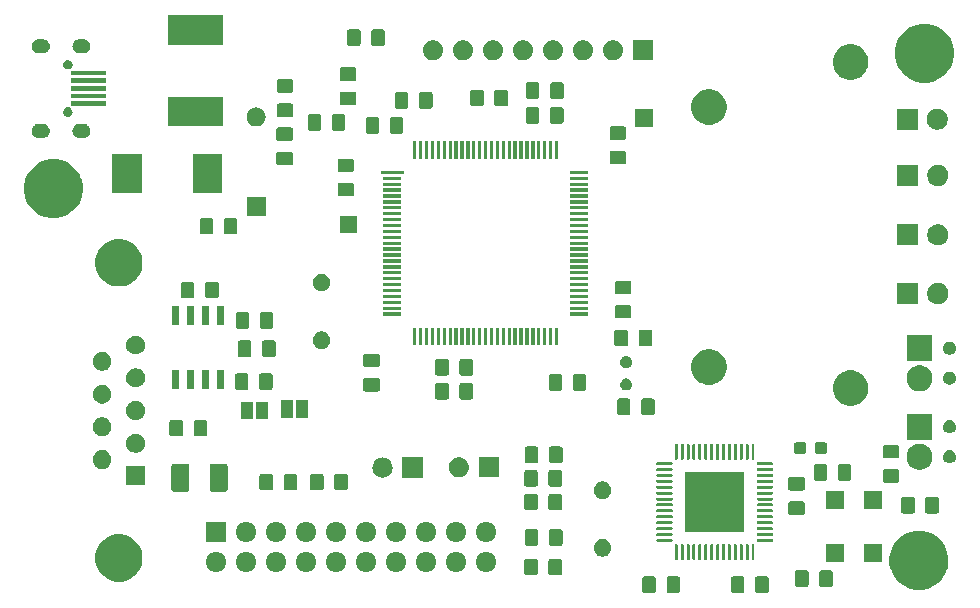
<source format=gts>
G04 #@! TF.GenerationSoftware,KiCad,Pcbnew,(6.0.0-rc1-dev-1561-g9cac0a38c)*
G04 #@! TF.CreationDate,2019-06-17T18:23:23+02:00
G04 #@! TF.ProjectId,canbox,63616e62-6f78-42e6-9b69-6361645f7063,rev?*
G04 #@! TF.SameCoordinates,Original*
G04 #@! TF.FileFunction,Soldermask,Top*
G04 #@! TF.FilePolarity,Negative*
%FSLAX46Y46*%
G04 Gerber Fmt 4.6, Leading zero omitted, Abs format (unit mm)*
G04 Created by KiCad (PCBNEW (6.0.0-rc1-dev-1561-g9cac0a38c)) date Mon 17 Jun 2019 06:23:23 PM CEST*
%MOMM*%
%LPD*%
G04 APERTURE LIST*
%ADD10C,0.100000*%
G04 APERTURE END LIST*
D10*
G36*
X96402571Y-129821391D02*
G01*
X96438778Y-129832375D01*
X96472145Y-129850210D01*
X96501390Y-129874210D01*
X96525390Y-129903455D01*
X96543225Y-129936822D01*
X96554209Y-129973029D01*
X96558400Y-130015584D01*
X96558400Y-131018816D01*
X96554209Y-131061371D01*
X96543225Y-131097578D01*
X96525390Y-131130945D01*
X96501390Y-131160190D01*
X96472145Y-131184190D01*
X96438778Y-131202025D01*
X96402571Y-131213009D01*
X96360016Y-131217200D01*
X95606784Y-131217200D01*
X95564229Y-131213009D01*
X95528022Y-131202025D01*
X95494655Y-131184190D01*
X95465410Y-131160190D01*
X95441410Y-131130945D01*
X95423575Y-131097578D01*
X95412591Y-131061371D01*
X95408400Y-131018816D01*
X95408400Y-130015584D01*
X95412591Y-129973029D01*
X95423575Y-129936822D01*
X95441410Y-129903455D01*
X95465410Y-129874210D01*
X95494655Y-129850210D01*
X95528022Y-129832375D01*
X95564229Y-129821391D01*
X95606784Y-129817200D01*
X96360016Y-129817200D01*
X96402571Y-129821391D01*
X96402571Y-129821391D01*
G37*
G36*
X98452571Y-129821391D02*
G01*
X98488778Y-129832375D01*
X98522145Y-129850210D01*
X98551390Y-129874210D01*
X98575390Y-129903455D01*
X98593225Y-129936822D01*
X98604209Y-129973029D01*
X98608400Y-130015584D01*
X98608400Y-131018816D01*
X98604209Y-131061371D01*
X98593225Y-131097578D01*
X98575390Y-131130945D01*
X98551390Y-131160190D01*
X98522145Y-131184190D01*
X98488778Y-131202025D01*
X98452571Y-131213009D01*
X98410016Y-131217200D01*
X97656784Y-131217200D01*
X97614229Y-131213009D01*
X97578022Y-131202025D01*
X97544655Y-131184190D01*
X97515410Y-131160190D01*
X97491410Y-131130945D01*
X97473575Y-131097578D01*
X97462591Y-131061371D01*
X97458400Y-131018816D01*
X97458400Y-130015584D01*
X97462591Y-129973029D01*
X97473575Y-129936822D01*
X97491410Y-129903455D01*
X97515410Y-129874210D01*
X97544655Y-129850210D01*
X97578022Y-129832375D01*
X97614229Y-129821391D01*
X97656784Y-129817200D01*
X98410016Y-129817200D01*
X98452571Y-129821391D01*
X98452571Y-129821391D01*
G37*
G36*
X90952571Y-129821391D02*
G01*
X90988778Y-129832375D01*
X91022145Y-129850210D01*
X91051390Y-129874210D01*
X91075390Y-129903455D01*
X91093225Y-129936822D01*
X91104209Y-129973029D01*
X91108400Y-130015584D01*
X91108400Y-131018816D01*
X91104209Y-131061371D01*
X91093225Y-131097578D01*
X91075390Y-131130945D01*
X91051390Y-131160190D01*
X91022145Y-131184190D01*
X90988778Y-131202025D01*
X90952571Y-131213009D01*
X90910016Y-131217200D01*
X90156784Y-131217200D01*
X90114229Y-131213009D01*
X90078022Y-131202025D01*
X90044655Y-131184190D01*
X90015410Y-131160190D01*
X89991410Y-131130945D01*
X89973575Y-131097578D01*
X89962591Y-131061371D01*
X89958400Y-131018816D01*
X89958400Y-130015584D01*
X89962591Y-129973029D01*
X89973575Y-129936822D01*
X89991410Y-129903455D01*
X90015410Y-129874210D01*
X90044655Y-129850210D01*
X90078022Y-129832375D01*
X90114229Y-129821391D01*
X90156784Y-129817200D01*
X90910016Y-129817200D01*
X90952571Y-129821391D01*
X90952571Y-129821391D01*
G37*
G36*
X88902571Y-129821391D02*
G01*
X88938778Y-129832375D01*
X88972145Y-129850210D01*
X89001390Y-129874210D01*
X89025390Y-129903455D01*
X89043225Y-129936822D01*
X89054209Y-129973029D01*
X89058400Y-130015584D01*
X89058400Y-131018816D01*
X89054209Y-131061371D01*
X89043225Y-131097578D01*
X89025390Y-131130945D01*
X89001390Y-131160190D01*
X88972145Y-131184190D01*
X88938778Y-131202025D01*
X88902571Y-131213009D01*
X88860016Y-131217200D01*
X88106784Y-131217200D01*
X88064229Y-131213009D01*
X88028022Y-131202025D01*
X87994655Y-131184190D01*
X87965410Y-131160190D01*
X87941410Y-131130945D01*
X87923575Y-131097578D01*
X87912591Y-131061371D01*
X87908400Y-131018816D01*
X87908400Y-130015584D01*
X87912591Y-129973029D01*
X87923575Y-129936822D01*
X87941410Y-129903455D01*
X87965410Y-129874210D01*
X87994655Y-129850210D01*
X88028022Y-129832375D01*
X88064229Y-129821391D01*
X88106784Y-129817200D01*
X88860016Y-129817200D01*
X88902571Y-129821391D01*
X88902571Y-129821391D01*
G37*
G36*
X112057423Y-126043874D02*
G01*
X112057425Y-126043875D01*
X112057426Y-126043875D01*
X112512394Y-126232329D01*
X112921855Y-126505922D01*
X113270078Y-126854145D01*
X113526997Y-127238651D01*
X113543671Y-127263606D01*
X113732126Y-127718577D01*
X113828200Y-128201572D01*
X113828200Y-128694028D01*
X113750965Y-129082314D01*
X113732125Y-129177026D01*
X113543671Y-129631994D01*
X113270078Y-130041455D01*
X112921855Y-130389678D01*
X112512394Y-130663271D01*
X112057426Y-130851725D01*
X112057425Y-130851725D01*
X112057423Y-130851726D01*
X111574428Y-130947800D01*
X111081972Y-130947800D01*
X110598977Y-130851726D01*
X110598975Y-130851725D01*
X110598974Y-130851725D01*
X110144006Y-130663271D01*
X109734545Y-130389678D01*
X109386322Y-130041455D01*
X109112729Y-129631994D01*
X108924275Y-129177026D01*
X108905436Y-129082314D01*
X108828200Y-128694028D01*
X108828200Y-128201572D01*
X108924274Y-127718577D01*
X109112729Y-127263606D01*
X109129403Y-127238651D01*
X109386322Y-126854145D01*
X109734545Y-126505922D01*
X110144006Y-126232329D01*
X110598974Y-126043875D01*
X110598975Y-126043875D01*
X110598977Y-126043874D01*
X111081972Y-125947800D01*
X111574428Y-125947800D01*
X112057423Y-126043874D01*
X112057423Y-126043874D01*
G37*
G36*
X101837451Y-129303931D02*
G01*
X101873658Y-129314915D01*
X101907025Y-129332750D01*
X101936270Y-129356750D01*
X101960270Y-129385995D01*
X101978105Y-129419362D01*
X101989089Y-129455569D01*
X101993280Y-129498124D01*
X101993280Y-130501356D01*
X101989089Y-130543911D01*
X101978105Y-130580118D01*
X101960270Y-130613485D01*
X101936270Y-130642730D01*
X101907025Y-130666730D01*
X101873658Y-130684565D01*
X101837451Y-130695549D01*
X101794896Y-130699740D01*
X101041664Y-130699740D01*
X100999109Y-130695549D01*
X100962902Y-130684565D01*
X100929535Y-130666730D01*
X100900290Y-130642730D01*
X100876290Y-130613485D01*
X100858455Y-130580118D01*
X100847471Y-130543911D01*
X100843280Y-130501356D01*
X100843280Y-129498124D01*
X100847471Y-129455569D01*
X100858455Y-129419362D01*
X100876290Y-129385995D01*
X100900290Y-129356750D01*
X100929535Y-129332750D01*
X100962902Y-129314915D01*
X100999109Y-129303931D01*
X101041664Y-129299740D01*
X101794896Y-129299740D01*
X101837451Y-129303931D01*
X101837451Y-129303931D01*
G37*
G36*
X103887451Y-129303931D02*
G01*
X103923658Y-129314915D01*
X103957025Y-129332750D01*
X103986270Y-129356750D01*
X104010270Y-129385995D01*
X104028105Y-129419362D01*
X104039089Y-129455569D01*
X104043280Y-129498124D01*
X104043280Y-130501356D01*
X104039089Y-130543911D01*
X104028105Y-130580118D01*
X104010270Y-130613485D01*
X103986270Y-130642730D01*
X103957025Y-130666730D01*
X103923658Y-130684565D01*
X103887451Y-130695549D01*
X103844896Y-130699740D01*
X103091664Y-130699740D01*
X103049109Y-130695549D01*
X103012902Y-130684565D01*
X102979535Y-130666730D01*
X102950290Y-130642730D01*
X102926290Y-130613485D01*
X102908455Y-130580118D01*
X102897471Y-130543911D01*
X102893280Y-130501356D01*
X102893280Y-129498124D01*
X102897471Y-129455569D01*
X102908455Y-129419362D01*
X102926290Y-129385995D01*
X102950290Y-129356750D01*
X102979535Y-129332750D01*
X103012902Y-129314915D01*
X103049109Y-129303931D01*
X103091664Y-129299740D01*
X103844896Y-129299740D01*
X103887451Y-129303931D01*
X103887451Y-129303931D01*
G37*
G36*
X44169778Y-126346859D02*
G01*
X44169780Y-126346860D01*
X44169781Y-126346860D01*
X44533755Y-126497623D01*
X44861324Y-126716497D01*
X45139903Y-126995076D01*
X45351294Y-127311446D01*
X45358777Y-127322645D01*
X45509541Y-127686622D01*
X45586400Y-128073017D01*
X45586400Y-128466983D01*
X45509541Y-128853378D01*
X45509540Y-128853381D01*
X45358777Y-129217355D01*
X45139903Y-129544924D01*
X44861324Y-129823503D01*
X44533755Y-130042377D01*
X44169781Y-130193140D01*
X44169780Y-130193140D01*
X44169778Y-130193141D01*
X43783383Y-130270000D01*
X43389417Y-130270000D01*
X43003022Y-130193141D01*
X43003020Y-130193140D01*
X43003019Y-130193140D01*
X42639045Y-130042377D01*
X42311476Y-129823503D01*
X42032897Y-129544924D01*
X41814023Y-129217355D01*
X41663260Y-128853381D01*
X41663259Y-128853378D01*
X41586400Y-128466983D01*
X41586400Y-128073017D01*
X41663259Y-127686622D01*
X41814023Y-127322645D01*
X41821506Y-127311446D01*
X42032897Y-126995076D01*
X42311476Y-126716497D01*
X42639045Y-126497623D01*
X43003019Y-126346860D01*
X43003020Y-126346860D01*
X43003022Y-126346859D01*
X43389417Y-126270000D01*
X43783383Y-126270000D01*
X44169778Y-126346859D01*
X44169778Y-126346859D01*
G37*
G36*
X78902571Y-128321391D02*
G01*
X78938778Y-128332375D01*
X78972145Y-128350210D01*
X79001390Y-128374210D01*
X79025390Y-128403455D01*
X79043225Y-128436822D01*
X79054209Y-128473029D01*
X79058400Y-128515584D01*
X79058400Y-129518816D01*
X79054209Y-129561371D01*
X79043225Y-129597578D01*
X79025390Y-129630945D01*
X79001390Y-129660190D01*
X78972145Y-129684190D01*
X78938778Y-129702025D01*
X78902571Y-129713009D01*
X78860016Y-129717200D01*
X78106784Y-129717200D01*
X78064229Y-129713009D01*
X78028022Y-129702025D01*
X77994655Y-129684190D01*
X77965410Y-129660190D01*
X77941410Y-129630945D01*
X77923575Y-129597578D01*
X77912591Y-129561371D01*
X77908400Y-129518816D01*
X77908400Y-128515584D01*
X77912591Y-128473029D01*
X77923575Y-128436822D01*
X77941410Y-128403455D01*
X77965410Y-128374210D01*
X77994655Y-128350210D01*
X78028022Y-128332375D01*
X78064229Y-128321391D01*
X78106784Y-128317200D01*
X78860016Y-128317200D01*
X78902571Y-128321391D01*
X78902571Y-128321391D01*
G37*
G36*
X80952571Y-128321391D02*
G01*
X80988778Y-128332375D01*
X81022145Y-128350210D01*
X81051390Y-128374210D01*
X81075390Y-128403455D01*
X81093225Y-128436822D01*
X81104209Y-128473029D01*
X81108400Y-128515584D01*
X81108400Y-129518816D01*
X81104209Y-129561371D01*
X81093225Y-129597578D01*
X81075390Y-129630945D01*
X81051390Y-129660190D01*
X81022145Y-129684190D01*
X80988778Y-129702025D01*
X80952571Y-129713009D01*
X80910016Y-129717200D01*
X80156784Y-129717200D01*
X80114229Y-129713009D01*
X80078022Y-129702025D01*
X80044655Y-129684190D01*
X80015410Y-129660190D01*
X79991410Y-129630945D01*
X79973575Y-129597578D01*
X79962591Y-129561371D01*
X79958400Y-129518816D01*
X79958400Y-128515584D01*
X79962591Y-128473029D01*
X79973575Y-128436822D01*
X79991410Y-128403455D01*
X80015410Y-128374210D01*
X80044655Y-128350210D01*
X80078022Y-128332375D01*
X80114229Y-128321391D01*
X80156784Y-128317200D01*
X80910016Y-128317200D01*
X80952571Y-128321391D01*
X80952571Y-128321391D01*
G37*
G36*
X54525293Y-127749095D02*
G01*
X54688085Y-127798478D01*
X54838114Y-127878670D01*
X54969612Y-127986588D01*
X55077530Y-128118086D01*
X55157722Y-128268115D01*
X55207105Y-128430907D01*
X55223779Y-128600200D01*
X55207105Y-128769493D01*
X55157722Y-128932285D01*
X55077530Y-129082314D01*
X54969612Y-129213812D01*
X54838114Y-129321730D01*
X54688085Y-129401922D01*
X54525293Y-129451305D01*
X54398426Y-129463800D01*
X54313574Y-129463800D01*
X54186707Y-129451305D01*
X54023915Y-129401922D01*
X53873886Y-129321730D01*
X53742388Y-129213812D01*
X53634470Y-129082314D01*
X53554278Y-128932285D01*
X53504895Y-128769493D01*
X53488221Y-128600200D01*
X53504895Y-128430907D01*
X53554278Y-128268115D01*
X53634470Y-128118086D01*
X53742388Y-127986588D01*
X53873886Y-127878670D01*
X54023915Y-127798478D01*
X54186707Y-127749095D01*
X54313574Y-127736600D01*
X54398426Y-127736600D01*
X54525293Y-127749095D01*
X54525293Y-127749095D01*
G37*
G36*
X64685293Y-127749095D02*
G01*
X64848085Y-127798478D01*
X64998114Y-127878670D01*
X65129612Y-127986588D01*
X65237530Y-128118086D01*
X65317722Y-128268115D01*
X65367105Y-128430907D01*
X65383779Y-128600200D01*
X65367105Y-128769493D01*
X65317722Y-128932285D01*
X65237530Y-129082314D01*
X65129612Y-129213812D01*
X64998114Y-129321730D01*
X64848085Y-129401922D01*
X64685293Y-129451305D01*
X64558426Y-129463800D01*
X64473574Y-129463800D01*
X64346707Y-129451305D01*
X64183915Y-129401922D01*
X64033886Y-129321730D01*
X63902388Y-129213812D01*
X63794470Y-129082314D01*
X63714278Y-128932285D01*
X63664895Y-128769493D01*
X63648221Y-128600200D01*
X63664895Y-128430907D01*
X63714278Y-128268115D01*
X63794470Y-128118086D01*
X63902388Y-127986588D01*
X64033886Y-127878670D01*
X64183915Y-127798478D01*
X64346707Y-127749095D01*
X64473574Y-127736600D01*
X64558426Y-127736600D01*
X64685293Y-127749095D01*
X64685293Y-127749095D01*
G37*
G36*
X59605293Y-127749095D02*
G01*
X59768085Y-127798478D01*
X59918114Y-127878670D01*
X60049612Y-127986588D01*
X60157530Y-128118086D01*
X60237722Y-128268115D01*
X60287105Y-128430907D01*
X60303779Y-128600200D01*
X60287105Y-128769493D01*
X60237722Y-128932285D01*
X60157530Y-129082314D01*
X60049612Y-129213812D01*
X59918114Y-129321730D01*
X59768085Y-129401922D01*
X59605293Y-129451305D01*
X59478426Y-129463800D01*
X59393574Y-129463800D01*
X59266707Y-129451305D01*
X59103915Y-129401922D01*
X58953886Y-129321730D01*
X58822388Y-129213812D01*
X58714470Y-129082314D01*
X58634278Y-128932285D01*
X58584895Y-128769493D01*
X58568221Y-128600200D01*
X58584895Y-128430907D01*
X58634278Y-128268115D01*
X58714470Y-128118086D01*
X58822388Y-127986588D01*
X58953886Y-127878670D01*
X59103915Y-127798478D01*
X59266707Y-127749095D01*
X59393574Y-127736600D01*
X59478426Y-127736600D01*
X59605293Y-127749095D01*
X59605293Y-127749095D01*
G37*
G36*
X57065293Y-127749095D02*
G01*
X57228085Y-127798478D01*
X57378114Y-127878670D01*
X57509612Y-127986588D01*
X57617530Y-128118086D01*
X57697722Y-128268115D01*
X57747105Y-128430907D01*
X57763779Y-128600200D01*
X57747105Y-128769493D01*
X57697722Y-128932285D01*
X57617530Y-129082314D01*
X57509612Y-129213812D01*
X57378114Y-129321730D01*
X57228085Y-129401922D01*
X57065293Y-129451305D01*
X56938426Y-129463800D01*
X56853574Y-129463800D01*
X56726707Y-129451305D01*
X56563915Y-129401922D01*
X56413886Y-129321730D01*
X56282388Y-129213812D01*
X56174470Y-129082314D01*
X56094278Y-128932285D01*
X56044895Y-128769493D01*
X56028221Y-128600200D01*
X56044895Y-128430907D01*
X56094278Y-128268115D01*
X56174470Y-128118086D01*
X56282388Y-127986588D01*
X56413886Y-127878670D01*
X56563915Y-127798478D01*
X56726707Y-127749095D01*
X56853574Y-127736600D01*
X56938426Y-127736600D01*
X57065293Y-127749095D01*
X57065293Y-127749095D01*
G37*
G36*
X51985293Y-127749095D02*
G01*
X52148085Y-127798478D01*
X52298114Y-127878670D01*
X52429612Y-127986588D01*
X52537530Y-128118086D01*
X52617722Y-128268115D01*
X52667105Y-128430907D01*
X52683779Y-128600200D01*
X52667105Y-128769493D01*
X52617722Y-128932285D01*
X52537530Y-129082314D01*
X52429612Y-129213812D01*
X52298114Y-129321730D01*
X52148085Y-129401922D01*
X51985293Y-129451305D01*
X51858426Y-129463800D01*
X51773574Y-129463800D01*
X51646707Y-129451305D01*
X51483915Y-129401922D01*
X51333886Y-129321730D01*
X51202388Y-129213812D01*
X51094470Y-129082314D01*
X51014278Y-128932285D01*
X50964895Y-128769493D01*
X50948221Y-128600200D01*
X50964895Y-128430907D01*
X51014278Y-128268115D01*
X51094470Y-128118086D01*
X51202388Y-127986588D01*
X51333886Y-127878670D01*
X51483915Y-127798478D01*
X51646707Y-127749095D01*
X51773574Y-127736600D01*
X51858426Y-127736600D01*
X51985293Y-127749095D01*
X51985293Y-127749095D01*
G37*
G36*
X62145293Y-127749095D02*
G01*
X62308085Y-127798478D01*
X62458114Y-127878670D01*
X62589612Y-127986588D01*
X62697530Y-128118086D01*
X62777722Y-128268115D01*
X62827105Y-128430907D01*
X62843779Y-128600200D01*
X62827105Y-128769493D01*
X62777722Y-128932285D01*
X62697530Y-129082314D01*
X62589612Y-129213812D01*
X62458114Y-129321730D01*
X62308085Y-129401922D01*
X62145293Y-129451305D01*
X62018426Y-129463800D01*
X61933574Y-129463800D01*
X61806707Y-129451305D01*
X61643915Y-129401922D01*
X61493886Y-129321730D01*
X61362388Y-129213812D01*
X61254470Y-129082314D01*
X61174278Y-128932285D01*
X61124895Y-128769493D01*
X61108221Y-128600200D01*
X61124895Y-128430907D01*
X61174278Y-128268115D01*
X61254470Y-128118086D01*
X61362388Y-127986588D01*
X61493886Y-127878670D01*
X61643915Y-127798478D01*
X61806707Y-127749095D01*
X61933574Y-127736600D01*
X62018426Y-127736600D01*
X62145293Y-127749095D01*
X62145293Y-127749095D01*
G37*
G36*
X74845293Y-127749095D02*
G01*
X75008085Y-127798478D01*
X75158114Y-127878670D01*
X75289612Y-127986588D01*
X75397530Y-128118086D01*
X75477722Y-128268115D01*
X75527105Y-128430907D01*
X75543779Y-128600200D01*
X75527105Y-128769493D01*
X75477722Y-128932285D01*
X75397530Y-129082314D01*
X75289612Y-129213812D01*
X75158114Y-129321730D01*
X75008085Y-129401922D01*
X74845293Y-129451305D01*
X74718426Y-129463800D01*
X74633574Y-129463800D01*
X74506707Y-129451305D01*
X74343915Y-129401922D01*
X74193886Y-129321730D01*
X74062388Y-129213812D01*
X73954470Y-129082314D01*
X73874278Y-128932285D01*
X73824895Y-128769493D01*
X73808221Y-128600200D01*
X73824895Y-128430907D01*
X73874278Y-128268115D01*
X73954470Y-128118086D01*
X74062388Y-127986588D01*
X74193886Y-127878670D01*
X74343915Y-127798478D01*
X74506707Y-127749095D01*
X74633574Y-127736600D01*
X74718426Y-127736600D01*
X74845293Y-127749095D01*
X74845293Y-127749095D01*
G37*
G36*
X69765293Y-127749095D02*
G01*
X69928085Y-127798478D01*
X70078114Y-127878670D01*
X70209612Y-127986588D01*
X70317530Y-128118086D01*
X70397722Y-128268115D01*
X70447105Y-128430907D01*
X70463779Y-128600200D01*
X70447105Y-128769493D01*
X70397722Y-128932285D01*
X70317530Y-129082314D01*
X70209612Y-129213812D01*
X70078114Y-129321730D01*
X69928085Y-129401922D01*
X69765293Y-129451305D01*
X69638426Y-129463800D01*
X69553574Y-129463800D01*
X69426707Y-129451305D01*
X69263915Y-129401922D01*
X69113886Y-129321730D01*
X68982388Y-129213812D01*
X68874470Y-129082314D01*
X68794278Y-128932285D01*
X68744895Y-128769493D01*
X68728221Y-128600200D01*
X68744895Y-128430907D01*
X68794278Y-128268115D01*
X68874470Y-128118086D01*
X68982388Y-127986588D01*
X69113886Y-127878670D01*
X69263915Y-127798478D01*
X69426707Y-127749095D01*
X69553574Y-127736600D01*
X69638426Y-127736600D01*
X69765293Y-127749095D01*
X69765293Y-127749095D01*
G37*
G36*
X72305293Y-127749095D02*
G01*
X72468085Y-127798478D01*
X72618114Y-127878670D01*
X72749612Y-127986588D01*
X72857530Y-128118086D01*
X72937722Y-128268115D01*
X72987105Y-128430907D01*
X73003779Y-128600200D01*
X72987105Y-128769493D01*
X72937722Y-128932285D01*
X72857530Y-129082314D01*
X72749612Y-129213812D01*
X72618114Y-129321730D01*
X72468085Y-129401922D01*
X72305293Y-129451305D01*
X72178426Y-129463800D01*
X72093574Y-129463800D01*
X71966707Y-129451305D01*
X71803915Y-129401922D01*
X71653886Y-129321730D01*
X71522388Y-129213812D01*
X71414470Y-129082314D01*
X71334278Y-128932285D01*
X71284895Y-128769493D01*
X71268221Y-128600200D01*
X71284895Y-128430907D01*
X71334278Y-128268115D01*
X71414470Y-128118086D01*
X71522388Y-127986588D01*
X71653886Y-127878670D01*
X71803915Y-127798478D01*
X71966707Y-127749095D01*
X72093574Y-127736600D01*
X72178426Y-127736600D01*
X72305293Y-127749095D01*
X72305293Y-127749095D01*
G37*
G36*
X67225293Y-127749095D02*
G01*
X67388085Y-127798478D01*
X67538114Y-127878670D01*
X67669612Y-127986588D01*
X67777530Y-128118086D01*
X67857722Y-128268115D01*
X67907105Y-128430907D01*
X67923779Y-128600200D01*
X67907105Y-128769493D01*
X67857722Y-128932285D01*
X67777530Y-129082314D01*
X67669612Y-129213812D01*
X67538114Y-129321730D01*
X67388085Y-129401922D01*
X67225293Y-129451305D01*
X67098426Y-129463800D01*
X67013574Y-129463800D01*
X66886707Y-129451305D01*
X66723915Y-129401922D01*
X66573886Y-129321730D01*
X66442388Y-129213812D01*
X66334470Y-129082314D01*
X66254278Y-128932285D01*
X66204895Y-128769493D01*
X66188221Y-128600200D01*
X66204895Y-128430907D01*
X66254278Y-128268115D01*
X66334470Y-128118086D01*
X66442388Y-127986588D01*
X66573886Y-127878670D01*
X66723915Y-127798478D01*
X66886707Y-127749095D01*
X67013574Y-127736600D01*
X67098426Y-127736600D01*
X67225293Y-127749095D01*
X67225293Y-127749095D01*
G37*
G36*
X105019240Y-128574800D02*
G01*
X103495240Y-128574800D01*
X103495240Y-127050800D01*
X105019240Y-127050800D01*
X105019240Y-128574800D01*
X105019240Y-128574800D01*
G37*
G36*
X108219240Y-128574800D02*
G01*
X106695240Y-128574800D01*
X106695240Y-127050800D01*
X108219240Y-127050800D01*
X108219240Y-128574800D01*
X108219240Y-128574800D01*
G37*
G36*
X91307904Y-127069009D02*
G01*
X91331467Y-127076157D01*
X91350700Y-127086437D01*
X91353184Y-127087765D01*
X91372216Y-127103384D01*
X91387835Y-127122416D01*
X91387836Y-127122418D01*
X91399443Y-127144133D01*
X91406591Y-127167696D01*
X91408400Y-127186066D01*
X91408400Y-128348334D01*
X91406591Y-128366704D01*
X91399443Y-128390267D01*
X91392394Y-128403455D01*
X91387835Y-128411984D01*
X91374438Y-128428307D01*
X91372215Y-128431015D01*
X91353182Y-128446636D01*
X91331466Y-128458243D01*
X91307903Y-128465391D01*
X91283400Y-128467804D01*
X91258896Y-128465391D01*
X91235333Y-128458243D01*
X91213618Y-128446636D01*
X91213616Y-128446635D01*
X91194586Y-128431016D01*
X91194584Y-128431014D01*
X91178964Y-128411982D01*
X91167357Y-128390266D01*
X91160209Y-128366703D01*
X91158400Y-128348333D01*
X91158401Y-127186066D01*
X91160210Y-127167696D01*
X91167358Y-127144133D01*
X91178965Y-127122418D01*
X91178966Y-127122416D01*
X91194585Y-127103384D01*
X91213617Y-127087765D01*
X91216101Y-127086437D01*
X91235334Y-127076157D01*
X91258897Y-127069009D01*
X91283400Y-127066596D01*
X91307904Y-127069009D01*
X91307904Y-127069009D01*
G37*
G36*
X94307904Y-127069009D02*
G01*
X94331467Y-127076157D01*
X94350700Y-127086437D01*
X94353184Y-127087765D01*
X94372216Y-127103384D01*
X94387835Y-127122416D01*
X94387836Y-127122418D01*
X94399443Y-127144133D01*
X94406591Y-127167696D01*
X94408400Y-127186066D01*
X94408400Y-128348334D01*
X94406591Y-128366704D01*
X94399443Y-128390267D01*
X94392394Y-128403455D01*
X94387835Y-128411984D01*
X94374438Y-128428307D01*
X94372215Y-128431015D01*
X94353182Y-128446636D01*
X94331466Y-128458243D01*
X94307903Y-128465391D01*
X94283400Y-128467804D01*
X94258896Y-128465391D01*
X94235333Y-128458243D01*
X94213618Y-128446636D01*
X94213616Y-128446635D01*
X94194586Y-128431016D01*
X94194584Y-128431014D01*
X94178964Y-128411982D01*
X94167357Y-128390266D01*
X94160209Y-128366703D01*
X94158400Y-128348333D01*
X94158401Y-127186066D01*
X94160210Y-127167696D01*
X94167358Y-127144133D01*
X94178965Y-127122418D01*
X94178966Y-127122416D01*
X94194585Y-127103384D01*
X94213617Y-127087765D01*
X94216101Y-127086437D01*
X94235334Y-127076157D01*
X94258897Y-127069009D01*
X94283400Y-127066596D01*
X94307904Y-127069009D01*
X94307904Y-127069009D01*
G37*
G36*
X93807904Y-127069009D02*
G01*
X93831467Y-127076157D01*
X93850700Y-127086437D01*
X93853184Y-127087765D01*
X93872216Y-127103384D01*
X93887835Y-127122416D01*
X93887836Y-127122418D01*
X93899443Y-127144133D01*
X93906591Y-127167696D01*
X93908400Y-127186066D01*
X93908400Y-128348334D01*
X93906591Y-128366704D01*
X93899443Y-128390267D01*
X93892394Y-128403455D01*
X93887835Y-128411984D01*
X93874438Y-128428307D01*
X93872215Y-128431015D01*
X93853182Y-128446636D01*
X93831466Y-128458243D01*
X93807903Y-128465391D01*
X93783400Y-128467804D01*
X93758896Y-128465391D01*
X93735333Y-128458243D01*
X93713618Y-128446636D01*
X93713616Y-128446635D01*
X93694586Y-128431016D01*
X93694584Y-128431014D01*
X93678964Y-128411982D01*
X93667357Y-128390266D01*
X93660209Y-128366703D01*
X93658400Y-128348333D01*
X93658401Y-127186066D01*
X93660210Y-127167696D01*
X93667358Y-127144133D01*
X93678965Y-127122418D01*
X93678966Y-127122416D01*
X93694585Y-127103384D01*
X93713617Y-127087765D01*
X93716101Y-127086437D01*
X93735334Y-127076157D01*
X93758897Y-127069009D01*
X93783400Y-127066596D01*
X93807904Y-127069009D01*
X93807904Y-127069009D01*
G37*
G36*
X93307904Y-127069009D02*
G01*
X93331467Y-127076157D01*
X93350700Y-127086437D01*
X93353184Y-127087765D01*
X93372216Y-127103384D01*
X93387835Y-127122416D01*
X93387836Y-127122418D01*
X93399443Y-127144133D01*
X93406591Y-127167696D01*
X93408400Y-127186066D01*
X93408400Y-128348334D01*
X93406591Y-128366704D01*
X93399443Y-128390267D01*
X93392394Y-128403455D01*
X93387835Y-128411984D01*
X93374438Y-128428307D01*
X93372215Y-128431015D01*
X93353182Y-128446636D01*
X93331466Y-128458243D01*
X93307903Y-128465391D01*
X93283400Y-128467804D01*
X93258896Y-128465391D01*
X93235333Y-128458243D01*
X93213618Y-128446636D01*
X93213616Y-128446635D01*
X93194586Y-128431016D01*
X93194584Y-128431014D01*
X93178964Y-128411982D01*
X93167357Y-128390266D01*
X93160209Y-128366703D01*
X93158400Y-128348333D01*
X93158401Y-127186066D01*
X93160210Y-127167696D01*
X93167358Y-127144133D01*
X93178965Y-127122418D01*
X93178966Y-127122416D01*
X93194585Y-127103384D01*
X93213617Y-127087765D01*
X93216101Y-127086437D01*
X93235334Y-127076157D01*
X93258897Y-127069009D01*
X93283400Y-127066596D01*
X93307904Y-127069009D01*
X93307904Y-127069009D01*
G37*
G36*
X92807904Y-127069009D02*
G01*
X92831467Y-127076157D01*
X92850700Y-127086437D01*
X92853184Y-127087765D01*
X92872216Y-127103384D01*
X92887835Y-127122416D01*
X92887836Y-127122418D01*
X92899443Y-127144133D01*
X92906591Y-127167696D01*
X92908400Y-127186066D01*
X92908400Y-128348334D01*
X92906591Y-128366704D01*
X92899443Y-128390267D01*
X92892394Y-128403455D01*
X92887835Y-128411984D01*
X92874438Y-128428307D01*
X92872215Y-128431015D01*
X92853182Y-128446636D01*
X92831466Y-128458243D01*
X92807903Y-128465391D01*
X92783400Y-128467804D01*
X92758896Y-128465391D01*
X92735333Y-128458243D01*
X92713618Y-128446636D01*
X92713616Y-128446635D01*
X92694586Y-128431016D01*
X92694584Y-128431014D01*
X92678964Y-128411982D01*
X92667357Y-128390266D01*
X92660209Y-128366703D01*
X92658400Y-128348333D01*
X92658401Y-127186066D01*
X92660210Y-127167696D01*
X92667358Y-127144133D01*
X92678965Y-127122418D01*
X92678966Y-127122416D01*
X92694585Y-127103384D01*
X92713617Y-127087765D01*
X92716101Y-127086437D01*
X92735334Y-127076157D01*
X92758897Y-127069009D01*
X92783400Y-127066596D01*
X92807904Y-127069009D01*
X92807904Y-127069009D01*
G37*
G36*
X92307904Y-127069009D02*
G01*
X92331467Y-127076157D01*
X92350700Y-127086437D01*
X92353184Y-127087765D01*
X92372216Y-127103384D01*
X92387835Y-127122416D01*
X92387836Y-127122418D01*
X92399443Y-127144133D01*
X92406591Y-127167696D01*
X92408400Y-127186066D01*
X92408400Y-128348334D01*
X92406591Y-128366704D01*
X92399443Y-128390267D01*
X92392394Y-128403455D01*
X92387835Y-128411984D01*
X92374438Y-128428307D01*
X92372215Y-128431015D01*
X92353182Y-128446636D01*
X92331466Y-128458243D01*
X92307903Y-128465391D01*
X92283400Y-128467804D01*
X92258896Y-128465391D01*
X92235333Y-128458243D01*
X92213618Y-128446636D01*
X92213616Y-128446635D01*
X92194586Y-128431016D01*
X92194584Y-128431014D01*
X92178964Y-128411982D01*
X92167357Y-128390266D01*
X92160209Y-128366703D01*
X92158400Y-128348333D01*
X92158401Y-127186066D01*
X92160210Y-127167696D01*
X92167358Y-127144133D01*
X92178965Y-127122418D01*
X92178966Y-127122416D01*
X92194585Y-127103384D01*
X92213617Y-127087765D01*
X92216101Y-127086437D01*
X92235334Y-127076157D01*
X92258897Y-127069009D01*
X92283400Y-127066596D01*
X92307904Y-127069009D01*
X92307904Y-127069009D01*
G37*
G36*
X91807904Y-127069009D02*
G01*
X91831467Y-127076157D01*
X91850700Y-127086437D01*
X91853184Y-127087765D01*
X91872216Y-127103384D01*
X91887835Y-127122416D01*
X91887836Y-127122418D01*
X91899443Y-127144133D01*
X91906591Y-127167696D01*
X91908400Y-127186066D01*
X91908400Y-128348334D01*
X91906591Y-128366704D01*
X91899443Y-128390267D01*
X91892394Y-128403455D01*
X91887835Y-128411984D01*
X91874438Y-128428307D01*
X91872215Y-128431015D01*
X91853182Y-128446636D01*
X91831466Y-128458243D01*
X91807903Y-128465391D01*
X91783400Y-128467804D01*
X91758896Y-128465391D01*
X91735333Y-128458243D01*
X91713618Y-128446636D01*
X91713616Y-128446635D01*
X91694586Y-128431016D01*
X91694584Y-128431014D01*
X91678964Y-128411982D01*
X91667357Y-128390266D01*
X91660209Y-128366703D01*
X91658400Y-128348333D01*
X91658401Y-127186066D01*
X91660210Y-127167696D01*
X91667358Y-127144133D01*
X91678965Y-127122418D01*
X91678966Y-127122416D01*
X91694585Y-127103384D01*
X91713617Y-127087765D01*
X91716101Y-127086437D01*
X91735334Y-127076157D01*
X91758897Y-127069009D01*
X91783400Y-127066596D01*
X91807904Y-127069009D01*
X91807904Y-127069009D01*
G37*
G36*
X95307904Y-127069009D02*
G01*
X95331467Y-127076157D01*
X95350700Y-127086437D01*
X95353184Y-127087765D01*
X95372216Y-127103384D01*
X95387835Y-127122416D01*
X95387836Y-127122418D01*
X95399443Y-127144133D01*
X95406591Y-127167696D01*
X95408400Y-127186066D01*
X95408400Y-128348334D01*
X95406591Y-128366704D01*
X95399443Y-128390267D01*
X95392394Y-128403455D01*
X95387835Y-128411984D01*
X95374438Y-128428307D01*
X95372215Y-128431015D01*
X95353182Y-128446636D01*
X95331466Y-128458243D01*
X95307903Y-128465391D01*
X95283400Y-128467804D01*
X95258896Y-128465391D01*
X95235333Y-128458243D01*
X95213618Y-128446636D01*
X95213616Y-128446635D01*
X95194586Y-128431016D01*
X95194584Y-128431014D01*
X95178964Y-128411982D01*
X95167357Y-128390266D01*
X95160209Y-128366703D01*
X95158400Y-128348333D01*
X95158401Y-127186066D01*
X95160210Y-127167696D01*
X95167358Y-127144133D01*
X95178965Y-127122418D01*
X95178966Y-127122416D01*
X95194585Y-127103384D01*
X95213617Y-127087765D01*
X95216101Y-127086437D01*
X95235334Y-127076157D01*
X95258897Y-127069009D01*
X95283400Y-127066596D01*
X95307904Y-127069009D01*
X95307904Y-127069009D01*
G37*
G36*
X95807904Y-127069009D02*
G01*
X95831467Y-127076157D01*
X95850700Y-127086437D01*
X95853184Y-127087765D01*
X95872216Y-127103384D01*
X95887835Y-127122416D01*
X95887836Y-127122418D01*
X95899443Y-127144133D01*
X95906591Y-127167696D01*
X95908400Y-127186066D01*
X95908400Y-128348334D01*
X95906591Y-128366704D01*
X95899443Y-128390267D01*
X95892394Y-128403455D01*
X95887835Y-128411984D01*
X95874438Y-128428307D01*
X95872215Y-128431015D01*
X95853182Y-128446636D01*
X95831466Y-128458243D01*
X95807903Y-128465391D01*
X95783400Y-128467804D01*
X95758896Y-128465391D01*
X95735333Y-128458243D01*
X95713618Y-128446636D01*
X95713616Y-128446635D01*
X95694586Y-128431016D01*
X95694584Y-128431014D01*
X95678964Y-128411982D01*
X95667357Y-128390266D01*
X95660209Y-128366703D01*
X95658400Y-128348333D01*
X95658401Y-127186066D01*
X95660210Y-127167696D01*
X95667358Y-127144133D01*
X95678965Y-127122418D01*
X95678966Y-127122416D01*
X95694585Y-127103384D01*
X95713617Y-127087765D01*
X95716101Y-127086437D01*
X95735334Y-127076157D01*
X95758897Y-127069009D01*
X95783400Y-127066596D01*
X95807904Y-127069009D01*
X95807904Y-127069009D01*
G37*
G36*
X94807904Y-127069009D02*
G01*
X94831467Y-127076157D01*
X94850700Y-127086437D01*
X94853184Y-127087765D01*
X94872216Y-127103384D01*
X94887835Y-127122416D01*
X94887836Y-127122418D01*
X94899443Y-127144133D01*
X94906591Y-127167696D01*
X94908400Y-127186066D01*
X94908400Y-128348334D01*
X94906591Y-128366704D01*
X94899443Y-128390267D01*
X94892394Y-128403455D01*
X94887835Y-128411984D01*
X94874438Y-128428307D01*
X94872215Y-128431015D01*
X94853182Y-128446636D01*
X94831466Y-128458243D01*
X94807903Y-128465391D01*
X94783400Y-128467804D01*
X94758896Y-128465391D01*
X94735333Y-128458243D01*
X94713618Y-128446636D01*
X94713616Y-128446635D01*
X94694586Y-128431016D01*
X94694584Y-128431014D01*
X94678964Y-128411982D01*
X94667357Y-128390266D01*
X94660209Y-128366703D01*
X94658400Y-128348333D01*
X94658401Y-127186066D01*
X94660210Y-127167696D01*
X94667358Y-127144133D01*
X94678965Y-127122418D01*
X94678966Y-127122416D01*
X94694585Y-127103384D01*
X94713617Y-127087765D01*
X94716101Y-127086437D01*
X94735334Y-127076157D01*
X94758897Y-127069009D01*
X94783400Y-127066596D01*
X94807904Y-127069009D01*
X94807904Y-127069009D01*
G37*
G36*
X97307904Y-127069009D02*
G01*
X97331467Y-127076157D01*
X97350700Y-127086437D01*
X97353184Y-127087765D01*
X97372216Y-127103384D01*
X97387835Y-127122416D01*
X97387836Y-127122418D01*
X97399443Y-127144133D01*
X97406591Y-127167696D01*
X97408400Y-127186066D01*
X97408400Y-128348334D01*
X97406591Y-128366704D01*
X97399443Y-128390267D01*
X97392394Y-128403455D01*
X97387835Y-128411984D01*
X97374438Y-128428307D01*
X97372215Y-128431015D01*
X97353182Y-128446636D01*
X97331466Y-128458243D01*
X97307903Y-128465391D01*
X97283400Y-128467804D01*
X97258896Y-128465391D01*
X97235333Y-128458243D01*
X97213618Y-128446636D01*
X97213616Y-128446635D01*
X97194586Y-128431016D01*
X97194584Y-128431014D01*
X97178964Y-128411982D01*
X97167357Y-128390266D01*
X97160209Y-128366703D01*
X97158400Y-128348333D01*
X97158401Y-127186066D01*
X97160210Y-127167696D01*
X97167358Y-127144133D01*
X97178965Y-127122418D01*
X97178966Y-127122416D01*
X97194585Y-127103384D01*
X97213617Y-127087765D01*
X97216101Y-127086437D01*
X97235334Y-127076157D01*
X97258897Y-127069009D01*
X97283400Y-127066596D01*
X97307904Y-127069009D01*
X97307904Y-127069009D01*
G37*
G36*
X90807904Y-127069009D02*
G01*
X90831467Y-127076157D01*
X90850700Y-127086437D01*
X90853184Y-127087765D01*
X90872216Y-127103384D01*
X90887835Y-127122416D01*
X90887836Y-127122418D01*
X90899443Y-127144133D01*
X90906591Y-127167696D01*
X90908400Y-127186066D01*
X90908400Y-128348334D01*
X90906591Y-128366704D01*
X90899443Y-128390267D01*
X90892394Y-128403455D01*
X90887835Y-128411984D01*
X90874438Y-128428307D01*
X90872215Y-128431015D01*
X90853182Y-128446636D01*
X90831466Y-128458243D01*
X90807903Y-128465391D01*
X90783400Y-128467804D01*
X90758896Y-128465391D01*
X90735333Y-128458243D01*
X90713618Y-128446636D01*
X90713616Y-128446635D01*
X90694586Y-128431016D01*
X90694584Y-128431014D01*
X90678964Y-128411982D01*
X90667357Y-128390266D01*
X90660209Y-128366703D01*
X90658400Y-128348333D01*
X90658401Y-127186066D01*
X90660210Y-127167696D01*
X90667358Y-127144133D01*
X90678965Y-127122418D01*
X90678966Y-127122416D01*
X90694585Y-127103384D01*
X90713617Y-127087765D01*
X90716101Y-127086437D01*
X90735334Y-127076157D01*
X90758897Y-127069009D01*
X90783400Y-127066596D01*
X90807904Y-127069009D01*
X90807904Y-127069009D01*
G37*
G36*
X96807904Y-127069009D02*
G01*
X96831467Y-127076157D01*
X96850700Y-127086437D01*
X96853184Y-127087765D01*
X96872216Y-127103384D01*
X96887835Y-127122416D01*
X96887836Y-127122418D01*
X96899443Y-127144133D01*
X96906591Y-127167696D01*
X96908400Y-127186066D01*
X96908400Y-128348334D01*
X96906591Y-128366704D01*
X96899443Y-128390267D01*
X96892394Y-128403455D01*
X96887835Y-128411984D01*
X96874438Y-128428307D01*
X96872215Y-128431015D01*
X96853182Y-128446636D01*
X96831466Y-128458243D01*
X96807903Y-128465391D01*
X96783400Y-128467804D01*
X96758896Y-128465391D01*
X96735333Y-128458243D01*
X96713618Y-128446636D01*
X96713616Y-128446635D01*
X96694586Y-128431016D01*
X96694584Y-128431014D01*
X96678964Y-128411982D01*
X96667357Y-128390266D01*
X96660209Y-128366703D01*
X96658400Y-128348333D01*
X96658401Y-127186066D01*
X96660210Y-127167696D01*
X96667358Y-127144133D01*
X96678965Y-127122418D01*
X96678966Y-127122416D01*
X96694585Y-127103384D01*
X96713617Y-127087765D01*
X96716101Y-127086437D01*
X96735334Y-127076157D01*
X96758897Y-127069009D01*
X96783400Y-127066596D01*
X96807904Y-127069009D01*
X96807904Y-127069009D01*
G37*
G36*
X96307904Y-127069009D02*
G01*
X96331467Y-127076157D01*
X96350700Y-127086437D01*
X96353184Y-127087765D01*
X96372216Y-127103384D01*
X96387835Y-127122416D01*
X96387836Y-127122418D01*
X96399443Y-127144133D01*
X96406591Y-127167696D01*
X96408400Y-127186066D01*
X96408400Y-128348334D01*
X96406591Y-128366704D01*
X96399443Y-128390267D01*
X96392394Y-128403455D01*
X96387835Y-128411984D01*
X96374438Y-128428307D01*
X96372215Y-128431015D01*
X96353182Y-128446636D01*
X96331466Y-128458243D01*
X96307903Y-128465391D01*
X96283400Y-128467804D01*
X96258896Y-128465391D01*
X96235333Y-128458243D01*
X96213618Y-128446636D01*
X96213616Y-128446635D01*
X96194586Y-128431016D01*
X96194584Y-128431014D01*
X96178964Y-128411982D01*
X96167357Y-128390266D01*
X96160209Y-128366703D01*
X96158400Y-128348333D01*
X96158401Y-127186066D01*
X96160210Y-127167696D01*
X96167358Y-127144133D01*
X96178965Y-127122418D01*
X96178966Y-127122416D01*
X96194585Y-127103384D01*
X96213617Y-127087765D01*
X96216101Y-127086437D01*
X96235334Y-127076157D01*
X96258897Y-127069009D01*
X96283400Y-127066596D01*
X96307904Y-127069009D01*
X96307904Y-127069009D01*
G37*
G36*
X84752167Y-126676022D02*
G01*
X84752169Y-126676023D01*
X84752170Y-126676023D01*
X84888658Y-126732559D01*
X85011496Y-126814636D01*
X85115964Y-126919104D01*
X85198041Y-127041942D01*
X85247022Y-127160190D01*
X85254578Y-127178433D01*
X85283400Y-127323331D01*
X85283400Y-127471069D01*
X85276332Y-127506603D01*
X85254577Y-127615970D01*
X85198041Y-127752458D01*
X85115964Y-127875296D01*
X85011496Y-127979764D01*
X84888658Y-128061841D01*
X84752170Y-128118377D01*
X84752169Y-128118377D01*
X84752167Y-128118378D01*
X84607269Y-128147200D01*
X84459531Y-128147200D01*
X84314633Y-128118378D01*
X84314631Y-128118377D01*
X84314630Y-128118377D01*
X84178142Y-128061841D01*
X84055304Y-127979764D01*
X83950836Y-127875296D01*
X83868759Y-127752458D01*
X83812223Y-127615970D01*
X83790469Y-127506603D01*
X83783400Y-127471069D01*
X83783400Y-127323331D01*
X83812222Y-127178433D01*
X83819779Y-127160190D01*
X83868759Y-127041942D01*
X83950836Y-126919104D01*
X84055304Y-126814636D01*
X84178142Y-126732559D01*
X84314630Y-126676023D01*
X84314631Y-126676023D01*
X84314633Y-126676022D01*
X84459531Y-126647200D01*
X84607269Y-126647200D01*
X84752167Y-126676022D01*
X84752167Y-126676022D01*
G37*
G36*
X78952571Y-125821391D02*
G01*
X78988778Y-125832375D01*
X79022145Y-125850210D01*
X79051390Y-125874210D01*
X79075390Y-125903455D01*
X79093225Y-125936822D01*
X79104209Y-125973029D01*
X79108400Y-126015584D01*
X79108400Y-127018816D01*
X79104209Y-127061371D01*
X79093225Y-127097578D01*
X79075390Y-127130945D01*
X79051390Y-127160190D01*
X79022145Y-127184190D01*
X78988778Y-127202025D01*
X78952571Y-127213009D01*
X78910016Y-127217200D01*
X78156784Y-127217200D01*
X78114229Y-127213009D01*
X78078022Y-127202025D01*
X78044655Y-127184190D01*
X78015410Y-127160190D01*
X77991410Y-127130945D01*
X77973575Y-127097578D01*
X77962591Y-127061371D01*
X77958400Y-127018816D01*
X77958400Y-126015584D01*
X77962591Y-125973029D01*
X77973575Y-125936822D01*
X77991410Y-125903455D01*
X78015410Y-125874210D01*
X78044655Y-125850210D01*
X78078022Y-125832375D01*
X78114229Y-125821391D01*
X78156784Y-125817200D01*
X78910016Y-125817200D01*
X78952571Y-125821391D01*
X78952571Y-125821391D01*
G37*
G36*
X81002571Y-125821391D02*
G01*
X81038778Y-125832375D01*
X81072145Y-125850210D01*
X81101390Y-125874210D01*
X81125390Y-125903455D01*
X81143225Y-125936822D01*
X81154209Y-125973029D01*
X81158400Y-126015584D01*
X81158400Y-127018816D01*
X81154209Y-127061371D01*
X81143225Y-127097578D01*
X81125390Y-127130945D01*
X81101390Y-127160190D01*
X81072145Y-127184190D01*
X81038778Y-127202025D01*
X81002571Y-127213009D01*
X80960016Y-127217200D01*
X80206784Y-127217200D01*
X80164229Y-127213009D01*
X80128022Y-127202025D01*
X80094655Y-127184190D01*
X80065410Y-127160190D01*
X80041410Y-127130945D01*
X80023575Y-127097578D01*
X80012591Y-127061371D01*
X80008400Y-127018816D01*
X80008400Y-126015584D01*
X80012591Y-125973029D01*
X80023575Y-125936822D01*
X80041410Y-125903455D01*
X80065410Y-125874210D01*
X80094655Y-125850210D01*
X80128022Y-125832375D01*
X80164229Y-125821391D01*
X80206784Y-125817200D01*
X80960016Y-125817200D01*
X81002571Y-125821391D01*
X81002571Y-125821391D01*
G37*
G36*
X72305293Y-125209095D02*
G01*
X72468085Y-125258478D01*
X72618114Y-125338670D01*
X72749612Y-125446588D01*
X72857530Y-125578086D01*
X72937722Y-125728115D01*
X72987105Y-125890907D01*
X73003779Y-126060200D01*
X72987105Y-126229493D01*
X72937722Y-126392285D01*
X72857530Y-126542314D01*
X72749612Y-126673812D01*
X72618114Y-126781730D01*
X72468085Y-126861922D01*
X72305293Y-126911305D01*
X72178426Y-126923800D01*
X72093574Y-126923800D01*
X71966707Y-126911305D01*
X71803915Y-126861922D01*
X71653886Y-126781730D01*
X71522388Y-126673812D01*
X71414470Y-126542314D01*
X71334278Y-126392285D01*
X71284895Y-126229493D01*
X71268221Y-126060200D01*
X71284895Y-125890907D01*
X71334278Y-125728115D01*
X71414470Y-125578086D01*
X71522388Y-125446588D01*
X71653886Y-125338670D01*
X71803915Y-125258478D01*
X71966707Y-125209095D01*
X72093574Y-125196600D01*
X72178426Y-125196600D01*
X72305293Y-125209095D01*
X72305293Y-125209095D01*
G37*
G36*
X74845293Y-125209095D02*
G01*
X75008085Y-125258478D01*
X75158114Y-125338670D01*
X75289612Y-125446588D01*
X75397530Y-125578086D01*
X75477722Y-125728115D01*
X75527105Y-125890907D01*
X75543779Y-126060200D01*
X75527105Y-126229493D01*
X75477722Y-126392285D01*
X75397530Y-126542314D01*
X75289612Y-126673812D01*
X75158114Y-126781730D01*
X75008085Y-126861922D01*
X74845293Y-126911305D01*
X74718426Y-126923800D01*
X74633574Y-126923800D01*
X74506707Y-126911305D01*
X74343915Y-126861922D01*
X74193886Y-126781730D01*
X74062388Y-126673812D01*
X73954470Y-126542314D01*
X73874278Y-126392285D01*
X73824895Y-126229493D01*
X73808221Y-126060200D01*
X73824895Y-125890907D01*
X73874278Y-125728115D01*
X73954470Y-125578086D01*
X74062388Y-125446588D01*
X74193886Y-125338670D01*
X74343915Y-125258478D01*
X74506707Y-125209095D01*
X74633574Y-125196600D01*
X74718426Y-125196600D01*
X74845293Y-125209095D01*
X74845293Y-125209095D01*
G37*
G36*
X69765293Y-125209095D02*
G01*
X69928085Y-125258478D01*
X70078114Y-125338670D01*
X70209612Y-125446588D01*
X70317530Y-125578086D01*
X70397722Y-125728115D01*
X70447105Y-125890907D01*
X70463779Y-126060200D01*
X70447105Y-126229493D01*
X70397722Y-126392285D01*
X70317530Y-126542314D01*
X70209612Y-126673812D01*
X70078114Y-126781730D01*
X69928085Y-126861922D01*
X69765293Y-126911305D01*
X69638426Y-126923800D01*
X69553574Y-126923800D01*
X69426707Y-126911305D01*
X69263915Y-126861922D01*
X69113886Y-126781730D01*
X68982388Y-126673812D01*
X68874470Y-126542314D01*
X68794278Y-126392285D01*
X68744895Y-126229493D01*
X68728221Y-126060200D01*
X68744895Y-125890907D01*
X68794278Y-125728115D01*
X68874470Y-125578086D01*
X68982388Y-125446588D01*
X69113886Y-125338670D01*
X69263915Y-125258478D01*
X69426707Y-125209095D01*
X69553574Y-125196600D01*
X69638426Y-125196600D01*
X69765293Y-125209095D01*
X69765293Y-125209095D01*
G37*
G36*
X67225293Y-125209095D02*
G01*
X67388085Y-125258478D01*
X67538114Y-125338670D01*
X67669612Y-125446588D01*
X67777530Y-125578086D01*
X67857722Y-125728115D01*
X67907105Y-125890907D01*
X67923779Y-126060200D01*
X67907105Y-126229493D01*
X67857722Y-126392285D01*
X67777530Y-126542314D01*
X67669612Y-126673812D01*
X67538114Y-126781730D01*
X67388085Y-126861922D01*
X67225293Y-126911305D01*
X67098426Y-126923800D01*
X67013574Y-126923800D01*
X66886707Y-126911305D01*
X66723915Y-126861922D01*
X66573886Y-126781730D01*
X66442388Y-126673812D01*
X66334470Y-126542314D01*
X66254278Y-126392285D01*
X66204895Y-126229493D01*
X66188221Y-126060200D01*
X66204895Y-125890907D01*
X66254278Y-125728115D01*
X66334470Y-125578086D01*
X66442388Y-125446588D01*
X66573886Y-125338670D01*
X66723915Y-125258478D01*
X66886707Y-125209095D01*
X67013574Y-125196600D01*
X67098426Y-125196600D01*
X67225293Y-125209095D01*
X67225293Y-125209095D01*
G37*
G36*
X64685293Y-125209095D02*
G01*
X64848085Y-125258478D01*
X64998114Y-125338670D01*
X65129612Y-125446588D01*
X65237530Y-125578086D01*
X65317722Y-125728115D01*
X65367105Y-125890907D01*
X65383779Y-126060200D01*
X65367105Y-126229493D01*
X65317722Y-126392285D01*
X65237530Y-126542314D01*
X65129612Y-126673812D01*
X64998114Y-126781730D01*
X64848085Y-126861922D01*
X64685293Y-126911305D01*
X64558426Y-126923800D01*
X64473574Y-126923800D01*
X64346707Y-126911305D01*
X64183915Y-126861922D01*
X64033886Y-126781730D01*
X63902388Y-126673812D01*
X63794470Y-126542314D01*
X63714278Y-126392285D01*
X63664895Y-126229493D01*
X63648221Y-126060200D01*
X63664895Y-125890907D01*
X63714278Y-125728115D01*
X63794470Y-125578086D01*
X63902388Y-125446588D01*
X64033886Y-125338670D01*
X64183915Y-125258478D01*
X64346707Y-125209095D01*
X64473574Y-125196600D01*
X64558426Y-125196600D01*
X64685293Y-125209095D01*
X64685293Y-125209095D01*
G37*
G36*
X62145293Y-125209095D02*
G01*
X62308085Y-125258478D01*
X62458114Y-125338670D01*
X62589612Y-125446588D01*
X62697530Y-125578086D01*
X62777722Y-125728115D01*
X62827105Y-125890907D01*
X62843779Y-126060200D01*
X62827105Y-126229493D01*
X62777722Y-126392285D01*
X62697530Y-126542314D01*
X62589612Y-126673812D01*
X62458114Y-126781730D01*
X62308085Y-126861922D01*
X62145293Y-126911305D01*
X62018426Y-126923800D01*
X61933574Y-126923800D01*
X61806707Y-126911305D01*
X61643915Y-126861922D01*
X61493886Y-126781730D01*
X61362388Y-126673812D01*
X61254470Y-126542314D01*
X61174278Y-126392285D01*
X61124895Y-126229493D01*
X61108221Y-126060200D01*
X61124895Y-125890907D01*
X61174278Y-125728115D01*
X61254470Y-125578086D01*
X61362388Y-125446588D01*
X61493886Y-125338670D01*
X61643915Y-125258478D01*
X61806707Y-125209095D01*
X61933574Y-125196600D01*
X62018426Y-125196600D01*
X62145293Y-125209095D01*
X62145293Y-125209095D01*
G37*
G36*
X52679600Y-126923800D02*
G01*
X50952400Y-126923800D01*
X50952400Y-125196600D01*
X52679600Y-125196600D01*
X52679600Y-126923800D01*
X52679600Y-126923800D01*
G37*
G36*
X57065293Y-125209095D02*
G01*
X57228085Y-125258478D01*
X57378114Y-125338670D01*
X57509612Y-125446588D01*
X57617530Y-125578086D01*
X57697722Y-125728115D01*
X57747105Y-125890907D01*
X57763779Y-126060200D01*
X57747105Y-126229493D01*
X57697722Y-126392285D01*
X57617530Y-126542314D01*
X57509612Y-126673812D01*
X57378114Y-126781730D01*
X57228085Y-126861922D01*
X57065293Y-126911305D01*
X56938426Y-126923800D01*
X56853574Y-126923800D01*
X56726707Y-126911305D01*
X56563915Y-126861922D01*
X56413886Y-126781730D01*
X56282388Y-126673812D01*
X56174470Y-126542314D01*
X56094278Y-126392285D01*
X56044895Y-126229493D01*
X56028221Y-126060200D01*
X56044895Y-125890907D01*
X56094278Y-125728115D01*
X56174470Y-125578086D01*
X56282388Y-125446588D01*
X56413886Y-125338670D01*
X56563915Y-125258478D01*
X56726707Y-125209095D01*
X56853574Y-125196600D01*
X56938426Y-125196600D01*
X57065293Y-125209095D01*
X57065293Y-125209095D01*
G37*
G36*
X54525293Y-125209095D02*
G01*
X54688085Y-125258478D01*
X54838114Y-125338670D01*
X54969612Y-125446588D01*
X55077530Y-125578086D01*
X55157722Y-125728115D01*
X55207105Y-125890907D01*
X55223779Y-126060200D01*
X55207105Y-126229493D01*
X55157722Y-126392285D01*
X55077530Y-126542314D01*
X54969612Y-126673812D01*
X54838114Y-126781730D01*
X54688085Y-126861922D01*
X54525293Y-126911305D01*
X54398426Y-126923800D01*
X54313574Y-126923800D01*
X54186707Y-126911305D01*
X54023915Y-126861922D01*
X53873886Y-126781730D01*
X53742388Y-126673812D01*
X53634470Y-126542314D01*
X53554278Y-126392285D01*
X53504895Y-126229493D01*
X53488221Y-126060200D01*
X53504895Y-125890907D01*
X53554278Y-125728115D01*
X53634470Y-125578086D01*
X53742388Y-125446588D01*
X53873886Y-125338670D01*
X54023915Y-125258478D01*
X54186707Y-125209095D01*
X54313574Y-125196600D01*
X54398426Y-125196600D01*
X54525293Y-125209095D01*
X54525293Y-125209095D01*
G37*
G36*
X59605293Y-125209095D02*
G01*
X59768085Y-125258478D01*
X59918114Y-125338670D01*
X60049612Y-125446588D01*
X60157530Y-125578086D01*
X60237722Y-125728115D01*
X60287105Y-125890907D01*
X60303779Y-126060200D01*
X60287105Y-126229493D01*
X60237722Y-126392285D01*
X60157530Y-126542314D01*
X60049612Y-126673812D01*
X59918114Y-126781730D01*
X59768085Y-126861922D01*
X59605293Y-126911305D01*
X59478426Y-126923800D01*
X59393574Y-126923800D01*
X59266707Y-126911305D01*
X59103915Y-126861922D01*
X58953886Y-126781730D01*
X58822388Y-126673812D01*
X58714470Y-126542314D01*
X58634278Y-126392285D01*
X58584895Y-126229493D01*
X58568221Y-126060200D01*
X58584895Y-125890907D01*
X58634278Y-125728115D01*
X58714470Y-125578086D01*
X58822388Y-125446588D01*
X58953886Y-125338670D01*
X59103915Y-125258478D01*
X59266707Y-125209095D01*
X59393574Y-125196600D01*
X59478426Y-125196600D01*
X59605293Y-125209095D01*
X59605293Y-125209095D01*
G37*
G36*
X90382904Y-126644009D02*
G01*
X90406467Y-126651157D01*
X90425700Y-126661437D01*
X90428184Y-126662765D01*
X90447216Y-126678384D01*
X90462835Y-126697416D01*
X90462836Y-126697418D01*
X90474443Y-126719133D01*
X90481591Y-126742696D01*
X90484004Y-126767200D01*
X90481591Y-126791704D01*
X90474443Y-126815267D01*
X90467752Y-126827785D01*
X90462835Y-126836984D01*
X90447216Y-126856016D01*
X90428184Y-126871635D01*
X90428182Y-126871636D01*
X90406467Y-126883243D01*
X90382904Y-126890391D01*
X90364534Y-126892200D01*
X89202266Y-126892200D01*
X89183896Y-126890391D01*
X89160333Y-126883243D01*
X89138618Y-126871636D01*
X89138616Y-126871635D01*
X89119584Y-126856016D01*
X89103965Y-126836984D01*
X89099048Y-126827785D01*
X89092357Y-126815267D01*
X89085209Y-126791704D01*
X89082796Y-126767200D01*
X89085209Y-126742696D01*
X89092357Y-126719133D01*
X89103964Y-126697418D01*
X89103965Y-126697416D01*
X89119584Y-126678384D01*
X89138616Y-126662765D01*
X89141100Y-126661437D01*
X89160333Y-126651157D01*
X89183896Y-126644009D01*
X89202266Y-126642200D01*
X90364534Y-126642200D01*
X90382904Y-126644009D01*
X90382904Y-126644009D01*
G37*
G36*
X98882904Y-126644009D02*
G01*
X98906467Y-126651157D01*
X98925700Y-126661437D01*
X98928184Y-126662765D01*
X98947216Y-126678384D01*
X98962835Y-126697416D01*
X98962836Y-126697418D01*
X98974443Y-126719133D01*
X98981591Y-126742696D01*
X98984004Y-126767200D01*
X98981591Y-126791704D01*
X98974443Y-126815267D01*
X98967752Y-126827785D01*
X98962835Y-126836984D01*
X98947216Y-126856016D01*
X98928184Y-126871635D01*
X98928182Y-126871636D01*
X98906467Y-126883243D01*
X98882904Y-126890391D01*
X98864534Y-126892200D01*
X97702266Y-126892200D01*
X97683896Y-126890391D01*
X97660333Y-126883243D01*
X97638618Y-126871636D01*
X97638616Y-126871635D01*
X97619584Y-126856016D01*
X97603965Y-126836984D01*
X97599048Y-126827785D01*
X97592357Y-126815267D01*
X97585209Y-126791704D01*
X97582796Y-126767200D01*
X97585209Y-126742696D01*
X97592357Y-126719133D01*
X97603964Y-126697418D01*
X97603965Y-126697416D01*
X97619584Y-126678384D01*
X97638616Y-126662765D01*
X97641100Y-126661437D01*
X97660333Y-126651157D01*
X97683896Y-126644009D01*
X97702266Y-126642200D01*
X98864534Y-126642200D01*
X98882904Y-126644009D01*
X98882904Y-126644009D01*
G37*
G36*
X98882904Y-126144009D02*
G01*
X98906467Y-126151157D01*
X98925700Y-126161437D01*
X98928184Y-126162765D01*
X98947216Y-126178384D01*
X98962835Y-126197416D01*
X98962836Y-126197418D01*
X98974443Y-126219133D01*
X98981591Y-126242696D01*
X98984004Y-126267200D01*
X98981591Y-126291704D01*
X98974443Y-126315267D01*
X98973081Y-126317815D01*
X98962835Y-126336984D01*
X98947216Y-126356016D01*
X98928184Y-126371635D01*
X98928182Y-126371636D01*
X98906467Y-126383243D01*
X98882904Y-126390391D01*
X98864534Y-126392200D01*
X97702266Y-126392200D01*
X97683896Y-126390391D01*
X97660333Y-126383243D01*
X97638618Y-126371636D01*
X97638616Y-126371635D01*
X97619584Y-126356016D01*
X97603965Y-126336984D01*
X97593719Y-126317815D01*
X97592357Y-126315267D01*
X97585209Y-126291704D01*
X97582796Y-126267200D01*
X97585209Y-126242696D01*
X97592357Y-126219133D01*
X97603964Y-126197418D01*
X97603965Y-126197416D01*
X97619584Y-126178384D01*
X97638616Y-126162765D01*
X97641100Y-126161437D01*
X97660333Y-126151157D01*
X97683896Y-126144009D01*
X97702266Y-126142200D01*
X98864534Y-126142200D01*
X98882904Y-126144009D01*
X98882904Y-126144009D01*
G37*
G36*
X90382904Y-126144009D02*
G01*
X90406467Y-126151157D01*
X90425700Y-126161437D01*
X90428184Y-126162765D01*
X90447216Y-126178384D01*
X90462835Y-126197416D01*
X90462836Y-126197418D01*
X90474443Y-126219133D01*
X90481591Y-126242696D01*
X90484004Y-126267200D01*
X90481591Y-126291704D01*
X90474443Y-126315267D01*
X90473081Y-126317815D01*
X90462835Y-126336984D01*
X90447216Y-126356016D01*
X90428184Y-126371635D01*
X90428182Y-126371636D01*
X90406467Y-126383243D01*
X90382904Y-126390391D01*
X90364534Y-126392200D01*
X89202266Y-126392200D01*
X89183896Y-126390391D01*
X89160333Y-126383243D01*
X89138618Y-126371636D01*
X89138616Y-126371635D01*
X89119584Y-126356016D01*
X89103965Y-126336984D01*
X89093719Y-126317815D01*
X89092357Y-126315267D01*
X89085209Y-126291704D01*
X89082796Y-126267200D01*
X89085209Y-126242696D01*
X89092357Y-126219133D01*
X89103964Y-126197418D01*
X89103965Y-126197416D01*
X89119584Y-126178384D01*
X89138616Y-126162765D01*
X89141100Y-126161437D01*
X89160333Y-126151157D01*
X89183896Y-126144009D01*
X89202266Y-126142200D01*
X90364534Y-126142200D01*
X90382904Y-126144009D01*
X90382904Y-126144009D01*
G37*
G36*
X96533400Y-126017200D02*
G01*
X91533400Y-126017200D01*
X91533400Y-121017200D01*
X96533400Y-121017200D01*
X96533400Y-126017200D01*
X96533400Y-126017200D01*
G37*
G36*
X98882904Y-125644009D02*
G01*
X98906467Y-125651157D01*
X98925700Y-125661437D01*
X98928184Y-125662765D01*
X98947216Y-125678384D01*
X98962835Y-125697416D01*
X98962836Y-125697418D01*
X98974443Y-125719133D01*
X98981591Y-125742696D01*
X98984004Y-125767200D01*
X98981591Y-125791704D01*
X98974443Y-125815267D01*
X98964163Y-125834500D01*
X98962835Y-125836984D01*
X98947216Y-125856016D01*
X98928184Y-125871635D01*
X98928182Y-125871636D01*
X98906467Y-125883243D01*
X98882904Y-125890391D01*
X98864534Y-125892200D01*
X97702266Y-125892200D01*
X97683896Y-125890391D01*
X97660333Y-125883243D01*
X97638618Y-125871636D01*
X97638616Y-125871635D01*
X97619584Y-125856016D01*
X97603965Y-125836984D01*
X97602637Y-125834500D01*
X97592357Y-125815267D01*
X97585209Y-125791704D01*
X97582796Y-125767200D01*
X97585209Y-125742696D01*
X97592357Y-125719133D01*
X97603964Y-125697418D01*
X97603965Y-125697416D01*
X97619584Y-125678384D01*
X97638616Y-125662765D01*
X97641100Y-125661437D01*
X97660333Y-125651157D01*
X97683896Y-125644009D01*
X97702266Y-125642200D01*
X98864534Y-125642200D01*
X98882904Y-125644009D01*
X98882904Y-125644009D01*
G37*
G36*
X90382904Y-125644009D02*
G01*
X90406467Y-125651157D01*
X90425700Y-125661437D01*
X90428184Y-125662765D01*
X90447216Y-125678384D01*
X90462835Y-125697416D01*
X90462836Y-125697418D01*
X90474443Y-125719133D01*
X90481591Y-125742696D01*
X90484004Y-125767200D01*
X90481591Y-125791704D01*
X90474443Y-125815267D01*
X90464163Y-125834500D01*
X90462835Y-125836984D01*
X90447216Y-125856016D01*
X90428184Y-125871635D01*
X90428182Y-125871636D01*
X90406467Y-125883243D01*
X90382904Y-125890391D01*
X90364534Y-125892200D01*
X89202266Y-125892200D01*
X89183896Y-125890391D01*
X89160333Y-125883243D01*
X89138618Y-125871636D01*
X89138616Y-125871635D01*
X89119584Y-125856016D01*
X89103965Y-125836984D01*
X89102637Y-125834500D01*
X89092357Y-125815267D01*
X89085209Y-125791704D01*
X89082796Y-125767200D01*
X89085209Y-125742696D01*
X89092357Y-125719133D01*
X89103964Y-125697418D01*
X89103965Y-125697416D01*
X89119584Y-125678384D01*
X89138616Y-125662765D01*
X89141100Y-125661437D01*
X89160333Y-125651157D01*
X89183896Y-125644009D01*
X89202266Y-125642200D01*
X90364534Y-125642200D01*
X90382904Y-125644009D01*
X90382904Y-125644009D01*
G37*
G36*
X98882904Y-125144009D02*
G01*
X98906467Y-125151157D01*
X98925700Y-125161437D01*
X98928184Y-125162765D01*
X98947216Y-125178384D01*
X98962835Y-125197416D01*
X98962836Y-125197418D01*
X98974443Y-125219133D01*
X98981591Y-125242696D01*
X98984004Y-125267200D01*
X98981591Y-125291704D01*
X98974443Y-125315267D01*
X98964163Y-125334500D01*
X98962835Y-125336984D01*
X98947216Y-125356016D01*
X98928184Y-125371635D01*
X98928182Y-125371636D01*
X98906467Y-125383243D01*
X98882904Y-125390391D01*
X98864534Y-125392200D01*
X97702266Y-125392200D01*
X97683896Y-125390391D01*
X97660333Y-125383243D01*
X97638618Y-125371636D01*
X97638616Y-125371635D01*
X97619584Y-125356016D01*
X97603965Y-125336984D01*
X97602637Y-125334500D01*
X97592357Y-125315267D01*
X97585209Y-125291704D01*
X97582796Y-125267200D01*
X97585209Y-125242696D01*
X97592357Y-125219133D01*
X97603964Y-125197418D01*
X97603965Y-125197416D01*
X97619584Y-125178384D01*
X97638616Y-125162765D01*
X97641100Y-125161437D01*
X97660333Y-125151157D01*
X97683896Y-125144009D01*
X97702266Y-125142200D01*
X98864534Y-125142200D01*
X98882904Y-125144009D01*
X98882904Y-125144009D01*
G37*
G36*
X90382904Y-125144009D02*
G01*
X90406467Y-125151157D01*
X90425700Y-125161437D01*
X90428184Y-125162765D01*
X90447216Y-125178384D01*
X90462835Y-125197416D01*
X90462836Y-125197418D01*
X90474443Y-125219133D01*
X90481591Y-125242696D01*
X90484004Y-125267200D01*
X90481591Y-125291704D01*
X90474443Y-125315267D01*
X90464163Y-125334500D01*
X90462835Y-125336984D01*
X90447216Y-125356016D01*
X90428184Y-125371635D01*
X90428182Y-125371636D01*
X90406467Y-125383243D01*
X90382904Y-125390391D01*
X90364534Y-125392200D01*
X89202266Y-125392200D01*
X89183896Y-125390391D01*
X89160333Y-125383243D01*
X89138618Y-125371636D01*
X89138616Y-125371635D01*
X89119584Y-125356016D01*
X89103965Y-125336984D01*
X89102637Y-125334500D01*
X89092357Y-125315267D01*
X89085209Y-125291704D01*
X89082796Y-125267200D01*
X89085209Y-125242696D01*
X89092357Y-125219133D01*
X89103964Y-125197418D01*
X89103965Y-125197416D01*
X89119584Y-125178384D01*
X89138616Y-125162765D01*
X89141100Y-125161437D01*
X89160333Y-125151157D01*
X89183896Y-125144009D01*
X89202266Y-125142200D01*
X90364534Y-125142200D01*
X90382904Y-125144009D01*
X90382904Y-125144009D01*
G37*
G36*
X90382904Y-124644009D02*
G01*
X90406467Y-124651157D01*
X90425700Y-124661437D01*
X90428184Y-124662765D01*
X90447216Y-124678384D01*
X90462835Y-124697416D01*
X90462836Y-124697418D01*
X90474443Y-124719133D01*
X90481591Y-124742696D01*
X90484004Y-124767200D01*
X90481591Y-124791704D01*
X90474443Y-124815267D01*
X90464163Y-124834500D01*
X90462835Y-124836984D01*
X90447216Y-124856016D01*
X90428184Y-124871635D01*
X90428182Y-124871636D01*
X90406467Y-124883243D01*
X90382904Y-124890391D01*
X90364534Y-124892200D01*
X89202266Y-124892200D01*
X89183896Y-124890391D01*
X89160333Y-124883243D01*
X89138618Y-124871636D01*
X89138616Y-124871635D01*
X89119584Y-124856016D01*
X89103965Y-124836984D01*
X89102637Y-124834500D01*
X89092357Y-124815267D01*
X89085209Y-124791704D01*
X89082796Y-124767200D01*
X89085209Y-124742696D01*
X89092357Y-124719133D01*
X89103964Y-124697418D01*
X89103965Y-124697416D01*
X89119584Y-124678384D01*
X89138616Y-124662765D01*
X89141100Y-124661437D01*
X89160333Y-124651157D01*
X89183896Y-124644009D01*
X89202266Y-124642200D01*
X90364534Y-124642200D01*
X90382904Y-124644009D01*
X90382904Y-124644009D01*
G37*
G36*
X98882904Y-124644009D02*
G01*
X98906467Y-124651157D01*
X98925700Y-124661437D01*
X98928184Y-124662765D01*
X98947216Y-124678384D01*
X98962835Y-124697416D01*
X98962836Y-124697418D01*
X98974443Y-124719133D01*
X98981591Y-124742696D01*
X98984004Y-124767200D01*
X98981591Y-124791704D01*
X98974443Y-124815267D01*
X98964163Y-124834500D01*
X98962835Y-124836984D01*
X98947216Y-124856016D01*
X98928184Y-124871635D01*
X98928182Y-124871636D01*
X98906467Y-124883243D01*
X98882904Y-124890391D01*
X98864534Y-124892200D01*
X97702266Y-124892200D01*
X97683896Y-124890391D01*
X97660333Y-124883243D01*
X97638618Y-124871636D01*
X97638616Y-124871635D01*
X97619584Y-124856016D01*
X97603965Y-124836984D01*
X97602637Y-124834500D01*
X97592357Y-124815267D01*
X97585209Y-124791704D01*
X97582796Y-124767200D01*
X97585209Y-124742696D01*
X97592357Y-124719133D01*
X97603964Y-124697418D01*
X97603965Y-124697416D01*
X97619584Y-124678384D01*
X97638616Y-124662765D01*
X97641100Y-124661437D01*
X97660333Y-124651157D01*
X97683896Y-124644009D01*
X97702266Y-124642200D01*
X98864534Y-124642200D01*
X98882904Y-124644009D01*
X98882904Y-124644009D01*
G37*
G36*
X101509171Y-123457391D02*
G01*
X101545378Y-123468375D01*
X101578745Y-123486210D01*
X101607990Y-123510210D01*
X101631990Y-123539455D01*
X101649825Y-123572822D01*
X101660809Y-123609029D01*
X101665000Y-123651584D01*
X101665000Y-124404816D01*
X101660809Y-124447371D01*
X101649825Y-124483578D01*
X101631990Y-124516945D01*
X101607990Y-124546190D01*
X101578745Y-124570190D01*
X101545378Y-124588025D01*
X101509171Y-124599009D01*
X101466616Y-124603200D01*
X100463384Y-124603200D01*
X100420829Y-124599009D01*
X100384622Y-124588025D01*
X100351255Y-124570190D01*
X100322010Y-124546190D01*
X100298010Y-124516945D01*
X100280175Y-124483578D01*
X100269191Y-124447371D01*
X100265000Y-124404816D01*
X100265000Y-123651584D01*
X100269191Y-123609029D01*
X100280175Y-123572822D01*
X100298010Y-123539455D01*
X100322010Y-123510210D01*
X100351255Y-123486210D01*
X100384622Y-123468375D01*
X100420829Y-123457391D01*
X100463384Y-123453200D01*
X101466616Y-123453200D01*
X101509171Y-123457391D01*
X101509171Y-123457391D01*
G37*
G36*
X110814971Y-123103791D02*
G01*
X110851178Y-123114775D01*
X110884545Y-123132610D01*
X110913790Y-123156610D01*
X110937790Y-123185855D01*
X110955625Y-123219222D01*
X110966609Y-123255429D01*
X110970800Y-123297984D01*
X110970800Y-124301216D01*
X110966609Y-124343771D01*
X110955625Y-124379978D01*
X110937790Y-124413345D01*
X110913790Y-124442590D01*
X110884545Y-124466590D01*
X110851178Y-124484425D01*
X110814971Y-124495409D01*
X110772416Y-124499600D01*
X110019184Y-124499600D01*
X109976629Y-124495409D01*
X109940422Y-124484425D01*
X109907055Y-124466590D01*
X109877810Y-124442590D01*
X109853810Y-124413345D01*
X109835975Y-124379978D01*
X109824991Y-124343771D01*
X109820800Y-124301216D01*
X109820800Y-123297984D01*
X109824991Y-123255429D01*
X109835975Y-123219222D01*
X109853810Y-123185855D01*
X109877810Y-123156610D01*
X109907055Y-123132610D01*
X109940422Y-123114775D01*
X109976629Y-123103791D01*
X110019184Y-123099600D01*
X110772416Y-123099600D01*
X110814971Y-123103791D01*
X110814971Y-123103791D01*
G37*
G36*
X112864971Y-123103791D02*
G01*
X112901178Y-123114775D01*
X112934545Y-123132610D01*
X112963790Y-123156610D01*
X112987790Y-123185855D01*
X113005625Y-123219222D01*
X113016609Y-123255429D01*
X113020800Y-123297984D01*
X113020800Y-124301216D01*
X113016609Y-124343771D01*
X113005625Y-124379978D01*
X112987790Y-124413345D01*
X112963790Y-124442590D01*
X112934545Y-124466590D01*
X112901178Y-124484425D01*
X112864971Y-124495409D01*
X112822416Y-124499600D01*
X112069184Y-124499600D01*
X112026629Y-124495409D01*
X111990422Y-124484425D01*
X111957055Y-124466590D01*
X111927810Y-124442590D01*
X111903810Y-124413345D01*
X111885975Y-124379978D01*
X111874991Y-124343771D01*
X111870800Y-124301216D01*
X111870800Y-123297984D01*
X111874991Y-123255429D01*
X111885975Y-123219222D01*
X111903810Y-123185855D01*
X111927810Y-123156610D01*
X111957055Y-123132610D01*
X111990422Y-123114775D01*
X112026629Y-123103791D01*
X112069184Y-123099600D01*
X112822416Y-123099600D01*
X112864971Y-123103791D01*
X112864971Y-123103791D01*
G37*
G36*
X90382904Y-124144009D02*
G01*
X90406467Y-124151157D01*
X90423366Y-124160190D01*
X90428184Y-124162765D01*
X90447216Y-124178384D01*
X90462835Y-124197416D01*
X90462836Y-124197418D01*
X90474443Y-124219133D01*
X90481591Y-124242696D01*
X90484004Y-124267200D01*
X90481591Y-124291704D01*
X90474443Y-124315267D01*
X90464163Y-124334500D01*
X90462835Y-124336984D01*
X90447216Y-124356016D01*
X90428184Y-124371635D01*
X90428182Y-124371636D01*
X90406467Y-124383243D01*
X90382904Y-124390391D01*
X90364534Y-124392200D01*
X89202266Y-124392200D01*
X89183896Y-124390391D01*
X89160333Y-124383243D01*
X89138618Y-124371636D01*
X89138616Y-124371635D01*
X89119584Y-124356016D01*
X89103965Y-124336984D01*
X89102637Y-124334500D01*
X89092357Y-124315267D01*
X89085209Y-124291704D01*
X89082796Y-124267200D01*
X89085209Y-124242696D01*
X89092357Y-124219133D01*
X89103964Y-124197418D01*
X89103965Y-124197416D01*
X89119584Y-124178384D01*
X89138616Y-124162765D01*
X89143434Y-124160190D01*
X89160333Y-124151157D01*
X89183896Y-124144009D01*
X89202266Y-124142200D01*
X90364534Y-124142200D01*
X90382904Y-124144009D01*
X90382904Y-124144009D01*
G37*
G36*
X98882904Y-124144009D02*
G01*
X98906467Y-124151157D01*
X98923366Y-124160190D01*
X98928184Y-124162765D01*
X98947216Y-124178384D01*
X98962835Y-124197416D01*
X98962836Y-124197418D01*
X98974443Y-124219133D01*
X98981591Y-124242696D01*
X98984004Y-124267200D01*
X98981591Y-124291704D01*
X98974443Y-124315267D01*
X98964163Y-124334500D01*
X98962835Y-124336984D01*
X98947216Y-124356016D01*
X98928184Y-124371635D01*
X98928182Y-124371636D01*
X98906467Y-124383243D01*
X98882904Y-124390391D01*
X98864534Y-124392200D01*
X97702266Y-124392200D01*
X97683896Y-124390391D01*
X97660333Y-124383243D01*
X97638618Y-124371636D01*
X97638616Y-124371635D01*
X97619584Y-124356016D01*
X97603965Y-124336984D01*
X97602637Y-124334500D01*
X97592357Y-124315267D01*
X97585209Y-124291704D01*
X97582796Y-124267200D01*
X97585209Y-124242696D01*
X97592357Y-124219133D01*
X97603964Y-124197418D01*
X97603965Y-124197416D01*
X97619584Y-124178384D01*
X97638616Y-124162765D01*
X97643434Y-124160190D01*
X97660333Y-124151157D01*
X97683896Y-124144009D01*
X97702266Y-124142200D01*
X98864534Y-124142200D01*
X98882904Y-124144009D01*
X98882904Y-124144009D01*
G37*
G36*
X78902571Y-122821391D02*
G01*
X78938778Y-122832375D01*
X78972145Y-122850210D01*
X79001390Y-122874210D01*
X79025390Y-122903455D01*
X79043225Y-122936822D01*
X79054209Y-122973029D01*
X79058400Y-123015584D01*
X79058400Y-124018816D01*
X79054209Y-124061371D01*
X79043225Y-124097578D01*
X79025390Y-124130945D01*
X79001390Y-124160190D01*
X78972145Y-124184190D01*
X78938778Y-124202025D01*
X78902571Y-124213009D01*
X78860016Y-124217200D01*
X78106784Y-124217200D01*
X78064229Y-124213009D01*
X78028022Y-124202025D01*
X77994655Y-124184190D01*
X77965410Y-124160190D01*
X77941410Y-124130945D01*
X77923575Y-124097578D01*
X77912591Y-124061371D01*
X77908400Y-124018816D01*
X77908400Y-123015584D01*
X77912591Y-122973029D01*
X77923575Y-122936822D01*
X77941410Y-122903455D01*
X77965410Y-122874210D01*
X77994655Y-122850210D01*
X78028022Y-122832375D01*
X78064229Y-122821391D01*
X78106784Y-122817200D01*
X78860016Y-122817200D01*
X78902571Y-122821391D01*
X78902571Y-122821391D01*
G37*
G36*
X80952571Y-122821391D02*
G01*
X80988778Y-122832375D01*
X81022145Y-122850210D01*
X81051390Y-122874210D01*
X81075390Y-122903455D01*
X81093225Y-122936822D01*
X81104209Y-122973029D01*
X81108400Y-123015584D01*
X81108400Y-124018816D01*
X81104209Y-124061371D01*
X81093225Y-124097578D01*
X81075390Y-124130945D01*
X81051390Y-124160190D01*
X81022145Y-124184190D01*
X80988778Y-124202025D01*
X80952571Y-124213009D01*
X80910016Y-124217200D01*
X80156784Y-124217200D01*
X80114229Y-124213009D01*
X80078022Y-124202025D01*
X80044655Y-124184190D01*
X80015410Y-124160190D01*
X79991410Y-124130945D01*
X79973575Y-124097578D01*
X79962591Y-124061371D01*
X79958400Y-124018816D01*
X79958400Y-123015584D01*
X79962591Y-122973029D01*
X79973575Y-122936822D01*
X79991410Y-122903455D01*
X80015410Y-122874210D01*
X80044655Y-122850210D01*
X80078022Y-122832375D01*
X80114229Y-122821391D01*
X80156784Y-122817200D01*
X80910016Y-122817200D01*
X80952571Y-122821391D01*
X80952571Y-122821391D01*
G37*
G36*
X108219240Y-124074800D02*
G01*
X106695240Y-124074800D01*
X106695240Y-122550800D01*
X108219240Y-122550800D01*
X108219240Y-124074800D01*
X108219240Y-124074800D01*
G37*
G36*
X105019240Y-124074800D02*
G01*
X103495240Y-124074800D01*
X103495240Y-122550800D01*
X105019240Y-122550800D01*
X105019240Y-124074800D01*
X105019240Y-124074800D01*
G37*
G36*
X98882904Y-123644009D02*
G01*
X98906467Y-123651157D01*
X98925700Y-123661437D01*
X98928184Y-123662765D01*
X98947216Y-123678384D01*
X98962835Y-123697416D01*
X98962836Y-123697418D01*
X98974443Y-123719133D01*
X98981591Y-123742696D01*
X98984004Y-123767200D01*
X98981591Y-123791704D01*
X98974443Y-123815267D01*
X98964163Y-123834500D01*
X98962835Y-123836984D01*
X98947216Y-123856016D01*
X98928184Y-123871635D01*
X98928182Y-123871636D01*
X98906467Y-123883243D01*
X98882904Y-123890391D01*
X98864534Y-123892200D01*
X97702266Y-123892200D01*
X97683896Y-123890391D01*
X97660333Y-123883243D01*
X97638618Y-123871636D01*
X97638616Y-123871635D01*
X97619584Y-123856016D01*
X97603965Y-123836984D01*
X97602637Y-123834500D01*
X97592357Y-123815267D01*
X97585209Y-123791704D01*
X97582796Y-123767200D01*
X97585209Y-123742696D01*
X97592357Y-123719133D01*
X97603964Y-123697418D01*
X97603965Y-123697416D01*
X97619584Y-123678384D01*
X97638616Y-123662765D01*
X97641100Y-123661437D01*
X97660333Y-123651157D01*
X97683896Y-123644009D01*
X97702266Y-123642200D01*
X98864534Y-123642200D01*
X98882904Y-123644009D01*
X98882904Y-123644009D01*
G37*
G36*
X90382904Y-123644009D02*
G01*
X90406467Y-123651157D01*
X90425700Y-123661437D01*
X90428184Y-123662765D01*
X90447216Y-123678384D01*
X90462835Y-123697416D01*
X90462836Y-123697418D01*
X90474443Y-123719133D01*
X90481591Y-123742696D01*
X90484004Y-123767200D01*
X90481591Y-123791704D01*
X90474443Y-123815267D01*
X90464163Y-123834500D01*
X90462835Y-123836984D01*
X90447216Y-123856016D01*
X90428184Y-123871635D01*
X90428182Y-123871636D01*
X90406467Y-123883243D01*
X90382904Y-123890391D01*
X90364534Y-123892200D01*
X89202266Y-123892200D01*
X89183896Y-123890391D01*
X89160333Y-123883243D01*
X89138618Y-123871636D01*
X89138616Y-123871635D01*
X89119584Y-123856016D01*
X89103965Y-123836984D01*
X89102637Y-123834500D01*
X89092357Y-123815267D01*
X89085209Y-123791704D01*
X89082796Y-123767200D01*
X89085209Y-123742696D01*
X89092357Y-123719133D01*
X89103964Y-123697418D01*
X89103965Y-123697416D01*
X89119584Y-123678384D01*
X89138616Y-123662765D01*
X89141100Y-123661437D01*
X89160333Y-123651157D01*
X89183896Y-123644009D01*
X89202266Y-123642200D01*
X90364534Y-123642200D01*
X90382904Y-123644009D01*
X90382904Y-123644009D01*
G37*
G36*
X90382904Y-123144009D02*
G01*
X90406467Y-123151157D01*
X90425700Y-123161437D01*
X90428184Y-123162765D01*
X90447216Y-123178384D01*
X90462835Y-123197416D01*
X90462836Y-123197418D01*
X90474443Y-123219133D01*
X90481591Y-123242696D01*
X90484004Y-123267200D01*
X90481591Y-123291704D01*
X90474443Y-123315267D01*
X90464163Y-123334500D01*
X90462835Y-123336984D01*
X90447216Y-123356016D01*
X90428184Y-123371635D01*
X90428182Y-123371636D01*
X90406467Y-123383243D01*
X90382904Y-123390391D01*
X90364534Y-123392200D01*
X89202266Y-123392200D01*
X89183896Y-123390391D01*
X89160333Y-123383243D01*
X89138618Y-123371636D01*
X89138616Y-123371635D01*
X89119584Y-123356016D01*
X89103965Y-123336984D01*
X89102637Y-123334500D01*
X89092357Y-123315267D01*
X89085209Y-123291704D01*
X89082796Y-123267200D01*
X89085209Y-123242696D01*
X89092357Y-123219133D01*
X89103964Y-123197418D01*
X89103965Y-123197416D01*
X89119584Y-123178384D01*
X89138616Y-123162765D01*
X89141100Y-123161437D01*
X89160333Y-123151157D01*
X89183896Y-123144009D01*
X89202266Y-123142200D01*
X90364534Y-123142200D01*
X90382904Y-123144009D01*
X90382904Y-123144009D01*
G37*
G36*
X98882904Y-123144009D02*
G01*
X98906467Y-123151157D01*
X98925700Y-123161437D01*
X98928184Y-123162765D01*
X98947216Y-123178384D01*
X98962835Y-123197416D01*
X98962836Y-123197418D01*
X98974443Y-123219133D01*
X98981591Y-123242696D01*
X98984004Y-123267200D01*
X98981591Y-123291704D01*
X98974443Y-123315267D01*
X98964163Y-123334500D01*
X98962835Y-123336984D01*
X98947216Y-123356016D01*
X98928184Y-123371635D01*
X98928182Y-123371636D01*
X98906467Y-123383243D01*
X98882904Y-123390391D01*
X98864534Y-123392200D01*
X97702266Y-123392200D01*
X97683896Y-123390391D01*
X97660333Y-123383243D01*
X97638618Y-123371636D01*
X97638616Y-123371635D01*
X97619584Y-123356016D01*
X97603965Y-123336984D01*
X97602637Y-123334500D01*
X97592357Y-123315267D01*
X97585209Y-123291704D01*
X97582796Y-123267200D01*
X97585209Y-123242696D01*
X97592357Y-123219133D01*
X97603964Y-123197418D01*
X97603965Y-123197416D01*
X97619584Y-123178384D01*
X97638616Y-123162765D01*
X97641100Y-123161437D01*
X97660333Y-123151157D01*
X97683896Y-123144009D01*
X97702266Y-123142200D01*
X98864534Y-123142200D01*
X98882904Y-123144009D01*
X98882904Y-123144009D01*
G37*
G36*
X84752167Y-121796022D02*
G01*
X84752169Y-121796023D01*
X84752170Y-121796023D01*
X84888658Y-121852559D01*
X85011496Y-121934636D01*
X85115964Y-122039104D01*
X85198041Y-122161942D01*
X85252660Y-122293801D01*
X85254578Y-122298433D01*
X85283400Y-122443331D01*
X85283400Y-122591069D01*
X85262246Y-122697418D01*
X85254577Y-122735970D01*
X85198041Y-122872458D01*
X85115964Y-122995296D01*
X85011496Y-123099764D01*
X84888658Y-123181841D01*
X84752170Y-123238377D01*
X84752169Y-123238377D01*
X84752167Y-123238378D01*
X84607269Y-123267200D01*
X84459531Y-123267200D01*
X84314633Y-123238378D01*
X84314631Y-123238377D01*
X84314630Y-123238377D01*
X84178142Y-123181841D01*
X84055304Y-123099764D01*
X83950836Y-122995296D01*
X83868759Y-122872458D01*
X83812223Y-122735970D01*
X83804555Y-122697418D01*
X83783400Y-122591069D01*
X83783400Y-122443331D01*
X83812222Y-122298433D01*
X83814141Y-122293801D01*
X83868759Y-122161942D01*
X83950836Y-122039104D01*
X84055304Y-121934636D01*
X84178142Y-121852559D01*
X84314630Y-121796023D01*
X84314631Y-121796023D01*
X84314633Y-121796022D01*
X84459531Y-121767200D01*
X84607269Y-121767200D01*
X84752167Y-121796022D01*
X84752167Y-121796022D01*
G37*
G36*
X98882904Y-122644009D02*
G01*
X98906467Y-122651157D01*
X98925700Y-122661437D01*
X98928184Y-122662765D01*
X98947216Y-122678384D01*
X98962835Y-122697416D01*
X98962836Y-122697418D01*
X98974443Y-122719133D01*
X98981591Y-122742696D01*
X98984004Y-122767200D01*
X98981591Y-122791704D01*
X98974443Y-122815267D01*
X98964163Y-122834500D01*
X98962835Y-122836984D01*
X98947216Y-122856016D01*
X98928184Y-122871635D01*
X98928182Y-122871636D01*
X98906467Y-122883243D01*
X98882904Y-122890391D01*
X98864534Y-122892200D01*
X97702266Y-122892200D01*
X97683896Y-122890391D01*
X97660333Y-122883243D01*
X97638618Y-122871636D01*
X97638616Y-122871635D01*
X97619584Y-122856016D01*
X97603965Y-122836984D01*
X97602637Y-122834500D01*
X97592357Y-122815267D01*
X97585209Y-122791704D01*
X97582796Y-122767200D01*
X97585209Y-122742696D01*
X97592357Y-122719133D01*
X97603964Y-122697418D01*
X97603965Y-122697416D01*
X97619584Y-122678384D01*
X97638616Y-122662765D01*
X97641100Y-122661437D01*
X97660333Y-122651157D01*
X97683896Y-122644009D01*
X97702266Y-122642200D01*
X98864534Y-122642200D01*
X98882904Y-122644009D01*
X98882904Y-122644009D01*
G37*
G36*
X90382904Y-122644009D02*
G01*
X90406467Y-122651157D01*
X90425700Y-122661437D01*
X90428184Y-122662765D01*
X90447216Y-122678384D01*
X90462835Y-122697416D01*
X90462836Y-122697418D01*
X90474443Y-122719133D01*
X90481591Y-122742696D01*
X90484004Y-122767200D01*
X90481591Y-122791704D01*
X90474443Y-122815267D01*
X90464163Y-122834500D01*
X90462835Y-122836984D01*
X90447216Y-122856016D01*
X90428184Y-122871635D01*
X90428182Y-122871636D01*
X90406467Y-122883243D01*
X90382904Y-122890391D01*
X90364534Y-122892200D01*
X89202266Y-122892200D01*
X89183896Y-122890391D01*
X89160333Y-122883243D01*
X89138618Y-122871636D01*
X89138616Y-122871635D01*
X89119584Y-122856016D01*
X89103965Y-122836984D01*
X89102637Y-122834500D01*
X89092357Y-122815267D01*
X89085209Y-122791704D01*
X89082796Y-122767200D01*
X89085209Y-122742696D01*
X89092357Y-122719133D01*
X89103964Y-122697418D01*
X89103965Y-122697416D01*
X89119584Y-122678384D01*
X89138616Y-122662765D01*
X89141100Y-122661437D01*
X89160333Y-122651157D01*
X89183896Y-122644009D01*
X89202266Y-122642200D01*
X90364534Y-122642200D01*
X90382904Y-122644009D01*
X90382904Y-122644009D01*
G37*
G36*
X52646343Y-120291798D02*
G01*
X52680639Y-120302201D01*
X52712250Y-120319098D01*
X52739961Y-120341839D01*
X52762702Y-120369550D01*
X52779599Y-120401161D01*
X52790002Y-120435457D01*
X52794000Y-120476050D01*
X52794000Y-122449550D01*
X52790002Y-122490143D01*
X52779599Y-122524439D01*
X52762702Y-122556050D01*
X52739961Y-122583761D01*
X52712250Y-122606502D01*
X52680639Y-122623399D01*
X52646343Y-122633802D01*
X52605750Y-122637800D01*
X51482250Y-122637800D01*
X51441657Y-122633802D01*
X51407361Y-122623399D01*
X51375750Y-122606502D01*
X51348039Y-122583761D01*
X51325298Y-122556050D01*
X51308401Y-122524439D01*
X51297998Y-122490143D01*
X51294000Y-122449550D01*
X51294000Y-120476050D01*
X51297998Y-120435457D01*
X51308401Y-120401161D01*
X51325298Y-120369550D01*
X51348039Y-120341839D01*
X51375750Y-120319098D01*
X51407361Y-120302201D01*
X51441657Y-120291798D01*
X51482250Y-120287800D01*
X52605750Y-120287800D01*
X52646343Y-120291798D01*
X52646343Y-120291798D01*
G37*
G36*
X49396343Y-120291798D02*
G01*
X49430639Y-120302201D01*
X49462250Y-120319098D01*
X49489961Y-120341839D01*
X49512702Y-120369550D01*
X49529599Y-120401161D01*
X49540002Y-120435457D01*
X49544000Y-120476050D01*
X49544000Y-122449550D01*
X49540002Y-122490143D01*
X49529599Y-122524439D01*
X49512702Y-122556050D01*
X49489961Y-122583761D01*
X49462250Y-122606502D01*
X49430639Y-122623399D01*
X49396343Y-122633802D01*
X49355750Y-122637800D01*
X48232250Y-122637800D01*
X48191657Y-122633802D01*
X48157361Y-122623399D01*
X48125750Y-122606502D01*
X48098039Y-122583761D01*
X48075298Y-122556050D01*
X48058401Y-122524439D01*
X48047998Y-122490143D01*
X48044000Y-122449550D01*
X48044000Y-120476050D01*
X48047998Y-120435457D01*
X48058401Y-120401161D01*
X48075298Y-120369550D01*
X48098039Y-120341839D01*
X48125750Y-120319098D01*
X48157361Y-120302201D01*
X48191657Y-120291798D01*
X48232250Y-120287800D01*
X49355750Y-120287800D01*
X49396343Y-120291798D01*
X49396343Y-120291798D01*
G37*
G36*
X101509171Y-121407391D02*
G01*
X101545378Y-121418375D01*
X101578745Y-121436210D01*
X101607990Y-121460210D01*
X101631990Y-121489455D01*
X101649825Y-121522822D01*
X101660809Y-121559029D01*
X101665000Y-121601584D01*
X101665000Y-122354816D01*
X101660809Y-122397371D01*
X101649825Y-122433578D01*
X101631990Y-122466945D01*
X101607990Y-122496190D01*
X101578745Y-122520190D01*
X101545378Y-122538025D01*
X101509171Y-122549009D01*
X101466616Y-122553200D01*
X100463384Y-122553200D01*
X100420829Y-122549009D01*
X100384622Y-122538025D01*
X100351255Y-122520190D01*
X100322010Y-122496190D01*
X100298010Y-122466945D01*
X100280175Y-122433578D01*
X100269191Y-122397371D01*
X100265000Y-122354816D01*
X100265000Y-121601584D01*
X100269191Y-121559029D01*
X100280175Y-121522822D01*
X100298010Y-121489455D01*
X100322010Y-121460210D01*
X100351255Y-121436210D01*
X100384622Y-121418375D01*
X100420829Y-121407391D01*
X100463384Y-121403200D01*
X101466616Y-121403200D01*
X101509171Y-121407391D01*
X101509171Y-121407391D01*
G37*
G36*
X62819571Y-121147991D02*
G01*
X62855778Y-121158975D01*
X62889145Y-121176810D01*
X62918390Y-121200810D01*
X62942390Y-121230055D01*
X62960225Y-121263422D01*
X62971209Y-121299629D01*
X62975400Y-121342184D01*
X62975400Y-122345416D01*
X62971209Y-122387971D01*
X62960225Y-122424178D01*
X62942390Y-122457545D01*
X62918390Y-122486790D01*
X62889145Y-122510790D01*
X62855778Y-122528625D01*
X62819571Y-122539609D01*
X62777016Y-122543800D01*
X62023784Y-122543800D01*
X61981229Y-122539609D01*
X61945022Y-122528625D01*
X61911655Y-122510790D01*
X61882410Y-122486790D01*
X61858410Y-122457545D01*
X61840575Y-122424178D01*
X61829591Y-122387971D01*
X61825400Y-122345416D01*
X61825400Y-121342184D01*
X61829591Y-121299629D01*
X61840575Y-121263422D01*
X61858410Y-121230055D01*
X61882410Y-121200810D01*
X61911655Y-121176810D01*
X61945022Y-121158975D01*
X61981229Y-121147991D01*
X62023784Y-121143800D01*
X62777016Y-121143800D01*
X62819571Y-121147991D01*
X62819571Y-121147991D01*
G37*
G36*
X60769571Y-121147991D02*
G01*
X60805778Y-121158975D01*
X60839145Y-121176810D01*
X60868390Y-121200810D01*
X60892390Y-121230055D01*
X60910225Y-121263422D01*
X60921209Y-121299629D01*
X60925400Y-121342184D01*
X60925400Y-122345416D01*
X60921209Y-122387971D01*
X60910225Y-122424178D01*
X60892390Y-122457545D01*
X60868390Y-122486790D01*
X60839145Y-122510790D01*
X60805778Y-122528625D01*
X60769571Y-122539609D01*
X60727016Y-122543800D01*
X59973784Y-122543800D01*
X59931229Y-122539609D01*
X59895022Y-122528625D01*
X59861655Y-122510790D01*
X59832410Y-122486790D01*
X59808410Y-122457545D01*
X59790575Y-122424178D01*
X59779591Y-122387971D01*
X59775400Y-122345416D01*
X59775400Y-121342184D01*
X59779591Y-121299629D01*
X59790575Y-121263422D01*
X59808410Y-121230055D01*
X59832410Y-121200810D01*
X59861655Y-121176810D01*
X59895022Y-121158975D01*
X59931229Y-121147991D01*
X59973784Y-121143800D01*
X60727016Y-121143800D01*
X60769571Y-121147991D01*
X60769571Y-121147991D01*
G37*
G36*
X58534371Y-121147991D02*
G01*
X58570578Y-121158975D01*
X58603945Y-121176810D01*
X58633190Y-121200810D01*
X58657190Y-121230055D01*
X58675025Y-121263422D01*
X58686009Y-121299629D01*
X58690200Y-121342184D01*
X58690200Y-122345416D01*
X58686009Y-122387971D01*
X58675025Y-122424178D01*
X58657190Y-122457545D01*
X58633190Y-122486790D01*
X58603945Y-122510790D01*
X58570578Y-122528625D01*
X58534371Y-122539609D01*
X58491816Y-122543800D01*
X57738584Y-122543800D01*
X57696029Y-122539609D01*
X57659822Y-122528625D01*
X57626455Y-122510790D01*
X57597210Y-122486790D01*
X57573210Y-122457545D01*
X57555375Y-122424178D01*
X57544391Y-122387971D01*
X57540200Y-122345416D01*
X57540200Y-121342184D01*
X57544391Y-121299629D01*
X57555375Y-121263422D01*
X57573210Y-121230055D01*
X57597210Y-121200810D01*
X57626455Y-121176810D01*
X57659822Y-121158975D01*
X57696029Y-121147991D01*
X57738584Y-121143800D01*
X58491816Y-121143800D01*
X58534371Y-121147991D01*
X58534371Y-121147991D01*
G37*
G36*
X56484371Y-121147991D02*
G01*
X56520578Y-121158975D01*
X56553945Y-121176810D01*
X56583190Y-121200810D01*
X56607190Y-121230055D01*
X56625025Y-121263422D01*
X56636009Y-121299629D01*
X56640200Y-121342184D01*
X56640200Y-122345416D01*
X56636009Y-122387971D01*
X56625025Y-122424178D01*
X56607190Y-122457545D01*
X56583190Y-122486790D01*
X56553945Y-122510790D01*
X56520578Y-122528625D01*
X56484371Y-122539609D01*
X56441816Y-122543800D01*
X55688584Y-122543800D01*
X55646029Y-122539609D01*
X55609822Y-122528625D01*
X55576455Y-122510790D01*
X55547210Y-122486790D01*
X55523210Y-122457545D01*
X55505375Y-122424178D01*
X55494391Y-122387971D01*
X55490200Y-122345416D01*
X55490200Y-121342184D01*
X55494391Y-121299629D01*
X55505375Y-121263422D01*
X55523210Y-121230055D01*
X55547210Y-121200810D01*
X55576455Y-121176810D01*
X55609822Y-121158975D01*
X55646029Y-121147991D01*
X55688584Y-121143800D01*
X56441816Y-121143800D01*
X56484371Y-121147991D01*
X56484371Y-121147991D01*
G37*
G36*
X98882904Y-122144009D02*
G01*
X98906467Y-122151157D01*
X98923366Y-122160190D01*
X98928184Y-122162765D01*
X98947216Y-122178384D01*
X98962835Y-122197416D01*
X98962836Y-122197418D01*
X98974443Y-122219133D01*
X98981591Y-122242696D01*
X98984004Y-122267200D01*
X98981591Y-122291704D01*
X98974443Y-122315267D01*
X98964163Y-122334500D01*
X98962835Y-122336984D01*
X98947216Y-122356016D01*
X98928184Y-122371635D01*
X98928182Y-122371636D01*
X98906467Y-122383243D01*
X98882904Y-122390391D01*
X98864534Y-122392200D01*
X97702266Y-122392200D01*
X97683896Y-122390391D01*
X97660333Y-122383243D01*
X97638618Y-122371636D01*
X97638616Y-122371635D01*
X97619584Y-122356016D01*
X97603965Y-122336984D01*
X97602637Y-122334500D01*
X97592357Y-122315267D01*
X97585209Y-122291704D01*
X97582796Y-122267200D01*
X97585209Y-122242696D01*
X97592357Y-122219133D01*
X97603964Y-122197418D01*
X97603965Y-122197416D01*
X97619584Y-122178384D01*
X97638616Y-122162765D01*
X97643434Y-122160190D01*
X97660333Y-122151157D01*
X97683896Y-122144009D01*
X97702266Y-122142200D01*
X98864534Y-122142200D01*
X98882904Y-122144009D01*
X98882904Y-122144009D01*
G37*
G36*
X90382904Y-122144009D02*
G01*
X90406467Y-122151157D01*
X90423366Y-122160190D01*
X90428184Y-122162765D01*
X90447216Y-122178384D01*
X90462835Y-122197416D01*
X90462836Y-122197418D01*
X90474443Y-122219133D01*
X90481591Y-122242696D01*
X90484004Y-122267200D01*
X90481591Y-122291704D01*
X90474443Y-122315267D01*
X90464163Y-122334500D01*
X90462835Y-122336984D01*
X90447216Y-122356016D01*
X90428184Y-122371635D01*
X90428182Y-122371636D01*
X90406467Y-122383243D01*
X90382904Y-122390391D01*
X90364534Y-122392200D01*
X89202266Y-122392200D01*
X89183896Y-122390391D01*
X89160333Y-122383243D01*
X89138618Y-122371636D01*
X89138616Y-122371635D01*
X89119584Y-122356016D01*
X89103965Y-122336984D01*
X89102637Y-122334500D01*
X89092357Y-122315267D01*
X89085209Y-122291704D01*
X89082796Y-122267200D01*
X89085209Y-122242696D01*
X89092357Y-122219133D01*
X89103964Y-122197418D01*
X89103965Y-122197416D01*
X89119584Y-122178384D01*
X89138616Y-122162765D01*
X89143434Y-122160190D01*
X89160333Y-122151157D01*
X89183896Y-122144009D01*
X89202266Y-122142200D01*
X90364534Y-122142200D01*
X90382904Y-122144009D01*
X90382904Y-122144009D01*
G37*
G36*
X78902571Y-120821391D02*
G01*
X78938778Y-120832375D01*
X78972145Y-120850210D01*
X79001390Y-120874210D01*
X79025390Y-120903455D01*
X79043225Y-120936822D01*
X79054209Y-120973029D01*
X79058400Y-121015584D01*
X79058400Y-122018816D01*
X79054209Y-122061371D01*
X79043225Y-122097578D01*
X79025390Y-122130945D01*
X79001390Y-122160190D01*
X78972145Y-122184190D01*
X78938778Y-122202025D01*
X78902571Y-122213009D01*
X78860016Y-122217200D01*
X78106784Y-122217200D01*
X78064229Y-122213009D01*
X78028022Y-122202025D01*
X77994655Y-122184190D01*
X77965410Y-122160190D01*
X77941410Y-122130945D01*
X77923575Y-122097578D01*
X77912591Y-122061371D01*
X77908400Y-122018816D01*
X77908400Y-121015584D01*
X77912591Y-120973029D01*
X77923575Y-120936822D01*
X77941410Y-120903455D01*
X77965410Y-120874210D01*
X77994655Y-120850210D01*
X78028022Y-120832375D01*
X78064229Y-120821391D01*
X78106784Y-120817200D01*
X78860016Y-120817200D01*
X78902571Y-120821391D01*
X78902571Y-120821391D01*
G37*
G36*
X80952571Y-120821391D02*
G01*
X80988778Y-120832375D01*
X81022145Y-120850210D01*
X81051390Y-120874210D01*
X81075390Y-120903455D01*
X81093225Y-120936822D01*
X81104209Y-120973029D01*
X81108400Y-121015584D01*
X81108400Y-122018816D01*
X81104209Y-122061371D01*
X81093225Y-122097578D01*
X81075390Y-122130945D01*
X81051390Y-122160190D01*
X81022145Y-122184190D01*
X80988778Y-122202025D01*
X80952571Y-122213009D01*
X80910016Y-122217200D01*
X80156784Y-122217200D01*
X80114229Y-122213009D01*
X80078022Y-122202025D01*
X80044655Y-122184190D01*
X80015410Y-122160190D01*
X79991410Y-122130945D01*
X79973575Y-122097578D01*
X79962591Y-122061371D01*
X79958400Y-122018816D01*
X79958400Y-121015584D01*
X79962591Y-120973029D01*
X79973575Y-120936822D01*
X79991410Y-120903455D01*
X80015410Y-120874210D01*
X80044655Y-120850210D01*
X80078022Y-120832375D01*
X80114229Y-120821391D01*
X80156784Y-120817200D01*
X80910016Y-120817200D01*
X80952571Y-120821391D01*
X80952571Y-120821391D01*
G37*
G36*
X45806400Y-122110000D02*
G01*
X44206400Y-122110000D01*
X44206400Y-120510000D01*
X45806400Y-120510000D01*
X45806400Y-122110000D01*
X45806400Y-122110000D01*
G37*
G36*
X98882904Y-121644009D02*
G01*
X98906467Y-121651157D01*
X98923366Y-121660190D01*
X98928184Y-121662765D01*
X98947216Y-121678384D01*
X98962835Y-121697416D01*
X98962836Y-121697418D01*
X98974443Y-121719133D01*
X98981591Y-121742696D01*
X98984004Y-121767200D01*
X98981591Y-121791704D01*
X98974443Y-121815267D01*
X98964163Y-121834500D01*
X98962835Y-121836984D01*
X98947216Y-121856016D01*
X98928184Y-121871635D01*
X98928182Y-121871636D01*
X98906467Y-121883243D01*
X98882904Y-121890391D01*
X98864534Y-121892200D01*
X97702266Y-121892200D01*
X97683896Y-121890391D01*
X97660333Y-121883243D01*
X97638618Y-121871636D01*
X97638616Y-121871635D01*
X97619584Y-121856016D01*
X97603965Y-121836984D01*
X97602637Y-121834500D01*
X97592357Y-121815267D01*
X97585209Y-121791704D01*
X97582796Y-121767200D01*
X97585209Y-121742696D01*
X97592357Y-121719133D01*
X97603964Y-121697418D01*
X97603965Y-121697416D01*
X97619584Y-121678384D01*
X97638616Y-121662765D01*
X97643434Y-121660190D01*
X97660333Y-121651157D01*
X97683896Y-121644009D01*
X97702266Y-121642200D01*
X98864534Y-121642200D01*
X98882904Y-121644009D01*
X98882904Y-121644009D01*
G37*
G36*
X90382904Y-121644009D02*
G01*
X90406467Y-121651157D01*
X90423366Y-121660190D01*
X90428184Y-121662765D01*
X90447216Y-121678384D01*
X90462835Y-121697416D01*
X90462836Y-121697418D01*
X90474443Y-121719133D01*
X90481591Y-121742696D01*
X90484004Y-121767200D01*
X90481591Y-121791704D01*
X90474443Y-121815267D01*
X90464163Y-121834500D01*
X90462835Y-121836984D01*
X90447216Y-121856016D01*
X90428184Y-121871635D01*
X90428182Y-121871636D01*
X90406467Y-121883243D01*
X90382904Y-121890391D01*
X90364534Y-121892200D01*
X89202266Y-121892200D01*
X89183896Y-121890391D01*
X89160333Y-121883243D01*
X89138618Y-121871636D01*
X89138616Y-121871635D01*
X89119584Y-121856016D01*
X89103965Y-121836984D01*
X89102637Y-121834500D01*
X89092357Y-121815267D01*
X89085209Y-121791704D01*
X89082796Y-121767200D01*
X89085209Y-121742696D01*
X89092357Y-121719133D01*
X89103964Y-121697418D01*
X89103965Y-121697416D01*
X89119584Y-121678384D01*
X89138616Y-121662765D01*
X89143434Y-121660190D01*
X89160333Y-121651157D01*
X89183896Y-121644009D01*
X89202266Y-121642200D01*
X90364534Y-121642200D01*
X90382904Y-121644009D01*
X90382904Y-121644009D01*
G37*
G36*
X109510171Y-120739591D02*
G01*
X109546378Y-120750575D01*
X109579745Y-120768410D01*
X109608990Y-120792410D01*
X109632990Y-120821655D01*
X109650825Y-120855022D01*
X109661809Y-120891229D01*
X109666000Y-120933784D01*
X109666000Y-121687016D01*
X109661809Y-121729571D01*
X109650825Y-121765778D01*
X109632990Y-121799145D01*
X109608990Y-121828390D01*
X109579745Y-121852390D01*
X109546378Y-121870225D01*
X109510171Y-121881209D01*
X109467616Y-121885400D01*
X108464384Y-121885400D01*
X108421829Y-121881209D01*
X108385622Y-121870225D01*
X108352255Y-121852390D01*
X108323010Y-121828390D01*
X108299010Y-121799145D01*
X108281175Y-121765778D01*
X108270191Y-121729571D01*
X108266000Y-121687016D01*
X108266000Y-120933784D01*
X108270191Y-120891229D01*
X108281175Y-120855022D01*
X108299010Y-120821655D01*
X108323010Y-120792410D01*
X108352255Y-120768410D01*
X108385622Y-120750575D01*
X108421829Y-120739591D01*
X108464384Y-120735400D01*
X109467616Y-120735400D01*
X109510171Y-120739591D01*
X109510171Y-120739591D01*
G37*
G36*
X103402571Y-120321391D02*
G01*
X103438778Y-120332375D01*
X103472145Y-120350210D01*
X103501390Y-120374210D01*
X103525390Y-120403455D01*
X103543225Y-120436822D01*
X103554209Y-120473029D01*
X103558400Y-120515584D01*
X103558400Y-121518816D01*
X103554209Y-121561371D01*
X103543225Y-121597578D01*
X103525390Y-121630945D01*
X103501390Y-121660190D01*
X103472145Y-121684190D01*
X103438778Y-121702025D01*
X103402571Y-121713009D01*
X103360016Y-121717200D01*
X102606784Y-121717200D01*
X102564229Y-121713009D01*
X102528022Y-121702025D01*
X102494655Y-121684190D01*
X102465410Y-121660190D01*
X102441410Y-121630945D01*
X102423575Y-121597578D01*
X102412591Y-121561371D01*
X102408400Y-121518816D01*
X102408400Y-120515584D01*
X102412591Y-120473029D01*
X102423575Y-120436822D01*
X102441410Y-120403455D01*
X102465410Y-120374210D01*
X102494655Y-120350210D01*
X102528022Y-120332375D01*
X102564229Y-120321391D01*
X102606784Y-120317200D01*
X103360016Y-120317200D01*
X103402571Y-120321391D01*
X103402571Y-120321391D01*
G37*
G36*
X105452571Y-120321391D02*
G01*
X105488778Y-120332375D01*
X105522145Y-120350210D01*
X105551390Y-120374210D01*
X105575390Y-120403455D01*
X105593225Y-120436822D01*
X105604209Y-120473029D01*
X105608400Y-120515584D01*
X105608400Y-121518816D01*
X105604209Y-121561371D01*
X105593225Y-121597578D01*
X105575390Y-121630945D01*
X105551390Y-121660190D01*
X105522145Y-121684190D01*
X105488778Y-121702025D01*
X105452571Y-121713009D01*
X105410016Y-121717200D01*
X104656784Y-121717200D01*
X104614229Y-121713009D01*
X104578022Y-121702025D01*
X104544655Y-121684190D01*
X104515410Y-121660190D01*
X104491410Y-121630945D01*
X104473575Y-121597578D01*
X104462591Y-121561371D01*
X104458400Y-121518816D01*
X104458400Y-120515584D01*
X104462591Y-120473029D01*
X104473575Y-120436822D01*
X104491410Y-120403455D01*
X104515410Y-120374210D01*
X104544655Y-120350210D01*
X104578022Y-120332375D01*
X104614229Y-120321391D01*
X104656784Y-120317200D01*
X105410016Y-120317200D01*
X105452571Y-120321391D01*
X105452571Y-120321391D01*
G37*
G36*
X66079627Y-119761499D02*
G01*
X66156121Y-119784703D01*
X66239855Y-119810103D01*
X66278194Y-119830596D01*
X66387517Y-119889030D01*
X66516948Y-119995252D01*
X66623170Y-120124683D01*
X66651874Y-120178385D01*
X66702097Y-120272345D01*
X66721476Y-120336230D01*
X66750701Y-120432573D01*
X66767113Y-120599200D01*
X66750701Y-120765827D01*
X66729116Y-120836984D01*
X66702097Y-120926055D01*
X66677790Y-120971529D01*
X66623170Y-121073717D01*
X66516948Y-121203148D01*
X66387517Y-121309370D01*
X66320807Y-121345027D01*
X66239855Y-121388297D01*
X66190725Y-121403200D01*
X66079627Y-121436901D01*
X65954757Y-121449200D01*
X65871243Y-121449200D01*
X65746373Y-121436901D01*
X65635275Y-121403200D01*
X65586145Y-121388297D01*
X65505193Y-121345027D01*
X65438483Y-121309370D01*
X65309052Y-121203148D01*
X65202830Y-121073717D01*
X65148210Y-120971529D01*
X65123903Y-120926055D01*
X65096884Y-120836984D01*
X65075299Y-120765827D01*
X65058887Y-120599200D01*
X65075299Y-120432573D01*
X65104524Y-120336230D01*
X65123903Y-120272345D01*
X65174126Y-120178385D01*
X65202830Y-120124683D01*
X65309052Y-119995252D01*
X65438483Y-119889030D01*
X65547806Y-119830596D01*
X65586145Y-119810103D01*
X65669879Y-119784703D01*
X65746373Y-119761499D01*
X65871243Y-119749200D01*
X65954757Y-119749200D01*
X66079627Y-119761499D01*
X66079627Y-119761499D01*
G37*
G36*
X69303000Y-121449200D02*
G01*
X67603000Y-121449200D01*
X67603000Y-119749200D01*
X69303000Y-119749200D01*
X69303000Y-121449200D01*
X69303000Y-121449200D01*
G37*
G36*
X72531227Y-119736099D02*
G01*
X72614960Y-119761499D01*
X72691455Y-119784703D01*
X72738974Y-119810103D01*
X72839117Y-119863630D01*
X72968548Y-119969852D01*
X73074770Y-120099283D01*
X73120153Y-120184190D01*
X73153697Y-120246945D01*
X73174422Y-120315266D01*
X73202301Y-120407173D01*
X73218713Y-120573800D01*
X73202301Y-120740427D01*
X73186746Y-120791704D01*
X73153697Y-120900655D01*
X73135989Y-120933784D01*
X73074770Y-121048317D01*
X72968548Y-121177748D01*
X72839117Y-121283970D01*
X72745312Y-121334109D01*
X72691455Y-121362897D01*
X72624382Y-121383243D01*
X72531227Y-121411501D01*
X72406357Y-121423800D01*
X72322843Y-121423800D01*
X72197973Y-121411501D01*
X72104818Y-121383243D01*
X72037745Y-121362897D01*
X71983888Y-121334109D01*
X71890083Y-121283970D01*
X71760652Y-121177748D01*
X71654430Y-121048317D01*
X71593211Y-120933784D01*
X71575503Y-120900655D01*
X71542454Y-120791704D01*
X71526899Y-120740427D01*
X71510487Y-120573800D01*
X71526899Y-120407173D01*
X71554778Y-120315266D01*
X71575503Y-120246945D01*
X71609047Y-120184190D01*
X71654430Y-120099283D01*
X71760652Y-119969852D01*
X71890083Y-119863630D01*
X71990226Y-119810103D01*
X72037745Y-119784703D01*
X72114240Y-119761499D01*
X72197973Y-119736099D01*
X72322843Y-119723800D01*
X72406357Y-119723800D01*
X72531227Y-119736099D01*
X72531227Y-119736099D01*
G37*
G36*
X75754600Y-121423800D02*
G01*
X74054600Y-121423800D01*
X74054600Y-119723800D01*
X75754600Y-119723800D01*
X75754600Y-121423800D01*
X75754600Y-121423800D01*
G37*
G36*
X90382904Y-121144009D02*
G01*
X90406467Y-121151157D01*
X90421093Y-121158975D01*
X90428184Y-121162765D01*
X90447216Y-121178384D01*
X90462835Y-121197416D01*
X90462836Y-121197418D01*
X90474443Y-121219133D01*
X90481591Y-121242696D01*
X90484004Y-121267200D01*
X90481591Y-121291704D01*
X90474443Y-121315267D01*
X90464163Y-121334500D01*
X90462835Y-121336984D01*
X90447216Y-121356016D01*
X90428184Y-121371635D01*
X90428182Y-121371636D01*
X90406467Y-121383243D01*
X90382904Y-121390391D01*
X90364534Y-121392200D01*
X89202266Y-121392200D01*
X89183896Y-121390391D01*
X89160333Y-121383243D01*
X89138618Y-121371636D01*
X89138616Y-121371635D01*
X89119584Y-121356016D01*
X89103965Y-121336984D01*
X89102637Y-121334500D01*
X89092357Y-121315267D01*
X89085209Y-121291704D01*
X89082796Y-121267200D01*
X89085209Y-121242696D01*
X89092357Y-121219133D01*
X89103964Y-121197418D01*
X89103965Y-121197416D01*
X89119584Y-121178384D01*
X89138616Y-121162765D01*
X89145707Y-121158975D01*
X89160333Y-121151157D01*
X89183896Y-121144009D01*
X89202266Y-121142200D01*
X90364534Y-121142200D01*
X90382904Y-121144009D01*
X90382904Y-121144009D01*
G37*
G36*
X98882904Y-121144009D02*
G01*
X98906467Y-121151157D01*
X98921093Y-121158975D01*
X98928184Y-121162765D01*
X98947216Y-121178384D01*
X98962835Y-121197416D01*
X98962836Y-121197418D01*
X98974443Y-121219133D01*
X98981591Y-121242696D01*
X98984004Y-121267200D01*
X98981591Y-121291704D01*
X98974443Y-121315267D01*
X98964163Y-121334500D01*
X98962835Y-121336984D01*
X98947216Y-121356016D01*
X98928184Y-121371635D01*
X98928182Y-121371636D01*
X98906467Y-121383243D01*
X98882904Y-121390391D01*
X98864534Y-121392200D01*
X97702266Y-121392200D01*
X97683896Y-121390391D01*
X97660333Y-121383243D01*
X97638618Y-121371636D01*
X97638616Y-121371635D01*
X97619584Y-121356016D01*
X97603965Y-121336984D01*
X97602637Y-121334500D01*
X97592357Y-121315267D01*
X97585209Y-121291704D01*
X97582796Y-121267200D01*
X97585209Y-121242696D01*
X97592357Y-121219133D01*
X97603964Y-121197418D01*
X97603965Y-121197416D01*
X97619584Y-121178384D01*
X97638616Y-121162765D01*
X97645707Y-121158975D01*
X97660333Y-121151157D01*
X97683896Y-121144009D01*
X97702266Y-121142200D01*
X98864534Y-121142200D01*
X98882904Y-121144009D01*
X98882904Y-121144009D01*
G37*
G36*
X90382904Y-120644009D02*
G01*
X90406467Y-120651157D01*
X90422276Y-120659607D01*
X90428184Y-120662765D01*
X90447216Y-120678384D01*
X90462835Y-120697416D01*
X90462836Y-120697418D01*
X90474443Y-120719133D01*
X90481591Y-120742696D01*
X90484004Y-120767200D01*
X90481591Y-120791704D01*
X90474443Y-120815267D01*
X90464163Y-120834500D01*
X90462835Y-120836984D01*
X90447216Y-120856016D01*
X90428184Y-120871635D01*
X90428182Y-120871636D01*
X90406467Y-120883243D01*
X90382904Y-120890391D01*
X90364534Y-120892200D01*
X89202266Y-120892200D01*
X89183896Y-120890391D01*
X89160333Y-120883243D01*
X89138618Y-120871636D01*
X89138616Y-120871635D01*
X89119584Y-120856016D01*
X89103965Y-120836984D01*
X89102637Y-120834500D01*
X89092357Y-120815267D01*
X89085209Y-120791704D01*
X89082796Y-120767200D01*
X89085209Y-120742696D01*
X89092357Y-120719133D01*
X89103964Y-120697418D01*
X89103965Y-120697416D01*
X89119584Y-120678384D01*
X89138616Y-120662765D01*
X89144524Y-120659607D01*
X89160333Y-120651157D01*
X89183896Y-120644009D01*
X89202266Y-120642200D01*
X90364534Y-120642200D01*
X90382904Y-120644009D01*
X90382904Y-120644009D01*
G37*
G36*
X98882904Y-120644009D02*
G01*
X98906467Y-120651157D01*
X98922276Y-120659607D01*
X98928184Y-120662765D01*
X98947216Y-120678384D01*
X98962835Y-120697416D01*
X98962836Y-120697418D01*
X98974443Y-120719133D01*
X98981591Y-120742696D01*
X98984004Y-120767200D01*
X98981591Y-120791704D01*
X98974443Y-120815267D01*
X98964163Y-120834500D01*
X98962835Y-120836984D01*
X98947216Y-120856016D01*
X98928184Y-120871635D01*
X98928182Y-120871636D01*
X98906467Y-120883243D01*
X98882904Y-120890391D01*
X98864534Y-120892200D01*
X97702266Y-120892200D01*
X97683896Y-120890391D01*
X97660333Y-120883243D01*
X97638618Y-120871636D01*
X97638616Y-120871635D01*
X97619584Y-120856016D01*
X97603965Y-120836984D01*
X97602637Y-120834500D01*
X97592357Y-120815267D01*
X97585209Y-120791704D01*
X97582796Y-120767200D01*
X97585209Y-120742696D01*
X97592357Y-120719133D01*
X97603964Y-120697418D01*
X97603965Y-120697416D01*
X97619584Y-120678384D01*
X97638616Y-120662765D01*
X97644524Y-120659607D01*
X97660333Y-120651157D01*
X97683896Y-120644009D01*
X97702266Y-120642200D01*
X98864534Y-120642200D01*
X98882904Y-120644009D01*
X98882904Y-120644009D01*
G37*
G36*
X111699856Y-118627072D02*
G01*
X111900045Y-118709993D01*
X112080207Y-118830373D01*
X112233427Y-118983593D01*
X112353807Y-119163755D01*
X112436728Y-119363944D01*
X112479000Y-119576457D01*
X112479000Y-119793143D01*
X112436728Y-120005656D01*
X112353807Y-120205845D01*
X112233427Y-120386007D01*
X112080207Y-120539227D01*
X111900045Y-120659607D01*
X111699856Y-120742528D01*
X111487343Y-120784800D01*
X111270657Y-120784800D01*
X111058144Y-120742528D01*
X110857955Y-120659607D01*
X110677793Y-120539227D01*
X110524573Y-120386007D01*
X110404193Y-120205845D01*
X110321272Y-120005656D01*
X110279000Y-119793143D01*
X110279000Y-119576457D01*
X110321272Y-119363944D01*
X110404193Y-119163755D01*
X110524573Y-118983593D01*
X110677793Y-118830373D01*
X110857955Y-118709993D01*
X111058144Y-118627072D01*
X111270657Y-118584800D01*
X111487343Y-118584800D01*
X111699856Y-118627072D01*
X111699856Y-118627072D01*
G37*
G36*
X42399751Y-119155743D02*
G01*
X42399753Y-119155744D01*
X42399754Y-119155744D01*
X42545342Y-119216049D01*
X42676369Y-119303598D01*
X42787802Y-119415031D01*
X42875351Y-119546058D01*
X42931276Y-119681071D01*
X42935657Y-119691649D01*
X42966400Y-119846207D01*
X42966400Y-120003793D01*
X42938510Y-120144010D01*
X42935656Y-120158354D01*
X42875351Y-120303942D01*
X42787802Y-120434969D01*
X42676369Y-120546402D01*
X42545342Y-120633951D01*
X42399754Y-120694256D01*
X42399753Y-120694256D01*
X42399751Y-120694257D01*
X42245193Y-120725000D01*
X42087607Y-120725000D01*
X41933049Y-120694257D01*
X41933047Y-120694256D01*
X41933046Y-120694256D01*
X41787458Y-120633951D01*
X41656431Y-120546402D01*
X41544998Y-120434969D01*
X41457449Y-120303942D01*
X41397144Y-120158354D01*
X41394291Y-120144010D01*
X41366400Y-120003793D01*
X41366400Y-119846207D01*
X41397143Y-119691649D01*
X41401525Y-119681071D01*
X41457449Y-119546058D01*
X41544998Y-119415031D01*
X41656431Y-119303598D01*
X41787458Y-119216049D01*
X41933046Y-119155744D01*
X41933047Y-119155744D01*
X41933049Y-119155743D01*
X42087607Y-119125000D01*
X42245193Y-119125000D01*
X42399751Y-119155743D01*
X42399751Y-119155743D01*
G37*
G36*
X98882904Y-120144009D02*
G01*
X98906467Y-120151157D01*
X98923366Y-120160190D01*
X98928184Y-120162765D01*
X98947216Y-120178384D01*
X98962835Y-120197416D01*
X98962836Y-120197418D01*
X98974443Y-120219133D01*
X98981591Y-120242696D01*
X98984004Y-120267200D01*
X98981591Y-120291704D01*
X98974443Y-120315267D01*
X98964163Y-120334500D01*
X98962835Y-120336984D01*
X98947216Y-120356016D01*
X98928184Y-120371635D01*
X98928182Y-120371636D01*
X98906467Y-120383243D01*
X98882904Y-120390391D01*
X98864534Y-120392200D01*
X97702266Y-120392200D01*
X97683896Y-120390391D01*
X97660333Y-120383243D01*
X97638618Y-120371636D01*
X97638616Y-120371635D01*
X97619584Y-120356016D01*
X97603965Y-120336984D01*
X97602637Y-120334500D01*
X97592357Y-120315267D01*
X97585209Y-120291704D01*
X97582796Y-120267200D01*
X97585209Y-120242696D01*
X97592357Y-120219133D01*
X97603964Y-120197418D01*
X97603965Y-120197416D01*
X97619584Y-120178384D01*
X97638616Y-120162765D01*
X97643434Y-120160190D01*
X97660333Y-120151157D01*
X97683896Y-120144009D01*
X97702266Y-120142200D01*
X98864534Y-120142200D01*
X98882904Y-120144009D01*
X98882904Y-120144009D01*
G37*
G36*
X90382904Y-120144009D02*
G01*
X90406467Y-120151157D01*
X90423366Y-120160190D01*
X90428184Y-120162765D01*
X90447216Y-120178384D01*
X90462835Y-120197416D01*
X90462836Y-120197418D01*
X90474443Y-120219133D01*
X90481591Y-120242696D01*
X90484004Y-120267200D01*
X90481591Y-120291704D01*
X90474443Y-120315267D01*
X90464163Y-120334500D01*
X90462835Y-120336984D01*
X90447216Y-120356016D01*
X90428184Y-120371635D01*
X90428182Y-120371636D01*
X90406467Y-120383243D01*
X90382904Y-120390391D01*
X90364534Y-120392200D01*
X89202266Y-120392200D01*
X89183896Y-120390391D01*
X89160333Y-120383243D01*
X89138618Y-120371636D01*
X89138616Y-120371635D01*
X89119584Y-120356016D01*
X89103965Y-120336984D01*
X89102637Y-120334500D01*
X89092357Y-120315267D01*
X89085209Y-120291704D01*
X89082796Y-120267200D01*
X89085209Y-120242696D01*
X89092357Y-120219133D01*
X89103964Y-120197418D01*
X89103965Y-120197416D01*
X89119584Y-120178384D01*
X89138616Y-120162765D01*
X89143434Y-120160190D01*
X89160333Y-120151157D01*
X89183896Y-120144009D01*
X89202266Y-120142200D01*
X90364534Y-120142200D01*
X90382904Y-120144009D01*
X90382904Y-120144009D01*
G37*
G36*
X114079429Y-119155936D02*
G01*
X114179523Y-119197397D01*
X114269604Y-119257587D01*
X114346213Y-119334196D01*
X114406403Y-119424277D01*
X114447864Y-119524371D01*
X114469000Y-119630630D01*
X114469000Y-119738970D01*
X114447864Y-119845229D01*
X114406403Y-119945323D01*
X114346213Y-120035404D01*
X114269604Y-120112013D01*
X114179523Y-120172203D01*
X114079429Y-120213664D01*
X113973170Y-120234800D01*
X113864830Y-120234800D01*
X113758571Y-120213664D01*
X113658477Y-120172203D01*
X113568396Y-120112013D01*
X113491787Y-120035404D01*
X113431597Y-119945323D01*
X113390136Y-119845229D01*
X113369000Y-119738970D01*
X113369000Y-119630630D01*
X113390136Y-119524371D01*
X113431597Y-119424277D01*
X113491787Y-119334196D01*
X113568396Y-119257587D01*
X113658477Y-119197397D01*
X113758571Y-119155936D01*
X113864830Y-119134800D01*
X113973170Y-119134800D01*
X114079429Y-119155936D01*
X114079429Y-119155936D01*
G37*
G36*
X81002571Y-118821391D02*
G01*
X81038778Y-118832375D01*
X81072145Y-118850210D01*
X81101390Y-118874210D01*
X81125390Y-118903455D01*
X81143225Y-118936822D01*
X81154209Y-118973029D01*
X81158400Y-119015584D01*
X81158400Y-120018816D01*
X81154209Y-120061371D01*
X81143225Y-120097578D01*
X81125390Y-120130945D01*
X81101390Y-120160190D01*
X81072145Y-120184190D01*
X81038778Y-120202025D01*
X81002571Y-120213009D01*
X80960016Y-120217200D01*
X80206784Y-120217200D01*
X80164229Y-120213009D01*
X80128022Y-120202025D01*
X80094655Y-120184190D01*
X80065410Y-120160190D01*
X80041410Y-120130945D01*
X80023575Y-120097578D01*
X80012591Y-120061371D01*
X80008400Y-120018816D01*
X80008400Y-119015584D01*
X80012591Y-118973029D01*
X80023575Y-118936822D01*
X80041410Y-118903455D01*
X80065410Y-118874210D01*
X80094655Y-118850210D01*
X80128022Y-118832375D01*
X80164229Y-118821391D01*
X80206784Y-118817200D01*
X80960016Y-118817200D01*
X81002571Y-118821391D01*
X81002571Y-118821391D01*
G37*
G36*
X78952571Y-118821391D02*
G01*
X78988778Y-118832375D01*
X79022145Y-118850210D01*
X79051390Y-118874210D01*
X79075390Y-118903455D01*
X79093225Y-118936822D01*
X79104209Y-118973029D01*
X79108400Y-119015584D01*
X79108400Y-120018816D01*
X79104209Y-120061371D01*
X79093225Y-120097578D01*
X79075390Y-120130945D01*
X79051390Y-120160190D01*
X79022145Y-120184190D01*
X78988778Y-120202025D01*
X78952571Y-120213009D01*
X78910016Y-120217200D01*
X78156784Y-120217200D01*
X78114229Y-120213009D01*
X78078022Y-120202025D01*
X78044655Y-120184190D01*
X78015410Y-120160190D01*
X77991410Y-120130945D01*
X77973575Y-120097578D01*
X77962591Y-120061371D01*
X77958400Y-120018816D01*
X77958400Y-119015584D01*
X77962591Y-118973029D01*
X77973575Y-118936822D01*
X77991410Y-118903455D01*
X78015410Y-118874210D01*
X78044655Y-118850210D01*
X78078022Y-118832375D01*
X78114229Y-118821391D01*
X78156784Y-118817200D01*
X78910016Y-118817200D01*
X78952571Y-118821391D01*
X78952571Y-118821391D01*
G37*
G36*
X90807904Y-118569009D02*
G01*
X90831467Y-118576157D01*
X90847637Y-118584800D01*
X90853184Y-118587765D01*
X90872216Y-118603384D01*
X90887835Y-118622416D01*
X90887836Y-118622418D01*
X90899443Y-118644133D01*
X90906591Y-118667696D01*
X90908400Y-118686066D01*
X90908400Y-119848334D01*
X90906591Y-119866704D01*
X90899443Y-119890267D01*
X90889163Y-119909500D01*
X90887835Y-119911984D01*
X90872216Y-119931014D01*
X90872215Y-119931015D01*
X90853182Y-119946636D01*
X90831466Y-119958243D01*
X90807903Y-119965391D01*
X90783400Y-119967804D01*
X90758896Y-119965391D01*
X90735333Y-119958243D01*
X90713618Y-119946636D01*
X90713616Y-119946635D01*
X90694586Y-119931016D01*
X90678965Y-119911983D01*
X90667358Y-119890267D01*
X90667357Y-119890266D01*
X90660209Y-119866703D01*
X90658400Y-119848333D01*
X90658401Y-118686066D01*
X90660210Y-118667696D01*
X90667358Y-118644133D01*
X90678965Y-118622418D01*
X90678966Y-118622416D01*
X90694585Y-118603384D01*
X90713617Y-118587765D01*
X90719164Y-118584800D01*
X90735334Y-118576157D01*
X90758897Y-118569009D01*
X90783400Y-118566596D01*
X90807904Y-118569009D01*
X90807904Y-118569009D01*
G37*
G36*
X91807904Y-118569009D02*
G01*
X91831467Y-118576157D01*
X91847637Y-118584800D01*
X91853184Y-118587765D01*
X91872216Y-118603384D01*
X91887835Y-118622416D01*
X91887836Y-118622418D01*
X91899443Y-118644133D01*
X91906591Y-118667696D01*
X91908400Y-118686066D01*
X91908400Y-119848334D01*
X91906591Y-119866704D01*
X91899443Y-119890267D01*
X91889163Y-119909500D01*
X91887835Y-119911984D01*
X91872216Y-119931014D01*
X91872215Y-119931015D01*
X91853182Y-119946636D01*
X91831466Y-119958243D01*
X91807903Y-119965391D01*
X91783400Y-119967804D01*
X91758896Y-119965391D01*
X91735333Y-119958243D01*
X91713618Y-119946636D01*
X91713616Y-119946635D01*
X91694586Y-119931016D01*
X91678965Y-119911983D01*
X91667358Y-119890267D01*
X91667357Y-119890266D01*
X91660209Y-119866703D01*
X91658400Y-119848333D01*
X91658401Y-118686066D01*
X91660210Y-118667696D01*
X91667358Y-118644133D01*
X91678965Y-118622418D01*
X91678966Y-118622416D01*
X91694585Y-118603384D01*
X91713617Y-118587765D01*
X91719164Y-118584800D01*
X91735334Y-118576157D01*
X91758897Y-118569009D01*
X91783400Y-118566596D01*
X91807904Y-118569009D01*
X91807904Y-118569009D01*
G37*
G36*
X92307904Y-118569009D02*
G01*
X92331467Y-118576157D01*
X92347637Y-118584800D01*
X92353184Y-118587765D01*
X92372216Y-118603384D01*
X92387835Y-118622416D01*
X92387836Y-118622418D01*
X92399443Y-118644133D01*
X92406591Y-118667696D01*
X92408400Y-118686066D01*
X92408400Y-119848334D01*
X92406591Y-119866704D01*
X92399443Y-119890267D01*
X92389163Y-119909500D01*
X92387835Y-119911984D01*
X92372216Y-119931014D01*
X92372215Y-119931015D01*
X92353182Y-119946636D01*
X92331466Y-119958243D01*
X92307903Y-119965391D01*
X92283400Y-119967804D01*
X92258896Y-119965391D01*
X92235333Y-119958243D01*
X92213618Y-119946636D01*
X92213616Y-119946635D01*
X92194586Y-119931016D01*
X92178965Y-119911983D01*
X92167358Y-119890267D01*
X92167357Y-119890266D01*
X92160209Y-119866703D01*
X92158400Y-119848333D01*
X92158401Y-118686066D01*
X92160210Y-118667696D01*
X92167358Y-118644133D01*
X92178965Y-118622418D01*
X92178966Y-118622416D01*
X92194585Y-118603384D01*
X92213617Y-118587765D01*
X92219164Y-118584800D01*
X92235334Y-118576157D01*
X92258897Y-118569009D01*
X92283400Y-118566596D01*
X92307904Y-118569009D01*
X92307904Y-118569009D01*
G37*
G36*
X92807904Y-118569009D02*
G01*
X92831467Y-118576157D01*
X92847637Y-118584800D01*
X92853184Y-118587765D01*
X92872216Y-118603384D01*
X92887835Y-118622416D01*
X92887836Y-118622418D01*
X92899443Y-118644133D01*
X92906591Y-118667696D01*
X92908400Y-118686066D01*
X92908400Y-119848334D01*
X92906591Y-119866704D01*
X92899443Y-119890267D01*
X92889163Y-119909500D01*
X92887835Y-119911984D01*
X92872216Y-119931014D01*
X92872215Y-119931015D01*
X92853182Y-119946636D01*
X92831466Y-119958243D01*
X92807903Y-119965391D01*
X92783400Y-119967804D01*
X92758896Y-119965391D01*
X92735333Y-119958243D01*
X92713618Y-119946636D01*
X92713616Y-119946635D01*
X92694586Y-119931016D01*
X92678965Y-119911983D01*
X92667358Y-119890267D01*
X92667357Y-119890266D01*
X92660209Y-119866703D01*
X92658400Y-119848333D01*
X92658401Y-118686066D01*
X92660210Y-118667696D01*
X92667358Y-118644133D01*
X92678965Y-118622418D01*
X92678966Y-118622416D01*
X92694585Y-118603384D01*
X92713617Y-118587765D01*
X92719164Y-118584800D01*
X92735334Y-118576157D01*
X92758897Y-118569009D01*
X92783400Y-118566596D01*
X92807904Y-118569009D01*
X92807904Y-118569009D01*
G37*
G36*
X93307904Y-118569009D02*
G01*
X93331467Y-118576157D01*
X93347637Y-118584800D01*
X93353184Y-118587765D01*
X93372216Y-118603384D01*
X93387835Y-118622416D01*
X93387836Y-118622418D01*
X93399443Y-118644133D01*
X93406591Y-118667696D01*
X93408400Y-118686066D01*
X93408400Y-119848334D01*
X93406591Y-119866704D01*
X93399443Y-119890267D01*
X93389163Y-119909500D01*
X93387835Y-119911984D01*
X93372216Y-119931014D01*
X93372215Y-119931015D01*
X93353182Y-119946636D01*
X93331466Y-119958243D01*
X93307903Y-119965391D01*
X93283400Y-119967804D01*
X93258896Y-119965391D01*
X93235333Y-119958243D01*
X93213618Y-119946636D01*
X93213616Y-119946635D01*
X93194586Y-119931016D01*
X93178965Y-119911983D01*
X93167358Y-119890267D01*
X93167357Y-119890266D01*
X93160209Y-119866703D01*
X93158400Y-119848333D01*
X93158401Y-118686066D01*
X93160210Y-118667696D01*
X93167358Y-118644133D01*
X93178965Y-118622418D01*
X93178966Y-118622416D01*
X93194585Y-118603384D01*
X93213617Y-118587765D01*
X93219164Y-118584800D01*
X93235334Y-118576157D01*
X93258897Y-118569009D01*
X93283400Y-118566596D01*
X93307904Y-118569009D01*
X93307904Y-118569009D01*
G37*
G36*
X93807904Y-118569009D02*
G01*
X93831467Y-118576157D01*
X93847637Y-118584800D01*
X93853184Y-118587765D01*
X93872216Y-118603384D01*
X93887835Y-118622416D01*
X93887836Y-118622418D01*
X93899443Y-118644133D01*
X93906591Y-118667696D01*
X93908400Y-118686066D01*
X93908400Y-119848334D01*
X93906591Y-119866704D01*
X93899443Y-119890267D01*
X93889163Y-119909500D01*
X93887835Y-119911984D01*
X93872216Y-119931014D01*
X93872215Y-119931015D01*
X93853182Y-119946636D01*
X93831466Y-119958243D01*
X93807903Y-119965391D01*
X93783400Y-119967804D01*
X93758896Y-119965391D01*
X93735333Y-119958243D01*
X93713618Y-119946636D01*
X93713616Y-119946635D01*
X93694586Y-119931016D01*
X93678965Y-119911983D01*
X93667358Y-119890267D01*
X93667357Y-119890266D01*
X93660209Y-119866703D01*
X93658400Y-119848333D01*
X93658401Y-118686066D01*
X93660210Y-118667696D01*
X93667358Y-118644133D01*
X93678965Y-118622418D01*
X93678966Y-118622416D01*
X93694585Y-118603384D01*
X93713617Y-118587765D01*
X93719164Y-118584800D01*
X93735334Y-118576157D01*
X93758897Y-118569009D01*
X93783400Y-118566596D01*
X93807904Y-118569009D01*
X93807904Y-118569009D01*
G37*
G36*
X94307904Y-118569009D02*
G01*
X94331467Y-118576157D01*
X94347637Y-118584800D01*
X94353184Y-118587765D01*
X94372216Y-118603384D01*
X94387835Y-118622416D01*
X94387836Y-118622418D01*
X94399443Y-118644133D01*
X94406591Y-118667696D01*
X94408400Y-118686066D01*
X94408400Y-119848334D01*
X94406591Y-119866704D01*
X94399443Y-119890267D01*
X94389163Y-119909500D01*
X94387835Y-119911984D01*
X94372216Y-119931014D01*
X94372215Y-119931015D01*
X94353182Y-119946636D01*
X94331466Y-119958243D01*
X94307903Y-119965391D01*
X94283400Y-119967804D01*
X94258896Y-119965391D01*
X94235333Y-119958243D01*
X94213618Y-119946636D01*
X94213616Y-119946635D01*
X94194586Y-119931016D01*
X94178965Y-119911983D01*
X94167358Y-119890267D01*
X94167357Y-119890266D01*
X94160209Y-119866703D01*
X94158400Y-119848333D01*
X94158401Y-118686066D01*
X94160210Y-118667696D01*
X94167358Y-118644133D01*
X94178965Y-118622418D01*
X94178966Y-118622416D01*
X94194585Y-118603384D01*
X94213617Y-118587765D01*
X94219164Y-118584800D01*
X94235334Y-118576157D01*
X94258897Y-118569009D01*
X94283400Y-118566596D01*
X94307904Y-118569009D01*
X94307904Y-118569009D01*
G37*
G36*
X95307904Y-118569009D02*
G01*
X95331467Y-118576157D01*
X95347637Y-118584800D01*
X95353184Y-118587765D01*
X95372216Y-118603384D01*
X95387835Y-118622416D01*
X95387836Y-118622418D01*
X95399443Y-118644133D01*
X95406591Y-118667696D01*
X95408400Y-118686066D01*
X95408400Y-119848334D01*
X95406591Y-119866704D01*
X95399443Y-119890267D01*
X95389163Y-119909500D01*
X95387835Y-119911984D01*
X95372216Y-119931014D01*
X95372215Y-119931015D01*
X95353182Y-119946636D01*
X95331466Y-119958243D01*
X95307903Y-119965391D01*
X95283400Y-119967804D01*
X95258896Y-119965391D01*
X95235333Y-119958243D01*
X95213618Y-119946636D01*
X95213616Y-119946635D01*
X95194586Y-119931016D01*
X95178965Y-119911983D01*
X95167358Y-119890267D01*
X95167357Y-119890266D01*
X95160209Y-119866703D01*
X95158400Y-119848333D01*
X95158401Y-118686066D01*
X95160210Y-118667696D01*
X95167358Y-118644133D01*
X95178965Y-118622418D01*
X95178966Y-118622416D01*
X95194585Y-118603384D01*
X95213617Y-118587765D01*
X95219164Y-118584800D01*
X95235334Y-118576157D01*
X95258897Y-118569009D01*
X95283400Y-118566596D01*
X95307904Y-118569009D01*
X95307904Y-118569009D01*
G37*
G36*
X96307904Y-118569009D02*
G01*
X96331467Y-118576157D01*
X96347637Y-118584800D01*
X96353184Y-118587765D01*
X96372216Y-118603384D01*
X96387835Y-118622416D01*
X96387836Y-118622418D01*
X96399443Y-118644133D01*
X96406591Y-118667696D01*
X96408400Y-118686066D01*
X96408400Y-119848334D01*
X96406591Y-119866704D01*
X96399443Y-119890267D01*
X96389163Y-119909500D01*
X96387835Y-119911984D01*
X96372216Y-119931014D01*
X96372215Y-119931015D01*
X96353182Y-119946636D01*
X96331466Y-119958243D01*
X96307903Y-119965391D01*
X96283400Y-119967804D01*
X96258896Y-119965391D01*
X96235333Y-119958243D01*
X96213618Y-119946636D01*
X96213616Y-119946635D01*
X96194586Y-119931016D01*
X96178965Y-119911983D01*
X96167358Y-119890267D01*
X96167357Y-119890266D01*
X96160209Y-119866703D01*
X96158400Y-119848333D01*
X96158401Y-118686066D01*
X96160210Y-118667696D01*
X96167358Y-118644133D01*
X96178965Y-118622418D01*
X96178966Y-118622416D01*
X96194585Y-118603384D01*
X96213617Y-118587765D01*
X96219164Y-118584800D01*
X96235334Y-118576157D01*
X96258897Y-118569009D01*
X96283400Y-118566596D01*
X96307904Y-118569009D01*
X96307904Y-118569009D01*
G37*
G36*
X96807904Y-118569009D02*
G01*
X96831467Y-118576157D01*
X96847637Y-118584800D01*
X96853184Y-118587765D01*
X96872216Y-118603384D01*
X96887835Y-118622416D01*
X96887836Y-118622418D01*
X96899443Y-118644133D01*
X96906591Y-118667696D01*
X96908400Y-118686066D01*
X96908400Y-119848334D01*
X96906591Y-119866704D01*
X96899443Y-119890267D01*
X96889163Y-119909500D01*
X96887835Y-119911984D01*
X96872216Y-119931014D01*
X96872215Y-119931015D01*
X96853182Y-119946636D01*
X96831466Y-119958243D01*
X96807903Y-119965391D01*
X96783400Y-119967804D01*
X96758896Y-119965391D01*
X96735333Y-119958243D01*
X96713618Y-119946636D01*
X96713616Y-119946635D01*
X96694586Y-119931016D01*
X96678965Y-119911983D01*
X96667358Y-119890267D01*
X96667357Y-119890266D01*
X96660209Y-119866703D01*
X96658400Y-119848333D01*
X96658401Y-118686066D01*
X96660210Y-118667696D01*
X96667358Y-118644133D01*
X96678965Y-118622418D01*
X96678966Y-118622416D01*
X96694585Y-118603384D01*
X96713617Y-118587765D01*
X96719164Y-118584800D01*
X96735334Y-118576157D01*
X96758897Y-118569009D01*
X96783400Y-118566596D01*
X96807904Y-118569009D01*
X96807904Y-118569009D01*
G37*
G36*
X97307904Y-118569009D02*
G01*
X97331467Y-118576157D01*
X97347637Y-118584800D01*
X97353184Y-118587765D01*
X97372216Y-118603384D01*
X97387835Y-118622416D01*
X97387836Y-118622418D01*
X97399443Y-118644133D01*
X97406591Y-118667696D01*
X97408400Y-118686066D01*
X97408400Y-119848334D01*
X97406591Y-119866704D01*
X97399443Y-119890267D01*
X97389163Y-119909500D01*
X97387835Y-119911984D01*
X97372216Y-119931014D01*
X97372215Y-119931015D01*
X97353182Y-119946636D01*
X97331466Y-119958243D01*
X97307903Y-119965391D01*
X97283400Y-119967804D01*
X97258896Y-119965391D01*
X97235333Y-119958243D01*
X97213618Y-119946636D01*
X97213616Y-119946635D01*
X97194586Y-119931016D01*
X97178965Y-119911983D01*
X97167358Y-119890267D01*
X97167357Y-119890266D01*
X97160209Y-119866703D01*
X97158400Y-119848333D01*
X97158401Y-118686066D01*
X97160210Y-118667696D01*
X97167358Y-118644133D01*
X97178965Y-118622418D01*
X97178966Y-118622416D01*
X97194585Y-118603384D01*
X97213617Y-118587765D01*
X97219164Y-118584800D01*
X97235334Y-118576157D01*
X97258897Y-118569009D01*
X97283400Y-118566596D01*
X97307904Y-118569009D01*
X97307904Y-118569009D01*
G37*
G36*
X91307904Y-118569009D02*
G01*
X91331467Y-118576157D01*
X91347637Y-118584800D01*
X91353184Y-118587765D01*
X91372216Y-118603384D01*
X91387835Y-118622416D01*
X91387836Y-118622418D01*
X91399443Y-118644133D01*
X91406591Y-118667696D01*
X91408400Y-118686066D01*
X91408400Y-119848334D01*
X91406591Y-119866704D01*
X91399443Y-119890267D01*
X91389163Y-119909500D01*
X91387835Y-119911984D01*
X91372216Y-119931014D01*
X91372215Y-119931015D01*
X91353182Y-119946636D01*
X91331466Y-119958243D01*
X91307903Y-119965391D01*
X91283400Y-119967804D01*
X91258896Y-119965391D01*
X91235333Y-119958243D01*
X91213618Y-119946636D01*
X91213616Y-119946635D01*
X91194586Y-119931016D01*
X91178965Y-119911983D01*
X91167358Y-119890267D01*
X91167357Y-119890266D01*
X91160209Y-119866703D01*
X91158400Y-119848333D01*
X91158401Y-118686066D01*
X91160210Y-118667696D01*
X91167358Y-118644133D01*
X91178965Y-118622418D01*
X91178966Y-118622416D01*
X91194585Y-118603384D01*
X91213617Y-118587765D01*
X91219164Y-118584800D01*
X91235334Y-118576157D01*
X91258897Y-118569009D01*
X91283400Y-118566596D01*
X91307904Y-118569009D01*
X91307904Y-118569009D01*
G37*
G36*
X95807904Y-118569009D02*
G01*
X95831467Y-118576157D01*
X95847637Y-118584800D01*
X95853184Y-118587765D01*
X95872216Y-118603384D01*
X95887835Y-118622416D01*
X95887836Y-118622418D01*
X95899443Y-118644133D01*
X95906591Y-118667696D01*
X95908400Y-118686066D01*
X95908400Y-119848334D01*
X95906591Y-119866704D01*
X95899443Y-119890267D01*
X95889163Y-119909500D01*
X95887835Y-119911984D01*
X95872216Y-119931014D01*
X95872215Y-119931015D01*
X95853182Y-119946636D01*
X95831466Y-119958243D01*
X95807903Y-119965391D01*
X95783400Y-119967804D01*
X95758896Y-119965391D01*
X95735333Y-119958243D01*
X95713618Y-119946636D01*
X95713616Y-119946635D01*
X95694586Y-119931016D01*
X95678965Y-119911983D01*
X95667358Y-119890267D01*
X95667357Y-119890266D01*
X95660209Y-119866703D01*
X95658400Y-119848333D01*
X95658401Y-118686066D01*
X95660210Y-118667696D01*
X95667358Y-118644133D01*
X95678965Y-118622418D01*
X95678966Y-118622416D01*
X95694585Y-118603384D01*
X95713617Y-118587765D01*
X95719164Y-118584800D01*
X95735334Y-118576157D01*
X95758897Y-118569009D01*
X95783400Y-118566596D01*
X95807904Y-118569009D01*
X95807904Y-118569009D01*
G37*
G36*
X94807904Y-118569009D02*
G01*
X94831467Y-118576157D01*
X94847637Y-118584800D01*
X94853184Y-118587765D01*
X94872216Y-118603384D01*
X94887835Y-118622416D01*
X94887836Y-118622418D01*
X94899443Y-118644133D01*
X94906591Y-118667696D01*
X94908400Y-118686066D01*
X94908400Y-119848334D01*
X94906591Y-119866704D01*
X94899443Y-119890267D01*
X94889163Y-119909500D01*
X94887835Y-119911984D01*
X94872216Y-119931014D01*
X94872215Y-119931015D01*
X94853182Y-119946636D01*
X94831466Y-119958243D01*
X94807903Y-119965391D01*
X94783400Y-119967804D01*
X94758896Y-119965391D01*
X94735333Y-119958243D01*
X94713618Y-119946636D01*
X94713616Y-119946635D01*
X94694586Y-119931016D01*
X94678965Y-119911983D01*
X94667358Y-119890267D01*
X94667357Y-119890266D01*
X94660209Y-119866703D01*
X94658400Y-119848333D01*
X94658401Y-118686066D01*
X94660210Y-118667696D01*
X94667358Y-118644133D01*
X94678965Y-118622418D01*
X94678966Y-118622416D01*
X94694585Y-118603384D01*
X94713617Y-118587765D01*
X94719164Y-118584800D01*
X94735334Y-118576157D01*
X94758897Y-118569009D01*
X94783400Y-118566596D01*
X94807904Y-118569009D01*
X94807904Y-118569009D01*
G37*
G36*
X109510171Y-118689591D02*
G01*
X109546378Y-118700575D01*
X109579745Y-118718410D01*
X109608990Y-118742410D01*
X109632990Y-118771655D01*
X109650825Y-118805022D01*
X109661809Y-118841229D01*
X109666000Y-118883784D01*
X109666000Y-119637016D01*
X109661809Y-119679571D01*
X109650825Y-119715778D01*
X109632990Y-119749145D01*
X109608990Y-119778390D01*
X109579745Y-119802390D01*
X109546378Y-119820225D01*
X109510171Y-119831209D01*
X109467616Y-119835400D01*
X108464384Y-119835400D01*
X108421829Y-119831209D01*
X108385622Y-119820225D01*
X108352255Y-119802390D01*
X108323010Y-119778390D01*
X108299010Y-119749145D01*
X108281175Y-119715778D01*
X108270191Y-119679571D01*
X108266000Y-119637016D01*
X108266000Y-118883784D01*
X108270191Y-118841229D01*
X108281175Y-118805022D01*
X108299010Y-118771655D01*
X108323010Y-118742410D01*
X108352255Y-118718410D01*
X108385622Y-118700575D01*
X108421829Y-118689591D01*
X108464384Y-118685400D01*
X109467616Y-118685400D01*
X109510171Y-118689591D01*
X109510171Y-118689591D01*
G37*
G36*
X103396386Y-118477278D02*
G01*
X103431468Y-118487920D01*
X103463799Y-118505201D01*
X103492140Y-118528460D01*
X103515399Y-118556801D01*
X103532680Y-118589132D01*
X103543322Y-118624214D01*
X103547400Y-118665617D01*
X103547400Y-119230783D01*
X103543322Y-119272186D01*
X103532680Y-119307268D01*
X103515399Y-119339599D01*
X103492140Y-119367940D01*
X103463799Y-119391199D01*
X103431468Y-119408480D01*
X103396386Y-119419122D01*
X103354983Y-119423200D01*
X102689817Y-119423200D01*
X102648414Y-119419122D01*
X102613332Y-119408480D01*
X102581001Y-119391199D01*
X102552660Y-119367940D01*
X102529401Y-119339599D01*
X102512120Y-119307268D01*
X102501478Y-119272186D01*
X102497400Y-119230783D01*
X102497400Y-118665617D01*
X102501478Y-118624214D01*
X102512120Y-118589132D01*
X102529401Y-118556801D01*
X102552660Y-118528460D01*
X102581001Y-118505201D01*
X102613332Y-118487920D01*
X102648414Y-118477278D01*
X102689817Y-118473200D01*
X103354983Y-118473200D01*
X103396386Y-118477278D01*
X103396386Y-118477278D01*
G37*
G36*
X101646386Y-118477278D02*
G01*
X101681468Y-118487920D01*
X101713799Y-118505201D01*
X101742140Y-118528460D01*
X101765399Y-118556801D01*
X101782680Y-118589132D01*
X101793322Y-118624214D01*
X101797400Y-118665617D01*
X101797400Y-119230783D01*
X101793322Y-119272186D01*
X101782680Y-119307268D01*
X101765399Y-119339599D01*
X101742140Y-119367940D01*
X101713799Y-119391199D01*
X101681468Y-119408480D01*
X101646386Y-119419122D01*
X101604983Y-119423200D01*
X100939817Y-119423200D01*
X100898414Y-119419122D01*
X100863332Y-119408480D01*
X100831001Y-119391199D01*
X100802660Y-119367940D01*
X100779401Y-119339599D01*
X100762120Y-119307268D01*
X100751478Y-119272186D01*
X100747400Y-119230783D01*
X100747400Y-118665617D01*
X100751478Y-118624214D01*
X100762120Y-118589132D01*
X100779401Y-118556801D01*
X100802660Y-118528460D01*
X100831001Y-118505201D01*
X100863332Y-118487920D01*
X100898414Y-118477278D01*
X100939817Y-118473200D01*
X101604983Y-118473200D01*
X101646386Y-118477278D01*
X101646386Y-118477278D01*
G37*
G36*
X45239751Y-117770743D02*
G01*
X45239753Y-117770744D01*
X45239754Y-117770744D01*
X45385342Y-117831049D01*
X45510670Y-117914790D01*
X45516370Y-117918599D01*
X45627801Y-118030030D01*
X45715351Y-118161058D01*
X45775657Y-118306649D01*
X45806400Y-118461207D01*
X45806400Y-118618793D01*
X45778587Y-118758623D01*
X45775656Y-118773354D01*
X45715351Y-118918942D01*
X45627802Y-119049969D01*
X45516369Y-119161402D01*
X45385342Y-119248951D01*
X45239754Y-119309256D01*
X45239753Y-119309256D01*
X45239751Y-119309257D01*
X45085193Y-119340000D01*
X44927607Y-119340000D01*
X44773049Y-119309257D01*
X44773047Y-119309256D01*
X44773046Y-119309256D01*
X44627458Y-119248951D01*
X44496431Y-119161402D01*
X44384998Y-119049969D01*
X44297449Y-118918942D01*
X44237144Y-118773354D01*
X44234214Y-118758623D01*
X44206400Y-118618793D01*
X44206400Y-118461207D01*
X44237143Y-118306649D01*
X44297449Y-118161058D01*
X44384999Y-118030030D01*
X44496430Y-117918599D01*
X44502131Y-117914790D01*
X44627458Y-117831049D01*
X44773046Y-117770744D01*
X44773047Y-117770744D01*
X44773049Y-117770743D01*
X44927607Y-117740000D01*
X45085193Y-117740000D01*
X45239751Y-117770743D01*
X45239751Y-117770743D01*
G37*
G36*
X112479000Y-118244800D02*
G01*
X110279000Y-118244800D01*
X110279000Y-116044800D01*
X112479000Y-116044800D01*
X112479000Y-118244800D01*
X112479000Y-118244800D01*
G37*
G36*
X50914371Y-116575991D02*
G01*
X50950578Y-116586975D01*
X50983945Y-116604810D01*
X51013190Y-116628810D01*
X51037190Y-116658055D01*
X51055025Y-116691422D01*
X51066009Y-116727629D01*
X51070200Y-116770184D01*
X51070200Y-117773416D01*
X51066009Y-117815971D01*
X51055025Y-117852178D01*
X51037190Y-117885545D01*
X51013190Y-117914790D01*
X50983945Y-117938790D01*
X50950578Y-117956625D01*
X50914371Y-117967609D01*
X50871816Y-117971800D01*
X50118584Y-117971800D01*
X50076029Y-117967609D01*
X50039822Y-117956625D01*
X50006455Y-117938790D01*
X49977210Y-117914790D01*
X49953210Y-117885545D01*
X49935375Y-117852178D01*
X49924391Y-117815971D01*
X49920200Y-117773416D01*
X49920200Y-116770184D01*
X49924391Y-116727629D01*
X49935375Y-116691422D01*
X49953210Y-116658055D01*
X49977210Y-116628810D01*
X50006455Y-116604810D01*
X50039822Y-116586975D01*
X50076029Y-116575991D01*
X50118584Y-116571800D01*
X50871816Y-116571800D01*
X50914371Y-116575991D01*
X50914371Y-116575991D01*
G37*
G36*
X48864371Y-116575991D02*
G01*
X48900578Y-116586975D01*
X48933945Y-116604810D01*
X48963190Y-116628810D01*
X48987190Y-116658055D01*
X49005025Y-116691422D01*
X49016009Y-116727629D01*
X49020200Y-116770184D01*
X49020200Y-117773416D01*
X49016009Y-117815971D01*
X49005025Y-117852178D01*
X48987190Y-117885545D01*
X48963190Y-117914790D01*
X48933945Y-117938790D01*
X48900578Y-117956625D01*
X48864371Y-117967609D01*
X48821816Y-117971800D01*
X48068584Y-117971800D01*
X48026029Y-117967609D01*
X47989822Y-117956625D01*
X47956455Y-117938790D01*
X47927210Y-117914790D01*
X47903210Y-117885545D01*
X47885375Y-117852178D01*
X47874391Y-117815971D01*
X47870200Y-117773416D01*
X47870200Y-116770184D01*
X47874391Y-116727629D01*
X47885375Y-116691422D01*
X47903210Y-116658055D01*
X47927210Y-116628810D01*
X47956455Y-116604810D01*
X47989822Y-116586975D01*
X48026029Y-116575991D01*
X48068584Y-116571800D01*
X48821816Y-116571800D01*
X48864371Y-116575991D01*
X48864371Y-116575991D01*
G37*
G36*
X42399751Y-116385743D02*
G01*
X42399753Y-116385744D01*
X42399754Y-116385744D01*
X42545342Y-116446049D01*
X42676369Y-116533598D01*
X42787802Y-116645031D01*
X42796065Y-116657398D01*
X42875351Y-116776058D01*
X42935657Y-116921649D01*
X42966400Y-117076207D01*
X42966400Y-117233793D01*
X42952191Y-117305230D01*
X42935656Y-117388354D01*
X42875351Y-117533942D01*
X42787802Y-117664969D01*
X42676369Y-117776402D01*
X42545342Y-117863951D01*
X42399754Y-117924256D01*
X42399753Y-117924256D01*
X42399751Y-117924257D01*
X42245193Y-117955000D01*
X42087607Y-117955000D01*
X41933049Y-117924257D01*
X41933047Y-117924256D01*
X41933046Y-117924256D01*
X41787458Y-117863951D01*
X41656431Y-117776402D01*
X41544998Y-117664969D01*
X41457449Y-117533942D01*
X41397144Y-117388354D01*
X41380610Y-117305230D01*
X41366400Y-117233793D01*
X41366400Y-117076207D01*
X41397143Y-116921649D01*
X41457449Y-116776058D01*
X41536735Y-116657398D01*
X41544998Y-116645031D01*
X41656431Y-116533598D01*
X41787458Y-116446049D01*
X41933046Y-116385744D01*
X41933047Y-116385744D01*
X41933049Y-116385743D01*
X42087607Y-116355000D01*
X42245193Y-116355000D01*
X42399751Y-116385743D01*
X42399751Y-116385743D01*
G37*
G36*
X114079429Y-116615936D02*
G01*
X114179523Y-116657397D01*
X114269604Y-116717587D01*
X114346213Y-116794196D01*
X114406403Y-116884277D01*
X114447864Y-116984371D01*
X114469000Y-117090630D01*
X114469000Y-117198970D01*
X114447864Y-117305229D01*
X114406403Y-117405323D01*
X114346213Y-117495404D01*
X114269604Y-117572013D01*
X114179523Y-117632203D01*
X114079429Y-117673664D01*
X113973170Y-117694800D01*
X113864830Y-117694800D01*
X113758571Y-117673664D01*
X113658477Y-117632203D01*
X113568396Y-117572013D01*
X113491787Y-117495404D01*
X113431597Y-117405323D01*
X113390136Y-117305229D01*
X113369000Y-117198970D01*
X113369000Y-117090630D01*
X113390136Y-116984371D01*
X113431597Y-116884277D01*
X113491787Y-116794196D01*
X113568396Y-116717587D01*
X113658477Y-116657397D01*
X113758571Y-116615936D01*
X113864830Y-116594800D01*
X113973170Y-116594800D01*
X114079429Y-116615936D01*
X114079429Y-116615936D01*
G37*
G36*
X45239751Y-115000743D02*
G01*
X45239753Y-115000744D01*
X45239754Y-115000744D01*
X45385342Y-115061049D01*
X45516369Y-115148598D01*
X45627802Y-115260031D01*
X45666773Y-115318356D01*
X45715351Y-115391058D01*
X45775657Y-115536649D01*
X45806400Y-115691207D01*
X45806400Y-115848793D01*
X45776051Y-116001371D01*
X45775656Y-116003354D01*
X45715351Y-116148942D01*
X45627802Y-116279969D01*
X45516369Y-116391402D01*
X45385342Y-116478951D01*
X45239754Y-116539256D01*
X45239753Y-116539256D01*
X45239751Y-116539257D01*
X45085193Y-116570000D01*
X44927607Y-116570000D01*
X44773049Y-116539257D01*
X44773047Y-116539256D01*
X44773046Y-116539256D01*
X44627458Y-116478951D01*
X44496431Y-116391402D01*
X44384998Y-116279969D01*
X44297449Y-116148942D01*
X44237144Y-116003354D01*
X44236750Y-116001371D01*
X44206400Y-115848793D01*
X44206400Y-115691207D01*
X44237143Y-115536649D01*
X44297449Y-115391058D01*
X44346027Y-115318356D01*
X44384998Y-115260031D01*
X44496431Y-115148598D01*
X44627458Y-115061049D01*
X44773046Y-115000744D01*
X44773047Y-115000744D01*
X44773049Y-115000743D01*
X44927607Y-114970000D01*
X45085193Y-114970000D01*
X45239751Y-115000743D01*
X45239751Y-115000743D01*
G37*
G36*
X56223400Y-116527200D02*
G01*
X55223400Y-116527200D01*
X55223400Y-115027200D01*
X56223400Y-115027200D01*
X56223400Y-116527200D01*
X56223400Y-116527200D01*
G37*
G36*
X54923400Y-116527200D02*
G01*
X53923400Y-116527200D01*
X53923400Y-115027200D01*
X54923400Y-115027200D01*
X54923400Y-116527200D01*
X54923400Y-116527200D01*
G37*
G36*
X59603400Y-116417200D02*
G01*
X58603400Y-116417200D01*
X58603400Y-114917200D01*
X59603400Y-114917200D01*
X59603400Y-116417200D01*
X59603400Y-116417200D01*
G37*
G36*
X58303400Y-116417200D02*
G01*
X57303400Y-116417200D01*
X57303400Y-114917200D01*
X58303400Y-114917200D01*
X58303400Y-116417200D01*
X58303400Y-116417200D01*
G37*
G36*
X88798471Y-114759891D02*
G01*
X88834678Y-114770875D01*
X88868045Y-114788710D01*
X88897290Y-114812710D01*
X88921290Y-114841955D01*
X88939125Y-114875322D01*
X88950109Y-114911529D01*
X88954300Y-114954084D01*
X88954300Y-115957316D01*
X88950109Y-115999871D01*
X88939125Y-116036078D01*
X88921290Y-116069445D01*
X88897290Y-116098690D01*
X88868045Y-116122690D01*
X88834678Y-116140525D01*
X88798471Y-116151509D01*
X88755916Y-116155700D01*
X88002684Y-116155700D01*
X87960129Y-116151509D01*
X87923922Y-116140525D01*
X87890555Y-116122690D01*
X87861310Y-116098690D01*
X87837310Y-116069445D01*
X87819475Y-116036078D01*
X87808491Y-115999871D01*
X87804300Y-115957316D01*
X87804300Y-114954084D01*
X87808491Y-114911529D01*
X87819475Y-114875322D01*
X87837310Y-114841955D01*
X87861310Y-114812710D01*
X87890555Y-114788710D01*
X87923922Y-114770875D01*
X87960129Y-114759891D01*
X88002684Y-114755700D01*
X88755916Y-114755700D01*
X88798471Y-114759891D01*
X88798471Y-114759891D01*
G37*
G36*
X86748471Y-114759891D02*
G01*
X86784678Y-114770875D01*
X86818045Y-114788710D01*
X86847290Y-114812710D01*
X86871290Y-114841955D01*
X86889125Y-114875322D01*
X86900109Y-114911529D01*
X86904300Y-114954084D01*
X86904300Y-115957316D01*
X86900109Y-115999871D01*
X86889125Y-116036078D01*
X86871290Y-116069445D01*
X86847290Y-116098690D01*
X86818045Y-116122690D01*
X86784678Y-116140525D01*
X86748471Y-116151509D01*
X86705916Y-116155700D01*
X85952684Y-116155700D01*
X85910129Y-116151509D01*
X85873922Y-116140525D01*
X85840555Y-116122690D01*
X85811310Y-116098690D01*
X85787310Y-116069445D01*
X85769475Y-116036078D01*
X85758491Y-115999871D01*
X85754300Y-115957316D01*
X85754300Y-114954084D01*
X85758491Y-114911529D01*
X85769475Y-114875322D01*
X85787310Y-114841955D01*
X85811310Y-114812710D01*
X85840555Y-114788710D01*
X85873922Y-114770875D01*
X85910129Y-114759891D01*
X85952684Y-114755700D01*
X86705916Y-114755700D01*
X86748471Y-114759891D01*
X86748471Y-114759891D01*
G37*
G36*
X105980134Y-112433644D02*
G01*
X105980136Y-112433645D01*
X105980137Y-112433645D01*
X106080974Y-112475413D01*
X106253117Y-112546717D01*
X106402048Y-112646230D01*
X106498793Y-112710873D01*
X106707727Y-112919807D01*
X106708963Y-112921657D01*
X106871883Y-113165483D01*
X106914015Y-113267199D01*
X106974224Y-113412555D01*
X106984956Y-113438466D01*
X107042600Y-113728263D01*
X107042600Y-114023737D01*
X106984956Y-114313534D01*
X106871883Y-114586517D01*
X106801554Y-114691771D01*
X106707727Y-114832193D01*
X106498793Y-115041127D01*
X106419736Y-115093951D01*
X106253117Y-115205283D01*
X106120946Y-115260030D01*
X105980137Y-115318355D01*
X105980136Y-115318355D01*
X105980134Y-115318356D01*
X105690337Y-115376000D01*
X105394863Y-115376000D01*
X105105066Y-115318356D01*
X105105064Y-115318355D01*
X105105063Y-115318355D01*
X104964254Y-115260030D01*
X104832083Y-115205283D01*
X104665464Y-115093951D01*
X104586407Y-115041127D01*
X104377473Y-114832193D01*
X104283646Y-114691771D01*
X104213317Y-114586517D01*
X104100244Y-114313534D01*
X104042600Y-114023737D01*
X104042600Y-113728263D01*
X104100244Y-113438466D01*
X104110977Y-113412555D01*
X104171185Y-113267199D01*
X104213317Y-113165483D01*
X104376237Y-112921657D01*
X104377473Y-112919807D01*
X104586407Y-112710873D01*
X104683152Y-112646230D01*
X104832083Y-112546717D01*
X105004226Y-112475413D01*
X105105063Y-112433645D01*
X105105064Y-112433645D01*
X105105066Y-112433644D01*
X105394863Y-112376000D01*
X105690337Y-112376000D01*
X105980134Y-112433644D01*
X105980134Y-112433644D01*
G37*
G36*
X42399751Y-113615743D02*
G01*
X42399753Y-113615744D01*
X42399754Y-113615744D01*
X42545342Y-113676049D01*
X42676369Y-113763598D01*
X42787802Y-113875031D01*
X42875351Y-114006058D01*
X42917768Y-114108460D01*
X42935657Y-114151649D01*
X42938750Y-114167200D01*
X42966400Y-114306209D01*
X42966400Y-114463791D01*
X42935656Y-114618354D01*
X42875351Y-114763942D01*
X42787802Y-114894969D01*
X42676369Y-115006402D01*
X42545342Y-115093951D01*
X42399754Y-115154256D01*
X42399753Y-115154256D01*
X42399751Y-115154257D01*
X42245193Y-115185000D01*
X42087607Y-115185000D01*
X41933049Y-115154257D01*
X41933047Y-115154256D01*
X41933046Y-115154256D01*
X41787458Y-115093951D01*
X41656431Y-115006402D01*
X41544998Y-114894969D01*
X41457449Y-114763942D01*
X41397144Y-114618354D01*
X41366400Y-114463791D01*
X41366400Y-114306209D01*
X41394050Y-114167200D01*
X41397143Y-114151649D01*
X41415033Y-114108460D01*
X41457449Y-114006058D01*
X41544998Y-113875031D01*
X41656431Y-113763598D01*
X41787458Y-113676049D01*
X41933046Y-113615744D01*
X41933047Y-113615744D01*
X41933049Y-113615743D01*
X42087607Y-113585000D01*
X42245193Y-113585000D01*
X42399751Y-113615743D01*
X42399751Y-113615743D01*
G37*
G36*
X73411371Y-113451791D02*
G01*
X73447578Y-113462775D01*
X73480945Y-113480610D01*
X73510190Y-113504610D01*
X73534190Y-113533855D01*
X73552025Y-113567222D01*
X73563009Y-113603429D01*
X73567200Y-113645984D01*
X73567200Y-114649216D01*
X73563009Y-114691771D01*
X73552025Y-114727978D01*
X73534190Y-114761345D01*
X73510190Y-114790590D01*
X73480945Y-114814590D01*
X73447578Y-114832425D01*
X73411371Y-114843409D01*
X73368816Y-114847600D01*
X72615584Y-114847600D01*
X72573029Y-114843409D01*
X72536822Y-114832425D01*
X72503455Y-114814590D01*
X72474210Y-114790590D01*
X72450210Y-114761345D01*
X72432375Y-114727978D01*
X72421391Y-114691771D01*
X72417200Y-114649216D01*
X72417200Y-113645984D01*
X72421391Y-113603429D01*
X72432375Y-113567222D01*
X72450210Y-113533855D01*
X72474210Y-113504610D01*
X72503455Y-113480610D01*
X72536822Y-113462775D01*
X72573029Y-113451791D01*
X72615584Y-113447600D01*
X73368816Y-113447600D01*
X73411371Y-113451791D01*
X73411371Y-113451791D01*
G37*
G36*
X71361371Y-113451791D02*
G01*
X71397578Y-113462775D01*
X71430945Y-113480610D01*
X71460190Y-113504610D01*
X71484190Y-113533855D01*
X71502025Y-113567222D01*
X71513009Y-113603429D01*
X71517200Y-113645984D01*
X71517200Y-114649216D01*
X71513009Y-114691771D01*
X71502025Y-114727978D01*
X71484190Y-114761345D01*
X71460190Y-114790590D01*
X71430945Y-114814590D01*
X71397578Y-114832425D01*
X71361371Y-114843409D01*
X71318816Y-114847600D01*
X70565584Y-114847600D01*
X70523029Y-114843409D01*
X70486822Y-114832425D01*
X70453455Y-114814590D01*
X70424210Y-114790590D01*
X70400210Y-114761345D01*
X70382375Y-114727978D01*
X70371391Y-114691771D01*
X70367200Y-114649216D01*
X70367200Y-113645984D01*
X70371391Y-113603429D01*
X70382375Y-113567222D01*
X70400210Y-113533855D01*
X70424210Y-113504610D01*
X70453455Y-113480610D01*
X70486822Y-113462775D01*
X70523029Y-113451791D01*
X70565584Y-113447600D01*
X71318816Y-113447600D01*
X71361371Y-113451791D01*
X71361371Y-113451791D01*
G37*
G36*
X65527571Y-113021391D02*
G01*
X65563778Y-113032375D01*
X65597145Y-113050210D01*
X65626390Y-113074210D01*
X65650390Y-113103455D01*
X65668225Y-113136822D01*
X65679209Y-113173029D01*
X65683400Y-113215584D01*
X65683400Y-113968816D01*
X65679209Y-114011371D01*
X65668225Y-114047578D01*
X65650390Y-114080945D01*
X65626390Y-114110190D01*
X65597145Y-114134190D01*
X65563778Y-114152025D01*
X65527571Y-114163009D01*
X65485016Y-114167200D01*
X64481784Y-114167200D01*
X64439229Y-114163009D01*
X64403022Y-114152025D01*
X64369655Y-114134190D01*
X64340410Y-114110190D01*
X64316410Y-114080945D01*
X64298575Y-114047578D01*
X64287591Y-114011371D01*
X64283400Y-113968816D01*
X64283400Y-113215584D01*
X64287591Y-113173029D01*
X64298575Y-113136822D01*
X64316410Y-113103455D01*
X64340410Y-113074210D01*
X64369655Y-113050210D01*
X64403022Y-113032375D01*
X64439229Y-113021391D01*
X64481784Y-113017200D01*
X65485016Y-113017200D01*
X65527571Y-113021391D01*
X65527571Y-113021391D01*
G37*
G36*
X111699856Y-111972272D02*
G01*
X111900045Y-112055193D01*
X112080207Y-112175573D01*
X112233427Y-112328793D01*
X112353807Y-112508955D01*
X112436728Y-112709144D01*
X112479000Y-112921657D01*
X112479000Y-113138343D01*
X112436728Y-113350856D01*
X112353807Y-113551045D01*
X112233427Y-113731207D01*
X112080207Y-113884427D01*
X111900045Y-114004807D01*
X111699856Y-114087728D01*
X111487343Y-114130000D01*
X111270657Y-114130000D01*
X111058144Y-114087728D01*
X110857955Y-114004807D01*
X110677793Y-113884427D01*
X110524573Y-113731207D01*
X110404193Y-113551045D01*
X110321272Y-113350856D01*
X110279000Y-113138343D01*
X110279000Y-112921657D01*
X110321272Y-112709144D01*
X110404193Y-112508955D01*
X110524573Y-112328793D01*
X110677793Y-112175573D01*
X110857955Y-112055193D01*
X111058144Y-111972272D01*
X111270657Y-111930000D01*
X111487343Y-111930000D01*
X111699856Y-111972272D01*
X111699856Y-111972272D01*
G37*
G36*
X83022511Y-112712651D02*
G01*
X83058718Y-112723635D01*
X83092085Y-112741470D01*
X83121330Y-112765470D01*
X83145330Y-112794715D01*
X83163165Y-112828082D01*
X83174149Y-112864289D01*
X83178340Y-112906844D01*
X83178340Y-113910076D01*
X83174149Y-113952631D01*
X83163165Y-113988838D01*
X83145330Y-114022205D01*
X83121330Y-114051450D01*
X83092085Y-114075450D01*
X83058718Y-114093285D01*
X83022511Y-114104269D01*
X82979956Y-114108460D01*
X82226724Y-114108460D01*
X82184169Y-114104269D01*
X82147962Y-114093285D01*
X82114595Y-114075450D01*
X82085350Y-114051450D01*
X82061350Y-114022205D01*
X82043515Y-113988838D01*
X82032531Y-113952631D01*
X82028340Y-113910076D01*
X82028340Y-112906844D01*
X82032531Y-112864289D01*
X82043515Y-112828082D01*
X82061350Y-112794715D01*
X82085350Y-112765470D01*
X82114595Y-112741470D01*
X82147962Y-112723635D01*
X82184169Y-112712651D01*
X82226724Y-112708460D01*
X82979956Y-112708460D01*
X83022511Y-112712651D01*
X83022511Y-112712651D01*
G37*
G36*
X80972511Y-112712651D02*
G01*
X81008718Y-112723635D01*
X81042085Y-112741470D01*
X81071330Y-112765470D01*
X81095330Y-112794715D01*
X81113165Y-112828082D01*
X81124149Y-112864289D01*
X81128340Y-112906844D01*
X81128340Y-113910076D01*
X81124149Y-113952631D01*
X81113165Y-113988838D01*
X81095330Y-114022205D01*
X81071330Y-114051450D01*
X81042085Y-114075450D01*
X81008718Y-114093285D01*
X80972511Y-114104269D01*
X80929956Y-114108460D01*
X80176724Y-114108460D01*
X80134169Y-114104269D01*
X80097962Y-114093285D01*
X80064595Y-114075450D01*
X80035350Y-114051450D01*
X80011350Y-114022205D01*
X79993515Y-113988838D01*
X79982531Y-113952631D01*
X79978340Y-113910076D01*
X79978340Y-112906844D01*
X79982531Y-112864289D01*
X79993515Y-112828082D01*
X80011350Y-112794715D01*
X80035350Y-112765470D01*
X80064595Y-112741470D01*
X80097962Y-112723635D01*
X80134169Y-112712651D01*
X80176724Y-112708460D01*
X80929956Y-112708460D01*
X80972511Y-112712651D01*
X80972511Y-112712651D01*
G37*
G36*
X86683643Y-113077614D02*
G01*
X86774639Y-113115306D01*
X86856530Y-113170024D01*
X86926176Y-113239670D01*
X86980894Y-113321561D01*
X87018586Y-113412557D01*
X87037800Y-113509152D01*
X87037800Y-113607648D01*
X87018586Y-113704243D01*
X86980894Y-113795239D01*
X86926176Y-113877130D01*
X86856530Y-113946776D01*
X86774639Y-114001494D01*
X86683643Y-114039186D01*
X86587048Y-114058400D01*
X86488552Y-114058400D01*
X86391957Y-114039186D01*
X86300961Y-114001494D01*
X86219070Y-113946776D01*
X86149424Y-113877130D01*
X86094706Y-113795239D01*
X86057014Y-113704243D01*
X86037800Y-113607648D01*
X86037800Y-113509152D01*
X86057014Y-113412557D01*
X86094706Y-113321561D01*
X86149424Y-113239670D01*
X86219070Y-113170024D01*
X86300961Y-113115306D01*
X86391957Y-113077614D01*
X86488552Y-113058400D01*
X86587048Y-113058400D01*
X86683643Y-113077614D01*
X86683643Y-113077614D01*
G37*
G36*
X56457571Y-112631391D02*
G01*
X56493778Y-112642375D01*
X56527145Y-112660210D01*
X56556390Y-112684210D01*
X56580390Y-112713455D01*
X56598225Y-112746822D01*
X56609209Y-112783029D01*
X56613400Y-112825584D01*
X56613400Y-113828816D01*
X56609209Y-113871371D01*
X56598225Y-113907578D01*
X56580390Y-113940945D01*
X56556390Y-113970190D01*
X56527145Y-113994190D01*
X56493778Y-114012025D01*
X56457571Y-114023009D01*
X56415016Y-114027200D01*
X55661784Y-114027200D01*
X55619229Y-114023009D01*
X55583022Y-114012025D01*
X55549655Y-113994190D01*
X55520410Y-113970190D01*
X55496410Y-113940945D01*
X55478575Y-113907578D01*
X55467591Y-113871371D01*
X55463400Y-113828816D01*
X55463400Y-112825584D01*
X55467591Y-112783029D01*
X55478575Y-112746822D01*
X55496410Y-112713455D01*
X55520410Y-112684210D01*
X55549655Y-112660210D01*
X55583022Y-112642375D01*
X55619229Y-112631391D01*
X55661784Y-112627200D01*
X56415016Y-112627200D01*
X56457571Y-112631391D01*
X56457571Y-112631391D01*
G37*
G36*
X54407571Y-112631391D02*
G01*
X54443778Y-112642375D01*
X54477145Y-112660210D01*
X54506390Y-112684210D01*
X54530390Y-112713455D01*
X54548225Y-112746822D01*
X54559209Y-112783029D01*
X54563400Y-112825584D01*
X54563400Y-113828816D01*
X54559209Y-113871371D01*
X54548225Y-113907578D01*
X54530390Y-113940945D01*
X54506390Y-113970190D01*
X54477145Y-113994190D01*
X54443778Y-114012025D01*
X54407571Y-114023009D01*
X54365016Y-114027200D01*
X53611784Y-114027200D01*
X53569229Y-114023009D01*
X53533022Y-114012025D01*
X53499655Y-113994190D01*
X53470410Y-113970190D01*
X53446410Y-113940945D01*
X53428575Y-113907578D01*
X53417591Y-113871371D01*
X53413400Y-113828816D01*
X53413400Y-112825584D01*
X53417591Y-112783029D01*
X53428575Y-112746822D01*
X53446410Y-112713455D01*
X53470410Y-112684210D01*
X53499655Y-112660210D01*
X53533022Y-112642375D01*
X53569229Y-112631391D01*
X53611784Y-112627200D01*
X54365016Y-112627200D01*
X54407571Y-112631391D01*
X54407571Y-112631391D01*
G37*
G36*
X48687000Y-113914200D02*
G01*
X48087000Y-113914200D01*
X48087000Y-112364200D01*
X48687000Y-112364200D01*
X48687000Y-113914200D01*
X48687000Y-113914200D01*
G37*
G36*
X49957000Y-113914200D02*
G01*
X49357000Y-113914200D01*
X49357000Y-112364200D01*
X49957000Y-112364200D01*
X49957000Y-113914200D01*
X49957000Y-113914200D01*
G37*
G36*
X51227000Y-113914200D02*
G01*
X50627000Y-113914200D01*
X50627000Y-112364200D01*
X51227000Y-112364200D01*
X51227000Y-113914200D01*
X51227000Y-113914200D01*
G37*
G36*
X52497000Y-113914200D02*
G01*
X51897000Y-113914200D01*
X51897000Y-112364200D01*
X52497000Y-112364200D01*
X52497000Y-113914200D01*
X52497000Y-113914200D01*
G37*
G36*
X45239751Y-112230743D02*
G01*
X45239753Y-112230744D01*
X45239754Y-112230744D01*
X45385342Y-112291049D01*
X45516369Y-112378598D01*
X45627802Y-112490031D01*
X45715351Y-112621058D01*
X45767445Y-112746822D01*
X45775657Y-112766649D01*
X45806400Y-112921207D01*
X45806400Y-113078793D01*
X45778626Y-113218427D01*
X45775656Y-113233354D01*
X45715351Y-113378942D01*
X45627802Y-113509969D01*
X45516369Y-113621402D01*
X45385342Y-113708951D01*
X45239754Y-113769256D01*
X45239753Y-113769256D01*
X45239751Y-113769257D01*
X45085193Y-113800000D01*
X44927607Y-113800000D01*
X44773049Y-113769257D01*
X44773047Y-113769256D01*
X44773046Y-113769256D01*
X44627458Y-113708951D01*
X44496431Y-113621402D01*
X44384998Y-113509969D01*
X44297449Y-113378942D01*
X44237144Y-113233354D01*
X44234175Y-113218427D01*
X44206400Y-113078793D01*
X44206400Y-112921207D01*
X44237143Y-112766649D01*
X44245356Y-112746822D01*
X44297449Y-112621058D01*
X44384998Y-112490031D01*
X44496431Y-112378598D01*
X44627458Y-112291049D01*
X44773046Y-112230744D01*
X44773047Y-112230744D01*
X44773049Y-112230743D01*
X44927607Y-112200000D01*
X45085193Y-112200000D01*
X45239751Y-112230743D01*
X45239751Y-112230743D01*
G37*
G36*
X114079429Y-112501136D02*
G01*
X114179523Y-112542597D01*
X114269604Y-112602787D01*
X114346213Y-112679396D01*
X114406403Y-112769477D01*
X114447864Y-112869571D01*
X114469000Y-112975830D01*
X114469000Y-113084170D01*
X114447864Y-113190429D01*
X114406403Y-113290523D01*
X114361210Y-113358160D01*
X114346214Y-113380603D01*
X114269603Y-113457214D01*
X114247160Y-113472210D01*
X114179523Y-113517403D01*
X114079429Y-113558864D01*
X113973170Y-113580000D01*
X113864830Y-113580000D01*
X113758571Y-113558864D01*
X113658477Y-113517403D01*
X113590840Y-113472210D01*
X113568397Y-113457214D01*
X113491786Y-113380603D01*
X113476790Y-113358160D01*
X113431597Y-113290523D01*
X113390136Y-113190429D01*
X113369000Y-113084170D01*
X113369000Y-112975830D01*
X113390136Y-112869571D01*
X113431597Y-112769477D01*
X113491787Y-112679396D01*
X113568396Y-112602787D01*
X113658477Y-112542597D01*
X113758571Y-112501136D01*
X113864830Y-112480000D01*
X113973170Y-112480000D01*
X114079429Y-112501136D01*
X114079429Y-112501136D01*
G37*
G36*
X93980134Y-110633644D02*
G01*
X93980136Y-110633645D01*
X93980137Y-110633645D01*
X94020657Y-110650429D01*
X94253117Y-110746717D01*
X94409787Y-110851401D01*
X94498793Y-110910873D01*
X94707727Y-111119807D01*
X94730938Y-111154545D01*
X94871883Y-111365483D01*
X94906315Y-111448610D01*
X94957189Y-111571429D01*
X94984956Y-111638466D01*
X95042600Y-111928263D01*
X95042600Y-112223737D01*
X94984956Y-112513534D01*
X94871883Y-112786517D01*
X94762197Y-112950673D01*
X94714945Y-113021391D01*
X94707726Y-113032194D01*
X94498794Y-113241126D01*
X94253117Y-113405283D01*
X94127744Y-113457214D01*
X93980137Y-113518355D01*
X93980136Y-113518355D01*
X93980134Y-113518356D01*
X93690337Y-113576000D01*
X93394863Y-113576000D01*
X93105066Y-113518356D01*
X93105064Y-113518355D01*
X93105063Y-113518355D01*
X92957456Y-113457214D01*
X92832083Y-113405283D01*
X92586406Y-113241126D01*
X92377474Y-113032194D01*
X92370256Y-113021391D01*
X92323003Y-112950673D01*
X92213317Y-112786517D01*
X92100244Y-112513534D01*
X92042600Y-112223737D01*
X92042600Y-111928263D01*
X92100244Y-111638466D01*
X92128012Y-111571429D01*
X92178885Y-111448610D01*
X92213317Y-111365483D01*
X92354262Y-111154545D01*
X92377473Y-111119807D01*
X92586407Y-110910873D01*
X92675413Y-110851401D01*
X92832083Y-110746717D01*
X93064543Y-110650429D01*
X93105063Y-110633645D01*
X93105064Y-110633645D01*
X93105066Y-110633644D01*
X93394863Y-110576000D01*
X93690337Y-110576000D01*
X93980134Y-110633644D01*
X93980134Y-110633644D01*
G37*
G36*
X71368771Y-111419791D02*
G01*
X71404978Y-111430775D01*
X71438345Y-111448610D01*
X71467590Y-111472610D01*
X71491590Y-111501855D01*
X71509425Y-111535222D01*
X71520409Y-111571429D01*
X71524600Y-111613984D01*
X71524600Y-112617216D01*
X71520409Y-112659771D01*
X71509425Y-112695978D01*
X71491590Y-112729345D01*
X71467590Y-112758590D01*
X71438345Y-112782590D01*
X71404978Y-112800425D01*
X71368771Y-112811409D01*
X71326216Y-112815600D01*
X70572984Y-112815600D01*
X70530429Y-112811409D01*
X70494222Y-112800425D01*
X70460855Y-112782590D01*
X70431610Y-112758590D01*
X70407610Y-112729345D01*
X70389775Y-112695978D01*
X70378791Y-112659771D01*
X70374600Y-112617216D01*
X70374600Y-111613984D01*
X70378791Y-111571429D01*
X70389775Y-111535222D01*
X70407610Y-111501855D01*
X70431610Y-111472610D01*
X70460855Y-111448610D01*
X70494222Y-111430775D01*
X70530429Y-111419791D01*
X70572984Y-111415600D01*
X71326216Y-111415600D01*
X71368771Y-111419791D01*
X71368771Y-111419791D01*
G37*
G36*
X73418771Y-111419791D02*
G01*
X73454978Y-111430775D01*
X73488345Y-111448610D01*
X73517590Y-111472610D01*
X73541590Y-111501855D01*
X73559425Y-111535222D01*
X73570409Y-111571429D01*
X73574600Y-111613984D01*
X73574600Y-112617216D01*
X73570409Y-112659771D01*
X73559425Y-112695978D01*
X73541590Y-112729345D01*
X73517590Y-112758590D01*
X73488345Y-112782590D01*
X73454978Y-112800425D01*
X73418771Y-112811409D01*
X73376216Y-112815600D01*
X72622984Y-112815600D01*
X72580429Y-112811409D01*
X72544222Y-112800425D01*
X72510855Y-112782590D01*
X72481610Y-112758590D01*
X72457610Y-112729345D01*
X72439775Y-112695978D01*
X72428791Y-112659771D01*
X72424600Y-112617216D01*
X72424600Y-111613984D01*
X72428791Y-111571429D01*
X72439775Y-111535222D01*
X72457610Y-111501855D01*
X72481610Y-111472610D01*
X72510855Y-111448610D01*
X72544222Y-111430775D01*
X72580429Y-111419791D01*
X72622984Y-111415600D01*
X73376216Y-111415600D01*
X73418771Y-111419791D01*
X73418771Y-111419791D01*
G37*
G36*
X42399751Y-110845743D02*
G01*
X42399753Y-110845744D01*
X42399754Y-110845744D01*
X42545342Y-110906049D01*
X42676369Y-110993598D01*
X42787802Y-111105031D01*
X42836300Y-111177614D01*
X42875351Y-111236058D01*
X42935657Y-111381649D01*
X42966400Y-111536207D01*
X42966400Y-111693793D01*
X42963645Y-111707646D01*
X42935656Y-111848354D01*
X42875351Y-111993942D01*
X42787802Y-112124969D01*
X42676369Y-112236402D01*
X42545342Y-112323951D01*
X42399754Y-112384256D01*
X42399753Y-112384256D01*
X42399751Y-112384257D01*
X42245193Y-112415000D01*
X42087607Y-112415000D01*
X41933049Y-112384257D01*
X41933047Y-112384256D01*
X41933046Y-112384256D01*
X41787458Y-112323951D01*
X41656431Y-112236402D01*
X41544998Y-112124969D01*
X41457449Y-111993942D01*
X41397144Y-111848354D01*
X41369156Y-111707646D01*
X41366400Y-111693793D01*
X41366400Y-111536207D01*
X41397143Y-111381649D01*
X41457449Y-111236058D01*
X41496500Y-111177614D01*
X41544998Y-111105031D01*
X41656431Y-110993598D01*
X41787458Y-110906049D01*
X41933046Y-110845744D01*
X41933047Y-110845744D01*
X41933049Y-110845743D01*
X42087607Y-110815000D01*
X42245193Y-110815000D01*
X42399751Y-110845743D01*
X42399751Y-110845743D01*
G37*
G36*
X86683643Y-111177614D02*
G01*
X86774639Y-111215306D01*
X86856530Y-111270024D01*
X86926176Y-111339670D01*
X86980894Y-111421561D01*
X87018586Y-111512557D01*
X87037800Y-111609152D01*
X87037800Y-111707648D01*
X87018586Y-111804243D01*
X86980894Y-111895239D01*
X86926176Y-111977130D01*
X86856530Y-112046776D01*
X86774639Y-112101494D01*
X86683643Y-112139186D01*
X86587048Y-112158400D01*
X86488552Y-112158400D01*
X86391957Y-112139186D01*
X86300961Y-112101494D01*
X86219070Y-112046776D01*
X86149424Y-111977130D01*
X86094706Y-111895239D01*
X86057014Y-111804243D01*
X86037800Y-111707648D01*
X86037800Y-111609152D01*
X86057014Y-111512557D01*
X86094706Y-111421561D01*
X86149424Y-111339670D01*
X86219070Y-111270024D01*
X86300961Y-111215306D01*
X86391957Y-111177614D01*
X86488552Y-111158400D01*
X86587048Y-111158400D01*
X86683643Y-111177614D01*
X86683643Y-111177614D01*
G37*
G36*
X65527571Y-110971391D02*
G01*
X65563778Y-110982375D01*
X65597145Y-111000210D01*
X65626390Y-111024210D01*
X65650390Y-111053455D01*
X65668225Y-111086822D01*
X65679209Y-111123029D01*
X65683400Y-111165584D01*
X65683400Y-111918816D01*
X65679209Y-111961371D01*
X65668225Y-111997578D01*
X65650390Y-112030945D01*
X65626390Y-112060190D01*
X65597145Y-112084190D01*
X65563778Y-112102025D01*
X65527571Y-112113009D01*
X65485016Y-112117200D01*
X64481784Y-112117200D01*
X64439229Y-112113009D01*
X64403022Y-112102025D01*
X64369655Y-112084190D01*
X64340410Y-112060190D01*
X64316410Y-112030945D01*
X64298575Y-111997578D01*
X64287591Y-111961371D01*
X64283400Y-111918816D01*
X64283400Y-111165584D01*
X64287591Y-111123029D01*
X64298575Y-111086822D01*
X64316410Y-111053455D01*
X64340410Y-111024210D01*
X64369655Y-111000210D01*
X64403022Y-110982375D01*
X64439229Y-110971391D01*
X64481784Y-110967200D01*
X65485016Y-110967200D01*
X65527571Y-110971391D01*
X65527571Y-110971391D01*
G37*
G36*
X112479000Y-111590000D02*
G01*
X110279000Y-111590000D01*
X110279000Y-109390000D01*
X112479000Y-109390000D01*
X112479000Y-111590000D01*
X112479000Y-111590000D01*
G37*
G36*
X56705571Y-109844991D02*
G01*
X56741778Y-109855975D01*
X56775145Y-109873810D01*
X56804390Y-109897810D01*
X56828390Y-109927055D01*
X56846225Y-109960422D01*
X56857209Y-109996629D01*
X56861400Y-110039184D01*
X56861400Y-111042416D01*
X56857209Y-111084971D01*
X56846225Y-111121178D01*
X56828390Y-111154545D01*
X56804390Y-111183790D01*
X56775145Y-111207790D01*
X56741778Y-111225625D01*
X56705571Y-111236609D01*
X56663016Y-111240800D01*
X55909784Y-111240800D01*
X55867229Y-111236609D01*
X55831022Y-111225625D01*
X55797655Y-111207790D01*
X55768410Y-111183790D01*
X55744410Y-111154545D01*
X55726575Y-111121178D01*
X55715591Y-111084971D01*
X55711400Y-111042416D01*
X55711400Y-110039184D01*
X55715591Y-109996629D01*
X55726575Y-109960422D01*
X55744410Y-109927055D01*
X55768410Y-109897810D01*
X55797655Y-109873810D01*
X55831022Y-109855975D01*
X55867229Y-109844991D01*
X55909784Y-109840800D01*
X56663016Y-109840800D01*
X56705571Y-109844991D01*
X56705571Y-109844991D01*
G37*
G36*
X54655571Y-109844991D02*
G01*
X54691778Y-109855975D01*
X54725145Y-109873810D01*
X54754390Y-109897810D01*
X54778390Y-109927055D01*
X54796225Y-109960422D01*
X54807209Y-109996629D01*
X54811400Y-110039184D01*
X54811400Y-111042416D01*
X54807209Y-111084971D01*
X54796225Y-111121178D01*
X54778390Y-111154545D01*
X54754390Y-111183790D01*
X54725145Y-111207790D01*
X54691778Y-111225625D01*
X54655571Y-111236609D01*
X54613016Y-111240800D01*
X53859784Y-111240800D01*
X53817229Y-111236609D01*
X53781022Y-111225625D01*
X53747655Y-111207790D01*
X53718410Y-111183790D01*
X53694410Y-111154545D01*
X53676575Y-111121178D01*
X53665591Y-111084971D01*
X53661400Y-111042416D01*
X53661400Y-110039184D01*
X53665591Y-109996629D01*
X53676575Y-109960422D01*
X53694410Y-109927055D01*
X53718410Y-109897810D01*
X53747655Y-109873810D01*
X53781022Y-109855975D01*
X53817229Y-109844991D01*
X53859784Y-109840800D01*
X54613016Y-109840800D01*
X54655571Y-109844991D01*
X54655571Y-109844991D01*
G37*
G36*
X114079429Y-109961136D02*
G01*
X114179523Y-110002597D01*
X114269604Y-110062787D01*
X114346213Y-110139396D01*
X114406403Y-110229477D01*
X114447864Y-110329571D01*
X114469000Y-110435830D01*
X114469000Y-110544170D01*
X114447864Y-110650429D01*
X114406403Y-110750523D01*
X114346213Y-110840604D01*
X114269604Y-110917213D01*
X114179523Y-110977403D01*
X114079429Y-111018864D01*
X113973170Y-111040000D01*
X113864830Y-111040000D01*
X113758571Y-111018864D01*
X113658477Y-110977403D01*
X113568396Y-110917213D01*
X113491787Y-110840604D01*
X113431597Y-110750523D01*
X113390136Y-110650429D01*
X113369000Y-110544170D01*
X113369000Y-110435830D01*
X113390136Y-110329571D01*
X113431597Y-110229477D01*
X113491787Y-110139396D01*
X113568396Y-110062787D01*
X113658477Y-110002597D01*
X113758571Y-109961136D01*
X113864830Y-109940000D01*
X113973170Y-109940000D01*
X114079429Y-109961136D01*
X114079429Y-109961136D01*
G37*
G36*
X45239751Y-109460743D02*
G01*
X45239753Y-109460744D01*
X45239754Y-109460744D01*
X45385342Y-109521049D01*
X45516369Y-109608598D01*
X45627802Y-109720031D01*
X45715351Y-109851058D01*
X45775028Y-109995129D01*
X45775657Y-109996649D01*
X45806400Y-110151207D01*
X45806400Y-110308793D01*
X45781131Y-110435832D01*
X45775656Y-110463354D01*
X45715351Y-110608942D01*
X45627802Y-110739969D01*
X45516369Y-110851402D01*
X45385342Y-110938951D01*
X45239754Y-110999256D01*
X45239753Y-110999256D01*
X45239751Y-110999257D01*
X45085193Y-111030000D01*
X44927607Y-111030000D01*
X44773049Y-110999257D01*
X44773047Y-110999256D01*
X44773046Y-110999256D01*
X44627458Y-110938951D01*
X44496431Y-110851402D01*
X44384998Y-110739969D01*
X44297449Y-110608942D01*
X44237144Y-110463354D01*
X44231670Y-110435832D01*
X44206400Y-110308793D01*
X44206400Y-110151207D01*
X44237143Y-109996649D01*
X44237773Y-109995129D01*
X44297449Y-109851058D01*
X44384998Y-109720031D01*
X44496431Y-109608598D01*
X44627458Y-109521049D01*
X44773046Y-109460744D01*
X44773047Y-109460744D01*
X44773049Y-109460743D01*
X44927607Y-109430000D01*
X45085193Y-109430000D01*
X45239751Y-109460743D01*
X45239751Y-109460743D01*
G37*
G36*
X60975567Y-109104002D02*
G01*
X60975569Y-109104003D01*
X60975570Y-109104003D01*
X61112058Y-109160539D01*
X61234896Y-109242616D01*
X61339364Y-109347084D01*
X61421441Y-109469922D01*
X61477978Y-109606413D01*
X61506800Y-109751311D01*
X61506800Y-109899049D01*
X61486203Y-110002598D01*
X61477977Y-110043950D01*
X61421441Y-110180438D01*
X61339364Y-110303276D01*
X61234896Y-110407744D01*
X61112058Y-110489821D01*
X60975570Y-110546357D01*
X60975569Y-110546357D01*
X60975567Y-110546358D01*
X60830669Y-110575180D01*
X60682931Y-110575180D01*
X60538033Y-110546358D01*
X60538031Y-110546357D01*
X60538030Y-110546357D01*
X60401542Y-110489821D01*
X60278704Y-110407744D01*
X60174236Y-110303276D01*
X60092159Y-110180438D01*
X60035623Y-110043950D01*
X60027398Y-110002598D01*
X60006800Y-109899049D01*
X60006800Y-109751311D01*
X60035622Y-109606413D01*
X60092159Y-109469922D01*
X60174236Y-109347084D01*
X60278704Y-109242616D01*
X60401542Y-109160539D01*
X60538030Y-109104003D01*
X60538031Y-109104003D01*
X60538033Y-109104002D01*
X60682931Y-109075180D01*
X60830669Y-109075180D01*
X60975567Y-109104002D01*
X60975567Y-109104002D01*
G37*
G36*
X86545271Y-108930591D02*
G01*
X86581478Y-108941575D01*
X86614845Y-108959410D01*
X86644090Y-108983410D01*
X86668090Y-109012655D01*
X86685925Y-109046022D01*
X86696909Y-109082229D01*
X86701100Y-109124784D01*
X86701100Y-110128016D01*
X86696909Y-110170571D01*
X86685925Y-110206778D01*
X86668090Y-110240145D01*
X86644090Y-110269390D01*
X86614845Y-110293390D01*
X86581478Y-110311225D01*
X86545271Y-110322209D01*
X86502716Y-110326400D01*
X85749484Y-110326400D01*
X85706929Y-110322209D01*
X85670722Y-110311225D01*
X85637355Y-110293390D01*
X85608110Y-110269390D01*
X85584110Y-110240145D01*
X85566275Y-110206778D01*
X85555291Y-110170571D01*
X85551100Y-110128016D01*
X85551100Y-109124784D01*
X85555291Y-109082229D01*
X85566275Y-109046022D01*
X85584110Y-109012655D01*
X85608110Y-108983410D01*
X85637355Y-108959410D01*
X85670722Y-108941575D01*
X85706929Y-108930591D01*
X85749484Y-108926400D01*
X86502716Y-108926400D01*
X86545271Y-108930591D01*
X86545271Y-108930591D01*
G37*
G36*
X88595271Y-108930591D02*
G01*
X88631478Y-108941575D01*
X88664845Y-108959410D01*
X88694090Y-108983410D01*
X88718090Y-109012655D01*
X88735925Y-109046022D01*
X88746909Y-109082229D01*
X88751100Y-109124784D01*
X88751100Y-110128016D01*
X88746909Y-110170571D01*
X88735925Y-110206778D01*
X88718090Y-110240145D01*
X88694090Y-110269390D01*
X88664845Y-110293390D01*
X88631478Y-110311225D01*
X88595271Y-110322209D01*
X88552716Y-110326400D01*
X87799484Y-110326400D01*
X87756929Y-110322209D01*
X87720722Y-110311225D01*
X87687355Y-110293390D01*
X87658110Y-110269390D01*
X87634110Y-110240145D01*
X87616275Y-110206778D01*
X87605291Y-110170571D01*
X87601100Y-110128016D01*
X87601100Y-109124784D01*
X87605291Y-109082229D01*
X87616275Y-109046022D01*
X87634110Y-109012655D01*
X87658110Y-108983410D01*
X87687355Y-108959410D01*
X87720722Y-108941575D01*
X87756929Y-108930591D01*
X87799484Y-108926400D01*
X88552716Y-108926400D01*
X88595271Y-108930591D01*
X88595271Y-108930591D01*
G37*
G36*
X74784000Y-110261000D02*
G01*
X74504000Y-110261000D01*
X74504000Y-108761000D01*
X74784000Y-108761000D01*
X74784000Y-110261000D01*
X74784000Y-110261000D01*
G37*
G36*
X74284000Y-110261000D02*
G01*
X74004000Y-110261000D01*
X74004000Y-108761000D01*
X74284000Y-108761000D01*
X74284000Y-110261000D01*
X74284000Y-110261000D01*
G37*
G36*
X69784000Y-110261000D02*
G01*
X69504000Y-110261000D01*
X69504000Y-108761000D01*
X69784000Y-108761000D01*
X69784000Y-110261000D01*
X69784000Y-110261000D01*
G37*
G36*
X73284000Y-110261000D02*
G01*
X73004000Y-110261000D01*
X73004000Y-108761000D01*
X73284000Y-108761000D01*
X73284000Y-110261000D01*
X73284000Y-110261000D01*
G37*
G36*
X72784000Y-110261000D02*
G01*
X72504000Y-110261000D01*
X72504000Y-108761000D01*
X72784000Y-108761000D01*
X72784000Y-110261000D01*
X72784000Y-110261000D01*
G37*
G36*
X68784000Y-110261000D02*
G01*
X68504000Y-110261000D01*
X68504000Y-108761000D01*
X68784000Y-108761000D01*
X68784000Y-110261000D01*
X68784000Y-110261000D01*
G37*
G36*
X72284000Y-110261000D02*
G01*
X72004000Y-110261000D01*
X72004000Y-108761000D01*
X72284000Y-108761000D01*
X72284000Y-110261000D01*
X72284000Y-110261000D01*
G37*
G36*
X80284000Y-110261000D02*
G01*
X80004000Y-110261000D01*
X80004000Y-108761000D01*
X80284000Y-108761000D01*
X80284000Y-110261000D01*
X80284000Y-110261000D01*
G37*
G36*
X71784000Y-110261000D02*
G01*
X71504000Y-110261000D01*
X71504000Y-108761000D01*
X71784000Y-108761000D01*
X71784000Y-110261000D01*
X71784000Y-110261000D01*
G37*
G36*
X69284000Y-110261000D02*
G01*
X69004000Y-110261000D01*
X69004000Y-108761000D01*
X69284000Y-108761000D01*
X69284000Y-110261000D01*
X69284000Y-110261000D01*
G37*
G36*
X71284000Y-110261000D02*
G01*
X71004000Y-110261000D01*
X71004000Y-108761000D01*
X71284000Y-108761000D01*
X71284000Y-110261000D01*
X71284000Y-110261000D01*
G37*
G36*
X70784000Y-110261000D02*
G01*
X70504000Y-110261000D01*
X70504000Y-108761000D01*
X70784000Y-108761000D01*
X70784000Y-110261000D01*
X70784000Y-110261000D01*
G37*
G36*
X70284000Y-110261000D02*
G01*
X70004000Y-110261000D01*
X70004000Y-108761000D01*
X70284000Y-108761000D01*
X70284000Y-110261000D01*
X70284000Y-110261000D01*
G37*
G36*
X77284000Y-110261000D02*
G01*
X77004000Y-110261000D01*
X77004000Y-108761000D01*
X77284000Y-108761000D01*
X77284000Y-110261000D01*
X77284000Y-110261000D01*
G37*
G36*
X76784000Y-110261000D02*
G01*
X76504000Y-110261000D01*
X76504000Y-108761000D01*
X76784000Y-108761000D01*
X76784000Y-110261000D01*
X76784000Y-110261000D01*
G37*
G36*
X75284000Y-110261000D02*
G01*
X75004000Y-110261000D01*
X75004000Y-108761000D01*
X75284000Y-108761000D01*
X75284000Y-110261000D01*
X75284000Y-110261000D01*
G37*
G36*
X73784000Y-110261000D02*
G01*
X73504000Y-110261000D01*
X73504000Y-108761000D01*
X73784000Y-108761000D01*
X73784000Y-110261000D01*
X73784000Y-110261000D01*
G37*
G36*
X75784000Y-110261000D02*
G01*
X75504000Y-110261000D01*
X75504000Y-108761000D01*
X75784000Y-108761000D01*
X75784000Y-110261000D01*
X75784000Y-110261000D01*
G37*
G36*
X76284000Y-110261000D02*
G01*
X76004000Y-110261000D01*
X76004000Y-108761000D01*
X76284000Y-108761000D01*
X76284000Y-110261000D01*
X76284000Y-110261000D01*
G37*
G36*
X80784000Y-110261000D02*
G01*
X80504000Y-110261000D01*
X80504000Y-108761000D01*
X80784000Y-108761000D01*
X80784000Y-110261000D01*
X80784000Y-110261000D01*
G37*
G36*
X79284000Y-110261000D02*
G01*
X79004000Y-110261000D01*
X79004000Y-108761000D01*
X79284000Y-108761000D01*
X79284000Y-110261000D01*
X79284000Y-110261000D01*
G37*
G36*
X79784000Y-110261000D02*
G01*
X79504000Y-110261000D01*
X79504000Y-108761000D01*
X79784000Y-108761000D01*
X79784000Y-110261000D01*
X79784000Y-110261000D01*
G37*
G36*
X77784000Y-110261000D02*
G01*
X77504000Y-110261000D01*
X77504000Y-108761000D01*
X77784000Y-108761000D01*
X77784000Y-110261000D01*
X77784000Y-110261000D01*
G37*
G36*
X78784000Y-110261000D02*
G01*
X78504000Y-110261000D01*
X78504000Y-108761000D01*
X78784000Y-108761000D01*
X78784000Y-110261000D01*
X78784000Y-110261000D01*
G37*
G36*
X78284000Y-110261000D02*
G01*
X78004000Y-110261000D01*
X78004000Y-108761000D01*
X78284000Y-108761000D01*
X78284000Y-110261000D01*
X78284000Y-110261000D01*
G37*
G36*
X54461371Y-107457391D02*
G01*
X54497578Y-107468375D01*
X54530945Y-107486210D01*
X54560190Y-107510210D01*
X54584190Y-107539455D01*
X54602025Y-107572822D01*
X54613009Y-107609029D01*
X54617200Y-107651584D01*
X54617200Y-108654816D01*
X54613009Y-108697371D01*
X54602025Y-108733578D01*
X54584190Y-108766945D01*
X54560190Y-108796190D01*
X54530945Y-108820190D01*
X54497578Y-108838025D01*
X54461371Y-108849009D01*
X54418816Y-108853200D01*
X53665584Y-108853200D01*
X53623029Y-108849009D01*
X53586822Y-108838025D01*
X53553455Y-108820190D01*
X53524210Y-108796190D01*
X53500210Y-108766945D01*
X53482375Y-108733578D01*
X53471391Y-108697371D01*
X53467200Y-108654816D01*
X53467200Y-107651584D01*
X53471391Y-107609029D01*
X53482375Y-107572822D01*
X53500210Y-107539455D01*
X53524210Y-107510210D01*
X53553455Y-107486210D01*
X53586822Y-107468375D01*
X53623029Y-107457391D01*
X53665584Y-107453200D01*
X54418816Y-107453200D01*
X54461371Y-107457391D01*
X54461371Y-107457391D01*
G37*
G36*
X56511371Y-107457391D02*
G01*
X56547578Y-107468375D01*
X56580945Y-107486210D01*
X56610190Y-107510210D01*
X56634190Y-107539455D01*
X56652025Y-107572822D01*
X56663009Y-107609029D01*
X56667200Y-107651584D01*
X56667200Y-108654816D01*
X56663009Y-108697371D01*
X56652025Y-108733578D01*
X56634190Y-108766945D01*
X56610190Y-108796190D01*
X56580945Y-108820190D01*
X56547578Y-108838025D01*
X56511371Y-108849009D01*
X56468816Y-108853200D01*
X55715584Y-108853200D01*
X55673029Y-108849009D01*
X55636822Y-108838025D01*
X55603455Y-108820190D01*
X55574210Y-108796190D01*
X55550210Y-108766945D01*
X55532375Y-108733578D01*
X55521391Y-108697371D01*
X55517200Y-108654816D01*
X55517200Y-107651584D01*
X55521391Y-107609029D01*
X55532375Y-107572822D01*
X55550210Y-107539455D01*
X55574210Y-107510210D01*
X55603455Y-107486210D01*
X55636822Y-107468375D01*
X55673029Y-107457391D01*
X55715584Y-107453200D01*
X56468816Y-107453200D01*
X56511371Y-107457391D01*
X56511371Y-107457391D01*
G37*
G36*
X51227000Y-108514200D02*
G01*
X50627000Y-108514200D01*
X50627000Y-106964200D01*
X51227000Y-106964200D01*
X51227000Y-108514200D01*
X51227000Y-108514200D01*
G37*
G36*
X48687000Y-108514200D02*
G01*
X48087000Y-108514200D01*
X48087000Y-106964200D01*
X48687000Y-106964200D01*
X48687000Y-108514200D01*
X48687000Y-108514200D01*
G37*
G36*
X49957000Y-108514200D02*
G01*
X49357000Y-108514200D01*
X49357000Y-106964200D01*
X49957000Y-106964200D01*
X49957000Y-108514200D01*
X49957000Y-108514200D01*
G37*
G36*
X52497000Y-108514200D02*
G01*
X51897000Y-108514200D01*
X51897000Y-106964200D01*
X52497000Y-106964200D01*
X52497000Y-108514200D01*
X52497000Y-108514200D01*
G37*
G36*
X86827971Y-106829391D02*
G01*
X86864178Y-106840375D01*
X86897545Y-106858210D01*
X86926790Y-106882210D01*
X86950790Y-106911455D01*
X86968625Y-106944822D01*
X86979609Y-106981029D01*
X86983800Y-107023584D01*
X86983800Y-107776816D01*
X86979609Y-107819371D01*
X86968625Y-107855578D01*
X86950790Y-107888945D01*
X86926790Y-107918190D01*
X86897545Y-107942190D01*
X86864178Y-107960025D01*
X86827971Y-107971009D01*
X86785416Y-107975200D01*
X85782184Y-107975200D01*
X85739629Y-107971009D01*
X85703422Y-107960025D01*
X85670055Y-107942190D01*
X85640810Y-107918190D01*
X85616810Y-107888945D01*
X85598975Y-107855578D01*
X85587991Y-107819371D01*
X85583800Y-107776816D01*
X85583800Y-107023584D01*
X85587991Y-106981029D01*
X85598975Y-106944822D01*
X85616810Y-106911455D01*
X85640810Y-106882210D01*
X85670055Y-106858210D01*
X85703422Y-106840375D01*
X85739629Y-106829391D01*
X85782184Y-106825200D01*
X86785416Y-106825200D01*
X86827971Y-106829391D01*
X86827971Y-106829391D01*
G37*
G36*
X67494000Y-107751000D02*
G01*
X65994000Y-107751000D01*
X65994000Y-107471000D01*
X67494000Y-107471000D01*
X67494000Y-107751000D01*
X67494000Y-107751000D01*
G37*
G36*
X83294000Y-107751000D02*
G01*
X81794000Y-107751000D01*
X81794000Y-107471000D01*
X83294000Y-107471000D01*
X83294000Y-107751000D01*
X83294000Y-107751000D01*
G37*
G36*
X83294000Y-107251000D02*
G01*
X81794000Y-107251000D01*
X81794000Y-106971000D01*
X83294000Y-106971000D01*
X83294000Y-107251000D01*
X83294000Y-107251000D01*
G37*
G36*
X67494000Y-107251000D02*
G01*
X65994000Y-107251000D01*
X65994000Y-106971000D01*
X67494000Y-106971000D01*
X67494000Y-107251000D01*
X67494000Y-107251000D01*
G37*
G36*
X111283800Y-106765900D02*
G01*
X109483800Y-106765900D01*
X109483800Y-104965900D01*
X111283800Y-104965900D01*
X111283800Y-106765900D01*
X111283800Y-106765900D01*
G37*
G36*
X113186320Y-105000486D02*
G01*
X113186322Y-105000487D01*
X113186323Y-105000487D01*
X113350110Y-105068330D01*
X113497517Y-105166824D01*
X113622876Y-105292183D01*
X113721370Y-105439590D01*
X113789214Y-105603380D01*
X113823800Y-105777258D01*
X113823800Y-105954542D01*
X113789214Y-106128420D01*
X113721370Y-106292210D01*
X113622876Y-106439617D01*
X113497517Y-106564976D01*
X113350110Y-106663470D01*
X113186323Y-106731313D01*
X113186322Y-106731313D01*
X113186320Y-106731314D01*
X113012442Y-106765900D01*
X112835158Y-106765900D01*
X112661280Y-106731314D01*
X112661278Y-106731313D01*
X112661277Y-106731313D01*
X112497490Y-106663470D01*
X112350083Y-106564976D01*
X112224724Y-106439617D01*
X112126230Y-106292210D01*
X112058386Y-106128420D01*
X112023800Y-105954542D01*
X112023800Y-105777258D01*
X112058386Y-105603380D01*
X112126230Y-105439590D01*
X112224724Y-105292183D01*
X112350083Y-105166824D01*
X112497490Y-105068330D01*
X112661277Y-105000487D01*
X112661278Y-105000487D01*
X112661280Y-105000486D01*
X112835158Y-104965900D01*
X113012442Y-104965900D01*
X113186320Y-105000486D01*
X113186320Y-105000486D01*
G37*
G36*
X83294000Y-106751000D02*
G01*
X81794000Y-106751000D01*
X81794000Y-106471000D01*
X83294000Y-106471000D01*
X83294000Y-106751000D01*
X83294000Y-106751000D01*
G37*
G36*
X67494000Y-106751000D02*
G01*
X65994000Y-106751000D01*
X65994000Y-106471000D01*
X67494000Y-106471000D01*
X67494000Y-106751000D01*
X67494000Y-106751000D01*
G37*
G36*
X51888571Y-104891991D02*
G01*
X51924778Y-104902975D01*
X51958145Y-104920810D01*
X51987390Y-104944810D01*
X52011390Y-104974055D01*
X52029225Y-105007422D01*
X52040209Y-105043629D01*
X52044400Y-105086184D01*
X52044400Y-106089416D01*
X52040209Y-106131971D01*
X52029225Y-106168178D01*
X52011390Y-106201545D01*
X51987390Y-106230790D01*
X51958145Y-106254790D01*
X51924778Y-106272625D01*
X51888571Y-106283609D01*
X51846016Y-106287800D01*
X51092784Y-106287800D01*
X51050229Y-106283609D01*
X51014022Y-106272625D01*
X50980655Y-106254790D01*
X50951410Y-106230790D01*
X50927410Y-106201545D01*
X50909575Y-106168178D01*
X50898591Y-106131971D01*
X50894400Y-106089416D01*
X50894400Y-105086184D01*
X50898591Y-105043629D01*
X50909575Y-105007422D01*
X50927410Y-104974055D01*
X50951410Y-104944810D01*
X50980655Y-104920810D01*
X51014022Y-104902975D01*
X51050229Y-104891991D01*
X51092784Y-104887800D01*
X51846016Y-104887800D01*
X51888571Y-104891991D01*
X51888571Y-104891991D01*
G37*
G36*
X49838571Y-104891991D02*
G01*
X49874778Y-104902975D01*
X49908145Y-104920810D01*
X49937390Y-104944810D01*
X49961390Y-104974055D01*
X49979225Y-105007422D01*
X49990209Y-105043629D01*
X49994400Y-105086184D01*
X49994400Y-106089416D01*
X49990209Y-106131971D01*
X49979225Y-106168178D01*
X49961390Y-106201545D01*
X49937390Y-106230790D01*
X49908145Y-106254790D01*
X49874778Y-106272625D01*
X49838571Y-106283609D01*
X49796016Y-106287800D01*
X49042784Y-106287800D01*
X49000229Y-106283609D01*
X48964022Y-106272625D01*
X48930655Y-106254790D01*
X48901410Y-106230790D01*
X48877410Y-106201545D01*
X48859575Y-106168178D01*
X48848591Y-106131971D01*
X48844400Y-106089416D01*
X48844400Y-105086184D01*
X48848591Y-105043629D01*
X48859575Y-105007422D01*
X48877410Y-104974055D01*
X48901410Y-104944810D01*
X48930655Y-104920810D01*
X48964022Y-104902975D01*
X49000229Y-104891991D01*
X49042784Y-104887800D01*
X49796016Y-104887800D01*
X49838571Y-104891991D01*
X49838571Y-104891991D01*
G37*
G36*
X67494000Y-106251000D02*
G01*
X65994000Y-106251000D01*
X65994000Y-105971000D01*
X67494000Y-105971000D01*
X67494000Y-106251000D01*
X67494000Y-106251000D01*
G37*
G36*
X83294000Y-106251000D02*
G01*
X81794000Y-106251000D01*
X81794000Y-105971000D01*
X83294000Y-105971000D01*
X83294000Y-106251000D01*
X83294000Y-106251000D01*
G37*
G36*
X86827971Y-104779391D02*
G01*
X86864178Y-104790375D01*
X86897545Y-104808210D01*
X86926790Y-104832210D01*
X86950790Y-104861455D01*
X86968625Y-104894822D01*
X86979609Y-104931029D01*
X86983800Y-104973584D01*
X86983800Y-105726816D01*
X86979609Y-105769371D01*
X86968625Y-105805578D01*
X86950790Y-105838945D01*
X86926790Y-105868190D01*
X86897545Y-105892190D01*
X86864178Y-105910025D01*
X86827971Y-105921009D01*
X86785416Y-105925200D01*
X85782184Y-105925200D01*
X85739629Y-105921009D01*
X85703422Y-105910025D01*
X85670055Y-105892190D01*
X85640810Y-105868190D01*
X85616810Y-105838945D01*
X85598975Y-105805578D01*
X85587991Y-105769371D01*
X85583800Y-105726816D01*
X85583800Y-104973584D01*
X85587991Y-104931029D01*
X85598975Y-104894822D01*
X85616810Y-104861455D01*
X85640810Y-104832210D01*
X85670055Y-104808210D01*
X85703422Y-104790375D01*
X85739629Y-104779391D01*
X85782184Y-104775200D01*
X86785416Y-104775200D01*
X86827971Y-104779391D01*
X86827971Y-104779391D01*
G37*
G36*
X67494000Y-105751000D02*
G01*
X65994000Y-105751000D01*
X65994000Y-105471000D01*
X67494000Y-105471000D01*
X67494000Y-105751000D01*
X67494000Y-105751000D01*
G37*
G36*
X83294000Y-105751000D02*
G01*
X81794000Y-105751000D01*
X81794000Y-105471000D01*
X83294000Y-105471000D01*
X83294000Y-105751000D01*
X83294000Y-105751000D01*
G37*
G36*
X60975567Y-104224002D02*
G01*
X60975569Y-104224003D01*
X60975570Y-104224003D01*
X61112058Y-104280539D01*
X61234896Y-104362616D01*
X61339364Y-104467084D01*
X61391376Y-104544926D01*
X61421441Y-104589922D01*
X61477978Y-104726413D01*
X61506800Y-104871311D01*
X61506800Y-105019049D01*
X61492881Y-105089027D01*
X61477977Y-105163950D01*
X61421441Y-105300438D01*
X61339364Y-105423276D01*
X61234896Y-105527744D01*
X61112058Y-105609821D01*
X60975570Y-105666357D01*
X60975569Y-105666357D01*
X60975567Y-105666358D01*
X60830669Y-105695180D01*
X60682931Y-105695180D01*
X60538033Y-105666358D01*
X60538031Y-105666357D01*
X60538030Y-105666357D01*
X60401542Y-105609821D01*
X60278704Y-105527744D01*
X60174236Y-105423276D01*
X60092159Y-105300438D01*
X60035623Y-105163950D01*
X60020720Y-105089027D01*
X60006800Y-105019049D01*
X60006800Y-104871311D01*
X60035622Y-104726413D01*
X60092159Y-104589922D01*
X60122224Y-104544926D01*
X60174236Y-104467084D01*
X60278704Y-104362616D01*
X60401542Y-104280539D01*
X60538030Y-104224003D01*
X60538031Y-104224003D01*
X60538033Y-104224002D01*
X60682931Y-104195180D01*
X60830669Y-104195180D01*
X60975567Y-104224002D01*
X60975567Y-104224002D01*
G37*
G36*
X44169778Y-101346859D02*
G01*
X44169780Y-101346860D01*
X44169781Y-101346860D01*
X44533755Y-101497623D01*
X44861324Y-101716497D01*
X45139903Y-101995076D01*
X45310905Y-102251000D01*
X45358777Y-102322645D01*
X45509541Y-102686622D01*
X45586400Y-103073017D01*
X45586400Y-103466983D01*
X45529905Y-103751000D01*
X45509540Y-103853381D01*
X45358777Y-104217355D01*
X45139903Y-104544924D01*
X44861324Y-104823503D01*
X44533755Y-105042377D01*
X44169781Y-105193140D01*
X44169780Y-105193140D01*
X44169778Y-105193141D01*
X43783383Y-105270000D01*
X43389417Y-105270000D01*
X43003022Y-105193141D01*
X43003020Y-105193140D01*
X43003019Y-105193140D01*
X42639045Y-105042377D01*
X42311476Y-104823503D01*
X42032897Y-104544924D01*
X41814023Y-104217355D01*
X41663260Y-103853381D01*
X41642895Y-103751000D01*
X41586400Y-103466983D01*
X41586400Y-103073017D01*
X41663259Y-102686622D01*
X41814023Y-102322645D01*
X41861895Y-102251000D01*
X42032897Y-101995076D01*
X42311476Y-101716497D01*
X42639045Y-101497623D01*
X43003019Y-101346860D01*
X43003020Y-101346860D01*
X43003022Y-101346859D01*
X43389417Y-101270000D01*
X43783383Y-101270000D01*
X44169778Y-101346859D01*
X44169778Y-101346859D01*
G37*
G36*
X67494000Y-105251000D02*
G01*
X65994000Y-105251000D01*
X65994000Y-104971000D01*
X67494000Y-104971000D01*
X67494000Y-105251000D01*
X67494000Y-105251000D01*
G37*
G36*
X83294000Y-105251000D02*
G01*
X81794000Y-105251000D01*
X81794000Y-104971000D01*
X83294000Y-104971000D01*
X83294000Y-105251000D01*
X83294000Y-105251000D01*
G37*
G36*
X67494000Y-104751000D02*
G01*
X65994000Y-104751000D01*
X65994000Y-104471000D01*
X67494000Y-104471000D01*
X67494000Y-104751000D01*
X67494000Y-104751000D01*
G37*
G36*
X83294000Y-104751000D02*
G01*
X81794000Y-104751000D01*
X81794000Y-104471000D01*
X83294000Y-104471000D01*
X83294000Y-104751000D01*
X83294000Y-104751000D01*
G37*
G36*
X83294000Y-104251000D02*
G01*
X81794000Y-104251000D01*
X81794000Y-103971000D01*
X83294000Y-103971000D01*
X83294000Y-104251000D01*
X83294000Y-104251000D01*
G37*
G36*
X67494000Y-104251000D02*
G01*
X65994000Y-104251000D01*
X65994000Y-103971000D01*
X67494000Y-103971000D01*
X67494000Y-104251000D01*
X67494000Y-104251000D01*
G37*
G36*
X83294000Y-103751000D02*
G01*
X81794000Y-103751000D01*
X81794000Y-103471000D01*
X83294000Y-103471000D01*
X83294000Y-103751000D01*
X83294000Y-103751000D01*
G37*
G36*
X67494000Y-103751000D02*
G01*
X65994000Y-103751000D01*
X65994000Y-103471000D01*
X67494000Y-103471000D01*
X67494000Y-103751000D01*
X67494000Y-103751000D01*
G37*
G36*
X83294000Y-103251000D02*
G01*
X81794000Y-103251000D01*
X81794000Y-102971000D01*
X83294000Y-102971000D01*
X83294000Y-103251000D01*
X83294000Y-103251000D01*
G37*
G36*
X67494000Y-103251000D02*
G01*
X65994000Y-103251000D01*
X65994000Y-102971000D01*
X67494000Y-102971000D01*
X67494000Y-103251000D01*
X67494000Y-103251000D01*
G37*
G36*
X83294000Y-102751000D02*
G01*
X81794000Y-102751000D01*
X81794000Y-102471000D01*
X83294000Y-102471000D01*
X83294000Y-102751000D01*
X83294000Y-102751000D01*
G37*
G36*
X67494000Y-102751000D02*
G01*
X65994000Y-102751000D01*
X65994000Y-102471000D01*
X67494000Y-102471000D01*
X67494000Y-102751000D01*
X67494000Y-102751000D01*
G37*
G36*
X83294000Y-102251000D02*
G01*
X81794000Y-102251000D01*
X81794000Y-101971000D01*
X83294000Y-101971000D01*
X83294000Y-102251000D01*
X83294000Y-102251000D01*
G37*
G36*
X67494000Y-102251000D02*
G01*
X65994000Y-102251000D01*
X65994000Y-101971000D01*
X67494000Y-101971000D01*
X67494000Y-102251000D01*
X67494000Y-102251000D01*
G37*
G36*
X111283800Y-101801500D02*
G01*
X109483800Y-101801500D01*
X109483800Y-100001500D01*
X111283800Y-100001500D01*
X111283800Y-101801500D01*
X111283800Y-101801500D01*
G37*
G36*
X113186320Y-100036086D02*
G01*
X113186322Y-100036087D01*
X113186323Y-100036087D01*
X113350110Y-100103930D01*
X113497517Y-100202424D01*
X113622876Y-100327783D01*
X113721370Y-100475190D01*
X113789214Y-100638980D01*
X113823800Y-100812858D01*
X113823800Y-100990142D01*
X113789214Y-101164020D01*
X113721370Y-101327810D01*
X113622876Y-101475217D01*
X113497517Y-101600576D01*
X113350110Y-101699070D01*
X113186323Y-101766913D01*
X113186322Y-101766913D01*
X113186320Y-101766914D01*
X113012442Y-101801500D01*
X112835158Y-101801500D01*
X112661280Y-101766914D01*
X112661278Y-101766913D01*
X112661277Y-101766913D01*
X112497490Y-101699070D01*
X112350083Y-101600576D01*
X112224724Y-101475217D01*
X112126230Y-101327810D01*
X112058386Y-101164020D01*
X112023800Y-100990142D01*
X112023800Y-100812858D01*
X112058386Y-100638980D01*
X112126230Y-100475190D01*
X112224724Y-100327783D01*
X112350083Y-100202424D01*
X112497490Y-100103930D01*
X112661277Y-100036087D01*
X112661278Y-100036087D01*
X112661280Y-100036086D01*
X112835158Y-100001500D01*
X113012442Y-100001500D01*
X113186320Y-100036086D01*
X113186320Y-100036086D01*
G37*
G36*
X83294000Y-101751000D02*
G01*
X81794000Y-101751000D01*
X81794000Y-101471000D01*
X83294000Y-101471000D01*
X83294000Y-101751000D01*
X83294000Y-101751000D01*
G37*
G36*
X67494000Y-101751000D02*
G01*
X65994000Y-101751000D01*
X65994000Y-101471000D01*
X67494000Y-101471000D01*
X67494000Y-101751000D01*
X67494000Y-101751000D01*
G37*
G36*
X67494000Y-101251000D02*
G01*
X65994000Y-101251000D01*
X65994000Y-100971000D01*
X67494000Y-100971000D01*
X67494000Y-101251000D01*
X67494000Y-101251000D01*
G37*
G36*
X83294000Y-101251000D02*
G01*
X81794000Y-101251000D01*
X81794000Y-100971000D01*
X83294000Y-100971000D01*
X83294000Y-101251000D01*
X83294000Y-101251000D01*
G37*
G36*
X53479771Y-99469091D02*
G01*
X53515978Y-99480075D01*
X53549345Y-99497910D01*
X53578590Y-99521910D01*
X53602590Y-99551155D01*
X53620425Y-99584522D01*
X53631409Y-99620729D01*
X53635600Y-99663284D01*
X53635600Y-100666516D01*
X53631409Y-100709071D01*
X53620425Y-100745278D01*
X53602590Y-100778645D01*
X53578590Y-100807890D01*
X53549345Y-100831890D01*
X53515978Y-100849725D01*
X53479771Y-100860709D01*
X53437216Y-100864900D01*
X52683984Y-100864900D01*
X52641429Y-100860709D01*
X52605222Y-100849725D01*
X52571855Y-100831890D01*
X52542610Y-100807890D01*
X52518610Y-100778645D01*
X52500775Y-100745278D01*
X52489791Y-100709071D01*
X52485600Y-100666516D01*
X52485600Y-99663284D01*
X52489791Y-99620729D01*
X52500775Y-99584522D01*
X52518610Y-99551155D01*
X52542610Y-99521910D01*
X52571855Y-99497910D01*
X52605222Y-99480075D01*
X52641429Y-99469091D01*
X52683984Y-99464900D01*
X53437216Y-99464900D01*
X53479771Y-99469091D01*
X53479771Y-99469091D01*
G37*
G36*
X51429771Y-99469091D02*
G01*
X51465978Y-99480075D01*
X51499345Y-99497910D01*
X51528590Y-99521910D01*
X51552590Y-99551155D01*
X51570425Y-99584522D01*
X51581409Y-99620729D01*
X51585600Y-99663284D01*
X51585600Y-100666516D01*
X51581409Y-100709071D01*
X51570425Y-100745278D01*
X51552590Y-100778645D01*
X51528590Y-100807890D01*
X51499345Y-100831890D01*
X51465978Y-100849725D01*
X51429771Y-100860709D01*
X51387216Y-100864900D01*
X50633984Y-100864900D01*
X50591429Y-100860709D01*
X50555222Y-100849725D01*
X50521855Y-100831890D01*
X50492610Y-100807890D01*
X50468610Y-100778645D01*
X50450775Y-100745278D01*
X50439791Y-100709071D01*
X50435600Y-100666516D01*
X50435600Y-99663284D01*
X50439791Y-99620729D01*
X50450775Y-99584522D01*
X50468610Y-99551155D01*
X50492610Y-99521910D01*
X50521855Y-99497910D01*
X50555222Y-99480075D01*
X50591429Y-99469091D01*
X50633984Y-99464900D01*
X51387216Y-99464900D01*
X51429771Y-99469091D01*
X51429771Y-99469091D01*
G37*
G36*
X63783400Y-100767200D02*
G01*
X62283400Y-100767200D01*
X62283400Y-99267200D01*
X63783400Y-99267200D01*
X63783400Y-100767200D01*
X63783400Y-100767200D01*
G37*
G36*
X67494000Y-100751000D02*
G01*
X65994000Y-100751000D01*
X65994000Y-100471000D01*
X67494000Y-100471000D01*
X67494000Y-100751000D01*
X67494000Y-100751000D01*
G37*
G36*
X83294000Y-100751000D02*
G01*
X81794000Y-100751000D01*
X81794000Y-100471000D01*
X83294000Y-100471000D01*
X83294000Y-100751000D01*
X83294000Y-100751000D01*
G37*
G36*
X67494000Y-100251000D02*
G01*
X65994000Y-100251000D01*
X65994000Y-99971000D01*
X67494000Y-99971000D01*
X67494000Y-100251000D01*
X67494000Y-100251000D01*
G37*
G36*
X83294000Y-100251000D02*
G01*
X81794000Y-100251000D01*
X81794000Y-99971000D01*
X83294000Y-99971000D01*
X83294000Y-100251000D01*
X83294000Y-100251000D01*
G37*
G36*
X67494000Y-99751000D02*
G01*
X65994000Y-99751000D01*
X65994000Y-99471000D01*
X67494000Y-99471000D01*
X67494000Y-99751000D01*
X67494000Y-99751000D01*
G37*
G36*
X83294000Y-99751000D02*
G01*
X81794000Y-99751000D01*
X81794000Y-99471000D01*
X83294000Y-99471000D01*
X83294000Y-99751000D01*
X83294000Y-99751000D01*
G37*
G36*
X38783023Y-94573274D02*
G01*
X38783025Y-94573275D01*
X38783026Y-94573275D01*
X39237994Y-94761729D01*
X39647455Y-95035322D01*
X39995678Y-95383545D01*
X40269271Y-95793006D01*
X40342999Y-95971000D01*
X40457726Y-96247977D01*
X40553800Y-96730972D01*
X40553800Y-97223428D01*
X40471456Y-97637400D01*
X40457725Y-97706426D01*
X40269271Y-98161394D01*
X39995678Y-98570855D01*
X39647455Y-98919078D01*
X39237994Y-99192671D01*
X38783026Y-99381125D01*
X38783025Y-99381125D01*
X38783023Y-99381126D01*
X38300028Y-99477200D01*
X37807572Y-99477200D01*
X37324577Y-99381126D01*
X37324575Y-99381125D01*
X37324574Y-99381125D01*
X36869606Y-99192671D01*
X36460145Y-98919078D01*
X36111922Y-98570855D01*
X35838329Y-98161394D01*
X35649875Y-97706426D01*
X35636145Y-97637400D01*
X35553800Y-97223428D01*
X35553800Y-96730972D01*
X35649874Y-96247977D01*
X35764602Y-95971000D01*
X35838329Y-95793006D01*
X36111922Y-95383545D01*
X36460145Y-95035322D01*
X36869606Y-94761729D01*
X37324574Y-94573275D01*
X37324575Y-94573275D01*
X37324577Y-94573274D01*
X37807572Y-94477200D01*
X38300028Y-94477200D01*
X38783023Y-94573274D01*
X38783023Y-94573274D01*
G37*
G36*
X56006900Y-99326600D02*
G01*
X54406900Y-99326600D01*
X54406900Y-97726600D01*
X56006900Y-97726600D01*
X56006900Y-99326600D01*
X56006900Y-99326600D01*
G37*
G36*
X67494000Y-99251000D02*
G01*
X65994000Y-99251000D01*
X65994000Y-98971000D01*
X67494000Y-98971000D01*
X67494000Y-99251000D01*
X67494000Y-99251000D01*
G37*
G36*
X83294000Y-99251000D02*
G01*
X81794000Y-99251000D01*
X81794000Y-98971000D01*
X83294000Y-98971000D01*
X83294000Y-99251000D01*
X83294000Y-99251000D01*
G37*
G36*
X67494000Y-98751000D02*
G01*
X65994000Y-98751000D01*
X65994000Y-98471000D01*
X67494000Y-98471000D01*
X67494000Y-98751000D01*
X67494000Y-98751000D01*
G37*
G36*
X83294000Y-98751000D02*
G01*
X81794000Y-98751000D01*
X81794000Y-98471000D01*
X83294000Y-98471000D01*
X83294000Y-98751000D01*
X83294000Y-98751000D01*
G37*
G36*
X67494000Y-98251000D02*
G01*
X65994000Y-98251000D01*
X65994000Y-97971000D01*
X67494000Y-97971000D01*
X67494000Y-98251000D01*
X67494000Y-98251000D01*
G37*
G36*
X83294000Y-98251000D02*
G01*
X81794000Y-98251000D01*
X81794000Y-97971000D01*
X83294000Y-97971000D01*
X83294000Y-98251000D01*
X83294000Y-98251000D01*
G37*
G36*
X83294000Y-97751000D02*
G01*
X81794000Y-97751000D01*
X81794000Y-97471000D01*
X83294000Y-97471000D01*
X83294000Y-97751000D01*
X83294000Y-97751000D01*
G37*
G36*
X67494000Y-97751000D02*
G01*
X65994000Y-97751000D01*
X65994000Y-97471000D01*
X67494000Y-97471000D01*
X67494000Y-97751000D01*
X67494000Y-97751000D01*
G37*
G36*
X63358371Y-96491591D02*
G01*
X63394578Y-96502575D01*
X63427945Y-96520410D01*
X63457190Y-96544410D01*
X63481190Y-96573655D01*
X63499025Y-96607022D01*
X63510009Y-96643229D01*
X63514200Y-96685784D01*
X63514200Y-97439016D01*
X63510009Y-97481571D01*
X63499025Y-97517778D01*
X63481190Y-97551145D01*
X63457190Y-97580390D01*
X63427945Y-97604390D01*
X63394578Y-97622225D01*
X63358371Y-97633209D01*
X63315816Y-97637400D01*
X62312584Y-97637400D01*
X62270029Y-97633209D01*
X62233822Y-97622225D01*
X62200455Y-97604390D01*
X62171210Y-97580390D01*
X62147210Y-97551145D01*
X62129375Y-97517778D01*
X62118391Y-97481571D01*
X62114200Y-97439016D01*
X62114200Y-96685784D01*
X62118391Y-96643229D01*
X62129375Y-96607022D01*
X62147210Y-96573655D01*
X62171210Y-96544410D01*
X62200455Y-96520410D01*
X62233822Y-96502575D01*
X62270029Y-96491591D01*
X62312584Y-96487400D01*
X63315816Y-96487400D01*
X63358371Y-96491591D01*
X63358371Y-96491591D01*
G37*
G36*
X52346800Y-97357200D02*
G01*
X49846800Y-97357200D01*
X49846800Y-94057200D01*
X52346800Y-94057200D01*
X52346800Y-97357200D01*
X52346800Y-97357200D01*
G37*
G36*
X45546800Y-97357200D02*
G01*
X43046800Y-97357200D01*
X43046800Y-94057200D01*
X45546800Y-94057200D01*
X45546800Y-97357200D01*
X45546800Y-97357200D01*
G37*
G36*
X67494000Y-97251000D02*
G01*
X65994000Y-97251000D01*
X65994000Y-96971000D01*
X67494000Y-96971000D01*
X67494000Y-97251000D01*
X67494000Y-97251000D01*
G37*
G36*
X83294000Y-97251000D02*
G01*
X81794000Y-97251000D01*
X81794000Y-96971000D01*
X83294000Y-96971000D01*
X83294000Y-97251000D01*
X83294000Y-97251000D01*
G37*
G36*
X111283800Y-96765900D02*
G01*
X109483800Y-96765900D01*
X109483800Y-94965900D01*
X111283800Y-94965900D01*
X111283800Y-96765900D01*
X111283800Y-96765900D01*
G37*
G36*
X113186320Y-95000486D02*
G01*
X113186322Y-95000487D01*
X113186323Y-95000487D01*
X113336767Y-95062803D01*
X113350110Y-95068330D01*
X113497517Y-95166824D01*
X113622876Y-95292183D01*
X113692505Y-95396390D01*
X113721370Y-95439590D01*
X113774713Y-95568370D01*
X113789214Y-95603380D01*
X113823800Y-95777258D01*
X113823800Y-95954542D01*
X113789214Y-96128420D01*
X113721370Y-96292210D01*
X113622876Y-96439617D01*
X113497517Y-96564976D01*
X113411089Y-96622725D01*
X113350110Y-96663470D01*
X113186323Y-96731313D01*
X113186322Y-96731313D01*
X113186320Y-96731314D01*
X113012442Y-96765900D01*
X112835158Y-96765900D01*
X112661280Y-96731314D01*
X112661278Y-96731313D01*
X112661277Y-96731313D01*
X112497490Y-96663470D01*
X112436511Y-96622725D01*
X112350083Y-96564976D01*
X112224724Y-96439617D01*
X112126230Y-96292210D01*
X112058386Y-96128420D01*
X112023800Y-95954542D01*
X112023800Y-95777258D01*
X112058386Y-95603380D01*
X112072888Y-95568370D01*
X112126230Y-95439590D01*
X112155095Y-95396390D01*
X112224724Y-95292183D01*
X112350083Y-95166824D01*
X112497490Y-95068330D01*
X112510833Y-95062803D01*
X112661277Y-95000487D01*
X112661278Y-95000487D01*
X112661280Y-95000486D01*
X112835158Y-94965900D01*
X113012442Y-94965900D01*
X113186320Y-95000486D01*
X113186320Y-95000486D01*
G37*
G36*
X83294000Y-96751000D02*
G01*
X81794000Y-96751000D01*
X81794000Y-96471000D01*
X83294000Y-96471000D01*
X83294000Y-96751000D01*
X83294000Y-96751000D01*
G37*
G36*
X67494000Y-96751000D02*
G01*
X65994000Y-96751000D01*
X65994000Y-96471000D01*
X67494000Y-96471000D01*
X67494000Y-96751000D01*
X67494000Y-96751000D01*
G37*
G36*
X83294000Y-96251000D02*
G01*
X81794000Y-96251000D01*
X81794000Y-95971000D01*
X83294000Y-95971000D01*
X83294000Y-96251000D01*
X83294000Y-96251000D01*
G37*
G36*
X67494000Y-96251000D02*
G01*
X65994000Y-96251000D01*
X65994000Y-95971000D01*
X67494000Y-95971000D01*
X67494000Y-96251000D01*
X67494000Y-96251000D01*
G37*
G36*
X83294000Y-95751000D02*
G01*
X81794000Y-95751000D01*
X81794000Y-95471000D01*
X83294000Y-95471000D01*
X83294000Y-95751000D01*
X83294000Y-95751000D01*
G37*
G36*
X67694000Y-95751000D02*
G01*
X65794000Y-95751000D01*
X65794000Y-95471000D01*
X67694000Y-95471000D01*
X67694000Y-95751000D01*
X67694000Y-95751000D01*
G37*
G36*
X63358371Y-94441591D02*
G01*
X63394578Y-94452575D01*
X63427945Y-94470410D01*
X63457190Y-94494410D01*
X63481190Y-94523655D01*
X63499025Y-94557022D01*
X63510009Y-94593229D01*
X63514200Y-94635784D01*
X63514200Y-95389016D01*
X63510009Y-95431571D01*
X63499025Y-95467778D01*
X63481190Y-95501145D01*
X63457190Y-95530390D01*
X63427945Y-95554390D01*
X63394578Y-95572225D01*
X63358371Y-95583209D01*
X63315816Y-95587400D01*
X62312584Y-95587400D01*
X62270029Y-95583209D01*
X62233822Y-95572225D01*
X62200455Y-95554390D01*
X62171210Y-95530390D01*
X62147210Y-95501145D01*
X62129375Y-95467778D01*
X62118391Y-95431571D01*
X62114200Y-95389016D01*
X62114200Y-94635784D01*
X62118391Y-94593229D01*
X62129375Y-94557022D01*
X62147210Y-94523655D01*
X62171210Y-94494410D01*
X62200455Y-94470410D01*
X62233822Y-94452575D01*
X62270029Y-94441591D01*
X62312584Y-94437400D01*
X63315816Y-94437400D01*
X63358371Y-94441591D01*
X63358371Y-94441591D01*
G37*
G36*
X58176771Y-93858991D02*
G01*
X58212978Y-93869975D01*
X58246345Y-93887810D01*
X58275590Y-93911810D01*
X58299590Y-93941055D01*
X58317425Y-93974422D01*
X58328409Y-94010629D01*
X58332600Y-94053184D01*
X58332600Y-94806416D01*
X58328409Y-94848971D01*
X58317425Y-94885178D01*
X58299590Y-94918545D01*
X58275590Y-94947790D01*
X58246345Y-94971790D01*
X58212978Y-94989625D01*
X58176771Y-95000609D01*
X58134216Y-95004800D01*
X57130984Y-95004800D01*
X57088429Y-95000609D01*
X57052222Y-94989625D01*
X57018855Y-94971790D01*
X56989610Y-94947790D01*
X56965610Y-94918545D01*
X56947775Y-94885178D01*
X56936791Y-94848971D01*
X56932600Y-94806416D01*
X56932600Y-94053184D01*
X56936791Y-94010629D01*
X56947775Y-93974422D01*
X56965610Y-93941055D01*
X56989610Y-93911810D01*
X57018855Y-93887810D01*
X57052222Y-93869975D01*
X57088429Y-93858991D01*
X57130984Y-93854800D01*
X58134216Y-93854800D01*
X58176771Y-93858991D01*
X58176771Y-93858991D01*
G37*
G36*
X86377571Y-93771391D02*
G01*
X86413778Y-93782375D01*
X86447145Y-93800210D01*
X86476390Y-93824210D01*
X86500390Y-93853455D01*
X86518225Y-93886822D01*
X86529209Y-93923029D01*
X86533400Y-93965584D01*
X86533400Y-94718816D01*
X86529209Y-94761371D01*
X86518225Y-94797578D01*
X86500390Y-94830945D01*
X86476390Y-94860190D01*
X86447145Y-94884190D01*
X86413778Y-94902025D01*
X86377571Y-94913009D01*
X86335016Y-94917200D01*
X85331784Y-94917200D01*
X85289229Y-94913009D01*
X85253022Y-94902025D01*
X85219655Y-94884190D01*
X85190410Y-94860190D01*
X85166410Y-94830945D01*
X85148575Y-94797578D01*
X85137591Y-94761371D01*
X85133400Y-94718816D01*
X85133400Y-93965584D01*
X85137591Y-93923029D01*
X85148575Y-93886822D01*
X85166410Y-93853455D01*
X85190410Y-93824210D01*
X85219655Y-93800210D01*
X85253022Y-93782375D01*
X85289229Y-93771391D01*
X85331784Y-93767200D01*
X86335016Y-93767200D01*
X86377571Y-93771391D01*
X86377571Y-93771391D01*
G37*
G36*
X69284000Y-94461000D02*
G01*
X69004000Y-94461000D01*
X69004000Y-92961000D01*
X69284000Y-92961000D01*
X69284000Y-94461000D01*
X69284000Y-94461000D01*
G37*
G36*
X77784000Y-94461000D02*
G01*
X77504000Y-94461000D01*
X77504000Y-92961000D01*
X77784000Y-92961000D01*
X77784000Y-94461000D01*
X77784000Y-94461000D01*
G37*
G36*
X80784000Y-94461000D02*
G01*
X80504000Y-94461000D01*
X80504000Y-92961000D01*
X80784000Y-92961000D01*
X80784000Y-94461000D01*
X80784000Y-94461000D01*
G37*
G36*
X80284000Y-94461000D02*
G01*
X80004000Y-94461000D01*
X80004000Y-92961000D01*
X80284000Y-92961000D01*
X80284000Y-94461000D01*
X80284000Y-94461000D01*
G37*
G36*
X79784000Y-94461000D02*
G01*
X79504000Y-94461000D01*
X79504000Y-92961000D01*
X79784000Y-92961000D01*
X79784000Y-94461000D01*
X79784000Y-94461000D01*
G37*
G36*
X79284000Y-94461000D02*
G01*
X79004000Y-94461000D01*
X79004000Y-92961000D01*
X79284000Y-92961000D01*
X79284000Y-94461000D01*
X79284000Y-94461000D01*
G37*
G36*
X78784000Y-94461000D02*
G01*
X78504000Y-94461000D01*
X78504000Y-92961000D01*
X78784000Y-92961000D01*
X78784000Y-94461000D01*
X78784000Y-94461000D01*
G37*
G36*
X78284000Y-94461000D02*
G01*
X78004000Y-94461000D01*
X78004000Y-92961000D01*
X78284000Y-92961000D01*
X78284000Y-94461000D01*
X78284000Y-94461000D01*
G37*
G36*
X72284000Y-94461000D02*
G01*
X72004000Y-94461000D01*
X72004000Y-92961000D01*
X72284000Y-92961000D01*
X72284000Y-94461000D01*
X72284000Y-94461000D01*
G37*
G36*
X72784000Y-94461000D02*
G01*
X72504000Y-94461000D01*
X72504000Y-92961000D01*
X72784000Y-92961000D01*
X72784000Y-94461000D01*
X72784000Y-94461000D01*
G37*
G36*
X73284000Y-94461000D02*
G01*
X73004000Y-94461000D01*
X73004000Y-92961000D01*
X73284000Y-92961000D01*
X73284000Y-94461000D01*
X73284000Y-94461000D01*
G37*
G36*
X68784000Y-94461000D02*
G01*
X68504000Y-94461000D01*
X68504000Y-92961000D01*
X68784000Y-92961000D01*
X68784000Y-94461000D01*
X68784000Y-94461000D01*
G37*
G36*
X69784000Y-94461000D02*
G01*
X69504000Y-94461000D01*
X69504000Y-92961000D01*
X69784000Y-92961000D01*
X69784000Y-94461000D01*
X69784000Y-94461000D01*
G37*
G36*
X71284000Y-94461000D02*
G01*
X71004000Y-94461000D01*
X71004000Y-92961000D01*
X71284000Y-92961000D01*
X71284000Y-94461000D01*
X71284000Y-94461000D01*
G37*
G36*
X73784000Y-94461000D02*
G01*
X73504000Y-94461000D01*
X73504000Y-92961000D01*
X73784000Y-92961000D01*
X73784000Y-94461000D01*
X73784000Y-94461000D01*
G37*
G36*
X74284000Y-94461000D02*
G01*
X74004000Y-94461000D01*
X74004000Y-92961000D01*
X74284000Y-92961000D01*
X74284000Y-94461000D01*
X74284000Y-94461000D01*
G37*
G36*
X74784000Y-94461000D02*
G01*
X74504000Y-94461000D01*
X74504000Y-92961000D01*
X74784000Y-92961000D01*
X74784000Y-94461000D01*
X74784000Y-94461000D01*
G37*
G36*
X75284000Y-94461000D02*
G01*
X75004000Y-94461000D01*
X75004000Y-92961000D01*
X75284000Y-92961000D01*
X75284000Y-94461000D01*
X75284000Y-94461000D01*
G37*
G36*
X75784000Y-94461000D02*
G01*
X75504000Y-94461000D01*
X75504000Y-92961000D01*
X75784000Y-92961000D01*
X75784000Y-94461000D01*
X75784000Y-94461000D01*
G37*
G36*
X76284000Y-94461000D02*
G01*
X76004000Y-94461000D01*
X76004000Y-92961000D01*
X76284000Y-92961000D01*
X76284000Y-94461000D01*
X76284000Y-94461000D01*
G37*
G36*
X76784000Y-94461000D02*
G01*
X76504000Y-94461000D01*
X76504000Y-92961000D01*
X76784000Y-92961000D01*
X76784000Y-94461000D01*
X76784000Y-94461000D01*
G37*
G36*
X71784000Y-94461000D02*
G01*
X71504000Y-94461000D01*
X71504000Y-92961000D01*
X71784000Y-92961000D01*
X71784000Y-94461000D01*
X71784000Y-94461000D01*
G37*
G36*
X70784000Y-94461000D02*
G01*
X70504000Y-94461000D01*
X70504000Y-92961000D01*
X70784000Y-92961000D01*
X70784000Y-94461000D01*
X70784000Y-94461000D01*
G37*
G36*
X77284000Y-94461000D02*
G01*
X77004000Y-94461000D01*
X77004000Y-92961000D01*
X77284000Y-92961000D01*
X77284000Y-94461000D01*
X77284000Y-94461000D01*
G37*
G36*
X70284000Y-94461000D02*
G01*
X70004000Y-94461000D01*
X70004000Y-92961000D01*
X70284000Y-92961000D01*
X70284000Y-94461000D01*
X70284000Y-94461000D01*
G37*
G36*
X58176771Y-91808991D02*
G01*
X58212978Y-91819975D01*
X58246345Y-91837810D01*
X58275590Y-91861810D01*
X58299590Y-91891055D01*
X58317425Y-91924422D01*
X58328409Y-91960629D01*
X58332600Y-92003184D01*
X58332600Y-92756416D01*
X58328409Y-92798971D01*
X58317425Y-92835178D01*
X58299590Y-92868545D01*
X58275590Y-92897790D01*
X58246345Y-92921790D01*
X58212978Y-92939625D01*
X58176771Y-92950609D01*
X58134216Y-92954800D01*
X57130984Y-92954800D01*
X57088429Y-92950609D01*
X57052222Y-92939625D01*
X57018855Y-92921790D01*
X56989610Y-92897790D01*
X56965610Y-92868545D01*
X56947775Y-92835178D01*
X56936791Y-92798971D01*
X56932600Y-92756416D01*
X56932600Y-92003184D01*
X56936791Y-91960629D01*
X56947775Y-91924422D01*
X56965610Y-91891055D01*
X56989610Y-91861810D01*
X57018855Y-91837810D01*
X57052222Y-91819975D01*
X57088429Y-91808991D01*
X57130984Y-91804800D01*
X58134216Y-91804800D01*
X58176771Y-91808991D01*
X58176771Y-91808991D01*
G37*
G36*
X86377571Y-91721391D02*
G01*
X86413778Y-91732375D01*
X86447145Y-91750210D01*
X86476390Y-91774210D01*
X86500390Y-91803455D01*
X86518225Y-91836822D01*
X86529209Y-91873029D01*
X86533400Y-91915584D01*
X86533400Y-92668816D01*
X86529209Y-92711371D01*
X86518225Y-92747578D01*
X86500390Y-92780945D01*
X86476390Y-92810190D01*
X86447145Y-92834190D01*
X86413778Y-92852025D01*
X86377571Y-92863009D01*
X86335016Y-92867200D01*
X85331784Y-92867200D01*
X85289229Y-92863009D01*
X85253022Y-92852025D01*
X85219655Y-92834190D01*
X85190410Y-92810190D01*
X85166410Y-92780945D01*
X85148575Y-92747578D01*
X85137591Y-92711371D01*
X85133400Y-92668816D01*
X85133400Y-91915584D01*
X85137591Y-91873029D01*
X85148575Y-91836822D01*
X85166410Y-91803455D01*
X85190410Y-91774210D01*
X85219655Y-91750210D01*
X85253022Y-91732375D01*
X85289229Y-91721391D01*
X85331784Y-91717200D01*
X86335016Y-91717200D01*
X86377571Y-91721391D01*
X86377571Y-91721391D01*
G37*
G36*
X40699617Y-91483680D02*
G01*
X40812722Y-91517990D01*
X40868436Y-91547770D01*
X40916955Y-91573704D01*
X41008317Y-91648683D01*
X41064548Y-91717200D01*
X41083295Y-91740044D01*
X41139010Y-91844278D01*
X41173320Y-91957383D01*
X41184904Y-92075000D01*
X41173320Y-92192617D01*
X41139010Y-92305722D01*
X41121752Y-92338009D01*
X41083296Y-92409955D01*
X41008317Y-92501317D01*
X40916955Y-92576296D01*
X40868436Y-92602230D01*
X40812722Y-92632010D01*
X40699617Y-92666320D01*
X40611483Y-92675000D01*
X40228517Y-92675000D01*
X40140383Y-92666320D01*
X40027278Y-92632010D01*
X39971564Y-92602230D01*
X39923045Y-92576296D01*
X39831683Y-92501317D01*
X39756704Y-92409955D01*
X39718248Y-92338009D01*
X39700990Y-92305722D01*
X39666680Y-92192617D01*
X39655096Y-92075000D01*
X39666680Y-91957383D01*
X39700990Y-91844278D01*
X39756705Y-91740044D01*
X39775453Y-91717200D01*
X39831683Y-91648683D01*
X39923045Y-91573704D01*
X39971564Y-91547770D01*
X40027278Y-91517990D01*
X40140383Y-91483680D01*
X40228517Y-91475000D01*
X40611483Y-91475000D01*
X40699617Y-91483680D01*
X40699617Y-91483680D01*
G37*
G36*
X37249617Y-91483680D02*
G01*
X37362722Y-91517990D01*
X37418436Y-91547770D01*
X37466955Y-91573704D01*
X37558317Y-91648683D01*
X37614548Y-91717200D01*
X37633295Y-91740044D01*
X37689010Y-91844278D01*
X37723320Y-91957383D01*
X37734904Y-92075000D01*
X37723320Y-92192617D01*
X37689010Y-92305722D01*
X37671752Y-92338009D01*
X37633296Y-92409955D01*
X37558317Y-92501317D01*
X37466955Y-92576296D01*
X37418436Y-92602230D01*
X37362722Y-92632010D01*
X37249617Y-9266
... [38903 chars truncated]
</source>
